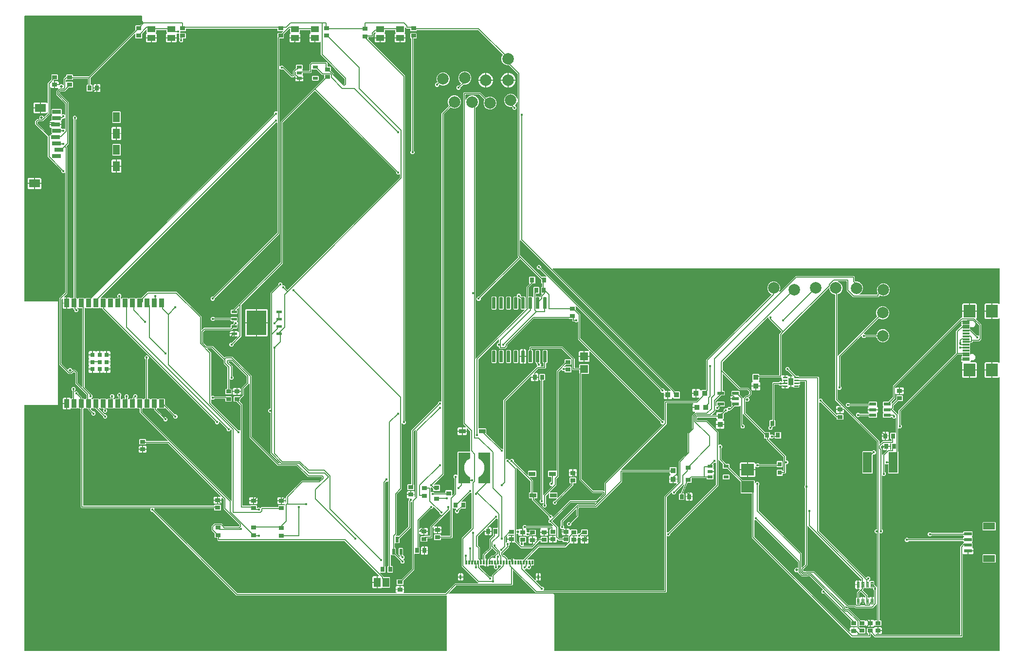
<source format=gbr>
G04 EAGLE Gerber RS-274X export*
G75*
%MOMM*%
%FSLAX34Y34*%
%LPD*%
%INTop Copper*%
%IPPOS*%
%AMOC8*
5,1,8,0,0,1.08239X$1,22.5*%
G01*
G04 Define Apertures*
%ADD10R,1.400000X1.050000*%
%ADD11R,0.900000X0.700000*%
%ADD12R,1.400000X1.400000*%
%ADD13R,0.700000X0.900000*%
%ADD14R,2.200000X2.000000*%
%ADD15R,0.800000X0.800000*%
%ADD16R,1.200000X0.600000*%
%ADD17R,0.940000X0.970000*%
%ADD18R,0.970000X0.940000*%
%ADD19R,0.900000X0.800000*%
%ADD20R,1.150000X0.800000*%
%ADD21R,0.800000X0.900000*%
%ADD22R,0.900000X0.600000*%
%ADD23R,1.150000X0.300000*%
%ADD24R,2.000000X2.180000*%
%ADD25R,0.300000X0.800000*%
%ADD26R,0.400000X0.800000*%
%ADD27R,2.000000X1.200000*%
%ADD28R,1.350000X0.600000*%
%ADD29R,1.200000X1.800000*%
%ADD30R,1.900000X1.400000*%
%ADD31R,1.500000X0.700000*%
%ADD32R,0.127000X0.127000*%
%ADD33R,1.200000X0.550000*%
%ADD34R,1.500000X3.600000*%
%ADD35R,0.500000X1.050000*%
%ADD36C,0.125000*%
%ADD37R,1.168400X1.600200*%
%ADD38C,2.000000*%
%ADD39C,0.110000*%
%ADD40R,3.400000X4.300000*%
%ADD41R,0.900000X1.500000*%
%ADD42C,0.147500*%
%ADD43C,0.067500*%
%ADD44R,0.900000X1.300000*%
%ADD45C,0.127000*%
%ADD46C,0.152400*%
%ADD47C,0.502400*%
%ADD48C,0.452400*%
G36*
X628773Y-41185D02*
X628476Y-41245D01*
X-104476Y-41245D01*
X-104751Y-41194D01*
X-105006Y-41031D01*
X-105178Y-40780D01*
X-105238Y-40483D01*
X-105238Y386638D01*
X-105187Y386913D01*
X-105023Y387168D01*
X-104773Y387340D01*
X-104476Y387400D01*
X-46500Y387400D01*
X-46500Y567400D01*
X-104476Y567400D01*
X-104751Y567451D01*
X-105006Y567615D01*
X-105178Y567865D01*
X-105238Y568162D01*
X-105238Y1064476D01*
X-105187Y1064751D01*
X-105023Y1065006D01*
X-104773Y1065178D01*
X-104476Y1065238D01*
X98476Y1065238D01*
X98751Y1065187D01*
X99006Y1065023D01*
X99178Y1064773D01*
X99238Y1064476D01*
X99238Y1056856D01*
X100889Y1055205D01*
X100968Y1055191D01*
X101226Y1055032D01*
X101401Y1054784D01*
X101466Y1054488D01*
X101411Y1054190D01*
X101243Y1053937D01*
X95799Y1048493D01*
X95558Y1048330D01*
X95260Y1048270D01*
X88374Y1048270D01*
X87630Y1047526D01*
X87630Y1040640D01*
X87574Y1040354D01*
X87407Y1040101D01*
X6934Y959628D01*
X6693Y959465D01*
X6395Y959405D01*
X-20168Y959405D01*
X-20443Y959456D01*
X-20698Y959620D01*
X-20870Y959870D01*
X-20930Y960167D01*
X-20930Y962426D01*
X-21674Y963170D01*
X-31726Y963170D01*
X-32470Y962426D01*
X-32470Y960167D01*
X-32521Y959892D01*
X-32685Y959637D01*
X-32935Y959465D01*
X-33232Y959405D01*
X-33289Y959405D01*
X-36905Y955789D01*
X-36905Y945467D01*
X-36952Y945204D01*
X-37111Y944946D01*
X-37359Y944770D01*
X-37655Y944705D01*
X-37953Y944761D01*
X-38206Y944928D01*
X-39433Y946156D01*
X-42567Y946156D01*
X-44159Y944563D01*
X-44379Y944410D01*
X-44674Y944341D01*
X-44973Y944391D01*
X-45228Y944555D01*
X-45285Y944638D01*
X-51738Y944638D01*
X-51738Y939360D01*
X-47012Y939360D01*
X-46749Y939313D01*
X-46491Y939154D01*
X-46316Y938906D01*
X-46251Y938610D01*
X-46306Y938312D01*
X-46474Y938059D01*
X-49862Y934671D01*
X-49862Y927329D01*
X-34628Y912095D01*
X-34465Y911854D01*
X-34405Y911557D01*
X-34405Y893740D01*
X-34452Y893476D01*
X-34611Y893218D01*
X-34859Y893043D01*
X-35155Y892978D01*
X-35453Y893033D01*
X-35706Y893201D01*
X-36037Y893532D01*
X-38963Y893532D01*
X-39007Y893488D01*
X-39227Y893335D01*
X-39522Y893265D01*
X-39821Y893316D01*
X-40076Y893479D01*
X-40248Y893729D01*
X-40308Y894027D01*
X-40308Y902326D01*
X-41052Y903070D01*
X-57104Y903070D01*
X-57848Y902326D01*
X-57848Y894274D01*
X-56913Y893339D01*
X-56755Y893108D01*
X-56690Y892812D01*
X-56745Y892514D01*
X-56913Y892261D01*
X-57848Y891326D01*
X-57848Y883102D01*
X-57899Y882827D01*
X-58063Y882572D01*
X-58313Y882400D01*
X-58610Y882340D01*
X-59630Y882340D01*
X-61118Y880852D01*
X-61118Y877062D01*
X-41038Y877062D01*
X-41038Y880852D01*
X-41415Y881229D01*
X-41568Y881449D01*
X-41638Y881744D01*
X-41587Y882043D01*
X-41424Y882298D01*
X-41174Y882470D01*
X-41097Y882485D01*
X-40308Y883274D01*
X-40308Y884833D01*
X-40257Y885108D01*
X-40093Y885363D01*
X-39843Y885535D01*
X-39546Y885595D01*
X-39211Y885595D01*
X-38561Y886245D01*
X-38320Y886408D01*
X-38022Y886468D01*
X-36037Y886468D01*
X-35706Y886799D01*
X-35486Y886952D01*
X-35191Y887022D01*
X-34892Y886971D01*
X-34637Y886808D01*
X-34465Y886558D01*
X-34405Y886260D01*
X-34405Y868740D01*
X-34452Y868476D01*
X-34611Y868218D01*
X-34859Y868043D01*
X-35155Y867978D01*
X-35453Y868033D01*
X-35706Y868201D01*
X-36037Y868532D01*
X-38963Y868532D01*
X-39007Y868488D01*
X-39227Y868335D01*
X-39522Y868265D01*
X-39821Y868316D01*
X-40076Y868479D01*
X-40248Y868729D01*
X-40308Y869027D01*
X-40308Y869326D01*
X-41090Y870108D01*
X-41140Y870117D01*
X-41398Y870276D01*
X-41573Y870524D01*
X-41638Y870820D01*
X-41583Y871118D01*
X-41415Y871371D01*
X-41038Y871748D01*
X-41038Y875538D01*
X-61118Y875538D01*
X-61118Y871748D01*
X-59630Y870260D01*
X-58610Y870260D01*
X-58335Y870209D01*
X-58080Y870045D01*
X-57908Y869795D01*
X-57848Y869498D01*
X-57848Y861274D01*
X-56945Y860371D01*
X-56792Y860151D01*
X-56722Y859856D01*
X-56773Y859557D01*
X-56936Y859302D01*
X-57186Y859130D01*
X-57484Y859070D01*
X-59104Y859070D01*
X-59848Y858326D01*
X-59848Y857135D01*
X-59895Y856872D01*
X-60054Y856614D01*
X-60302Y856438D01*
X-60598Y856373D01*
X-60896Y856429D01*
X-61149Y856596D01*
X-82289Y877736D01*
X-82452Y877978D01*
X-82512Y878275D01*
X-82512Y879725D01*
X-82456Y880011D01*
X-82289Y880264D01*
X-81264Y881289D01*
X-81022Y881452D01*
X-80725Y881512D01*
X-72837Y881512D01*
X-60595Y893754D01*
X-60595Y940063D01*
X-60548Y940327D01*
X-60389Y940585D01*
X-60141Y940760D01*
X-59845Y940825D01*
X-59547Y940770D01*
X-59294Y940602D01*
X-58052Y939360D01*
X-53262Y939360D01*
X-53262Y951440D01*
X-54026Y951440D01*
X-54290Y951487D01*
X-54548Y951646D01*
X-54723Y951894D01*
X-54788Y952190D01*
X-54733Y952488D01*
X-54565Y952741D01*
X-53899Y953407D01*
X-53658Y953570D01*
X-53360Y953630D01*
X-47474Y953630D01*
X-46730Y954374D01*
X-46730Y962426D01*
X-47474Y963170D01*
X-57526Y963170D01*
X-58270Y962426D01*
X-58270Y954740D01*
X-58326Y954454D01*
X-58493Y954201D01*
X-64405Y948289D01*
X-64405Y913559D01*
X-64452Y913295D01*
X-64611Y913037D01*
X-64859Y912862D01*
X-65155Y912797D01*
X-65453Y912852D01*
X-65706Y913020D01*
X-67026Y914340D01*
X-76816Y914340D01*
X-76816Y895260D01*
X-67026Y895260D01*
X-65706Y896580D01*
X-65486Y896733D01*
X-65191Y896803D01*
X-64892Y896752D01*
X-64637Y896589D01*
X-64465Y896339D01*
X-64405Y896041D01*
X-64405Y895648D01*
X-64461Y895362D01*
X-64628Y895109D01*
X-70467Y889271D01*
X-70697Y889113D01*
X-70993Y889048D01*
X-71291Y889103D01*
X-71544Y889271D01*
X-73889Y891616D01*
X-77023Y891616D01*
X-79238Y889401D01*
X-79238Y886084D01*
X-79289Y885809D01*
X-79453Y885554D01*
X-79703Y885382D01*
X-80000Y885322D01*
X-82619Y885322D01*
X-86322Y881619D01*
X-86322Y876381D01*
X-64628Y854687D01*
X-64465Y854446D01*
X-64405Y854149D01*
X-64405Y819211D01*
X-41255Y796061D01*
X-41092Y795820D01*
X-41032Y795522D01*
X-41032Y793537D01*
X-38963Y791468D01*
X-36037Y791468D01*
X-35706Y791799D01*
X-35486Y791952D01*
X-35191Y792022D01*
X-34892Y791971D01*
X-34637Y791808D01*
X-34465Y791558D01*
X-34405Y791260D01*
X-34405Y583605D01*
X-34461Y583319D01*
X-34628Y583066D01*
X-44405Y573289D01*
X-44405Y457464D01*
X-28365Y441425D01*
X-23128Y441425D01*
X-20264Y444289D01*
X-20022Y444452D01*
X-19725Y444512D01*
X-18275Y444512D01*
X-17989Y444456D01*
X-17736Y444289D01*
X-16711Y443264D01*
X-16548Y443022D01*
X-16488Y442725D01*
X-16488Y424566D01*
X2872Y405206D01*
X3035Y404964D01*
X3095Y404667D01*
X3095Y399432D01*
X3044Y399157D01*
X2880Y398902D01*
X2630Y398730D01*
X2333Y398670D01*
X1474Y398670D01*
X689Y397885D01*
X458Y397727D01*
X162Y397662D01*
X-136Y397717D01*
X-389Y397885D01*
X-1174Y398670D01*
X-4833Y398670D01*
X-5108Y398721D01*
X-5363Y398885D01*
X-5535Y399135D01*
X-5595Y399432D01*
X-5595Y400789D01*
X-11245Y406439D01*
X-11408Y406681D01*
X-11468Y406978D01*
X-11468Y408963D01*
X-13537Y411032D01*
X-16463Y411032D01*
X-16794Y410701D01*
X-17014Y410548D01*
X-17309Y410478D01*
X-17608Y410529D01*
X-17863Y410692D01*
X-18035Y410942D01*
X-18095Y411240D01*
X-18095Y411594D01*
X-18039Y411880D01*
X-17872Y412133D01*
X-16468Y413537D01*
X-16468Y416463D01*
X-18537Y418532D01*
X-21463Y418532D01*
X-23532Y416463D01*
X-23532Y413537D01*
X-22128Y412133D01*
X-21965Y411892D01*
X-21905Y411594D01*
X-21905Y399432D01*
X-21956Y399157D01*
X-22120Y398902D01*
X-22370Y398730D01*
X-22667Y398670D01*
X-23978Y398670D01*
X-24044Y398625D01*
X-24340Y398560D01*
X-24638Y398615D01*
X-24891Y398783D01*
X-26048Y399940D01*
X-30838Y399940D01*
X-30838Y379860D01*
X-26048Y379860D01*
X-24891Y381017D01*
X-24660Y381175D01*
X-24364Y381240D01*
X-24066Y381185D01*
X-23984Y381130D01*
X-13874Y381130D01*
X-13089Y381915D01*
X-12858Y382073D01*
X-12562Y382138D01*
X-12264Y382083D01*
X-12011Y381915D01*
X-11226Y381130D01*
X-7667Y381130D01*
X-7392Y381079D01*
X-7137Y380915D01*
X-6965Y380665D01*
X-6905Y380368D01*
X-6905Y209211D01*
X-5789Y208095D01*
X113760Y208095D01*
X114024Y208048D01*
X114282Y207889D01*
X114457Y207641D01*
X114522Y207345D01*
X114467Y207047D01*
X114299Y206794D01*
X113968Y206463D01*
X113968Y203537D01*
X116037Y201468D01*
X118022Y201468D01*
X118308Y201412D01*
X118561Y201245D01*
X264211Y55595D01*
X628476Y55595D01*
X628751Y55544D01*
X629006Y55380D01*
X629178Y55130D01*
X629238Y54833D01*
X629238Y-40483D01*
X629187Y-40758D01*
X629023Y-41013D01*
X628773Y-41185D01*
G37*
%LPC*%
G36*
X-51738Y946162D02*
X-45460Y946162D01*
X-45460Y949952D01*
X-46948Y951440D01*
X-51738Y951440D01*
X-51738Y946162D01*
G37*
G36*
X-89618Y905562D02*
X-78340Y905562D01*
X-78340Y914340D01*
X-88130Y914340D01*
X-89618Y912852D01*
X-89618Y905562D01*
G37*
G36*
X-88130Y895260D02*
X-78340Y895260D01*
X-78340Y904038D01*
X-89618Y904038D01*
X-89618Y896748D01*
X-88130Y895260D01*
G37*
G36*
X-99618Y774062D02*
X-88340Y774062D01*
X-88340Y782840D01*
X-98130Y782840D01*
X-99618Y781352D01*
X-99618Y774062D01*
G37*
G36*
X-86816Y774062D02*
X-75538Y774062D01*
X-75538Y781352D01*
X-77026Y782840D01*
X-86816Y782840D01*
X-86816Y774062D01*
G37*
G36*
X-98130Y763760D02*
X-88340Y763760D01*
X-88340Y772538D01*
X-99618Y772538D01*
X-99618Y765248D01*
X-98130Y763760D01*
G37*
G36*
X-86816Y763760D02*
X-77026Y763760D01*
X-75538Y765248D01*
X-75538Y772538D01*
X-86816Y772538D01*
X-86816Y763760D01*
G37*
G36*
X-38640Y390662D02*
X-32362Y390662D01*
X-32362Y399940D01*
X-37152Y399940D01*
X-38640Y398452D01*
X-38640Y390662D01*
G37*
G36*
X-37152Y379860D02*
X-32362Y379860D01*
X-32362Y389138D01*
X-38640Y389138D01*
X-38640Y381348D01*
X-37152Y379860D01*
G37*
%LPD*%
G36*
X546908Y159680D02*
X546610Y159620D01*
X541654Y159620D01*
X541390Y159667D01*
X541132Y159826D01*
X540957Y160074D01*
X540892Y160370D01*
X540947Y160668D01*
X541115Y160921D01*
X542488Y162294D01*
X542488Y231725D01*
X542544Y232011D01*
X542711Y232264D01*
X551072Y240625D01*
X551072Y354593D01*
X551119Y354857D01*
X551278Y355115D01*
X551526Y355290D01*
X551822Y355355D01*
X552120Y355300D01*
X552373Y355132D01*
X553537Y353968D01*
X556463Y353968D01*
X558532Y356037D01*
X558532Y358963D01*
X557128Y360367D01*
X556965Y360608D01*
X556905Y360906D01*
X556905Y960789D01*
X555566Y962128D01*
X493134Y1024560D01*
X492976Y1024791D01*
X492911Y1025087D01*
X492966Y1025385D01*
X492970Y1025390D01*
X492970Y1027333D01*
X493021Y1027608D01*
X493185Y1027863D01*
X493435Y1028035D01*
X493732Y1028095D01*
X500789Y1028095D01*
X501905Y1029211D01*
X501905Y1033895D01*
X501961Y1034181D01*
X502128Y1034434D01*
X503949Y1036255D01*
X504180Y1036413D01*
X504476Y1036478D01*
X504774Y1036423D01*
X505027Y1036255D01*
X505517Y1035765D01*
X505675Y1035534D01*
X505740Y1035238D01*
X505685Y1034940D01*
X505517Y1034687D01*
X503960Y1033130D01*
X503960Y1027590D01*
X523040Y1027590D01*
X523040Y1033130D01*
X521483Y1034687D01*
X521325Y1034918D01*
X521260Y1035214D01*
X521315Y1035512D01*
X521483Y1035765D01*
X521770Y1036052D01*
X521770Y1039833D01*
X521821Y1040108D01*
X521985Y1040363D01*
X522235Y1040535D01*
X522532Y1040595D01*
X539468Y1040595D01*
X539743Y1040544D01*
X539998Y1040380D01*
X540170Y1040130D01*
X540230Y1039833D01*
X540230Y1036052D01*
X540517Y1035765D01*
X540675Y1035534D01*
X540740Y1035238D01*
X540685Y1034940D01*
X540517Y1034687D01*
X538960Y1033130D01*
X538960Y1027590D01*
X558040Y1027590D01*
X558040Y1033130D01*
X556483Y1034687D01*
X556325Y1034918D01*
X556260Y1035214D01*
X556315Y1035512D01*
X556483Y1035765D01*
X556770Y1036052D01*
X556770Y1043696D01*
X556817Y1043960D01*
X556976Y1044218D01*
X557224Y1044393D01*
X557520Y1044458D01*
X557818Y1044403D01*
X558071Y1044235D01*
X559211Y1043095D01*
X565068Y1043095D01*
X565343Y1043044D01*
X565598Y1042880D01*
X565770Y1042630D01*
X565830Y1042333D01*
X565830Y1039552D01*
X566574Y1038808D01*
X576626Y1038808D01*
X577370Y1039552D01*
X577370Y1039833D01*
X577421Y1040108D01*
X577585Y1040363D01*
X577835Y1040535D01*
X578132Y1040595D01*
X683895Y1040595D01*
X684181Y1040539D01*
X684434Y1040372D01*
X726745Y998061D01*
X726903Y997830D01*
X726968Y997534D01*
X726913Y997236D01*
X726745Y996983D01*
X726346Y996584D01*
X724630Y992442D01*
X724630Y987958D01*
X726346Y983816D01*
X729516Y980646D01*
X733658Y978930D01*
X738060Y978930D01*
X738346Y978874D01*
X738599Y978707D01*
X752872Y964434D01*
X753035Y964193D01*
X753095Y963895D01*
X753095Y921357D01*
X753050Y921099D01*
X752893Y920840D01*
X752647Y920662D01*
X752351Y920595D01*
X752053Y920648D01*
X751799Y920814D01*
X751629Y921065D01*
X750254Y924384D01*
X747084Y927554D01*
X742942Y929270D01*
X738458Y929270D01*
X734316Y927554D01*
X731146Y924384D01*
X729430Y920242D01*
X729430Y915758D01*
X731146Y911616D01*
X734316Y908446D01*
X738458Y906730D01*
X742760Y906730D01*
X743046Y906674D01*
X743299Y906507D01*
X743745Y906061D01*
X743908Y905820D01*
X743968Y905522D01*
X743968Y903537D01*
X746037Y901468D01*
X748963Y901468D01*
X751032Y903537D01*
X751032Y906463D01*
X748953Y908542D01*
X748747Y908579D01*
X748488Y908738D01*
X748313Y908986D01*
X748248Y909282D01*
X748304Y909580D01*
X748471Y909833D01*
X750254Y911616D01*
X751629Y914935D01*
X751769Y915156D01*
X752014Y915335D01*
X752309Y915405D01*
X752608Y915354D01*
X752863Y915191D01*
X753035Y914941D01*
X753095Y914643D01*
X753095Y646711D01*
X754267Y645539D01*
X754425Y645308D01*
X754490Y645012D01*
X754435Y644714D01*
X754267Y644461D01*
X686061Y576255D01*
X685820Y576092D01*
X685522Y576032D01*
X683537Y576032D01*
X681468Y573963D01*
X681468Y571037D01*
X683537Y568968D01*
X686463Y568968D01*
X688532Y571037D01*
X688532Y573022D01*
X688588Y573308D01*
X688755Y573561D01*
X756961Y641767D01*
X757192Y641925D01*
X757488Y641990D01*
X757786Y641935D01*
X758039Y641767D01*
X793585Y606221D01*
X793748Y605980D01*
X793808Y605682D01*
X793808Y599874D01*
X794552Y599130D01*
X794833Y599130D01*
X795108Y599079D01*
X795363Y598915D01*
X795535Y598665D01*
X795595Y598368D01*
X795595Y593532D01*
X795544Y593257D01*
X795380Y593002D01*
X795130Y592830D01*
X794833Y592770D01*
X794274Y592770D01*
X793530Y592026D01*
X793530Y581974D01*
X794291Y581213D01*
X794460Y581183D01*
X794718Y581024D01*
X794893Y580776D01*
X794958Y580480D01*
X794903Y580182D01*
X794735Y579929D01*
X793095Y578289D01*
X793095Y576009D01*
X793048Y575745D01*
X792889Y575487D01*
X792641Y575312D01*
X792345Y575247D01*
X792047Y575302D01*
X791794Y575470D01*
X790694Y576570D01*
X785167Y576570D01*
X784892Y576621D01*
X784637Y576785D01*
X784465Y577035D01*
X784405Y577332D01*
X784405Y580468D01*
X784456Y580743D01*
X784620Y580998D01*
X784870Y581170D01*
X785167Y581230D01*
X789326Y581230D01*
X790070Y581974D01*
X790070Y592026D01*
X789326Y592770D01*
X781274Y592770D01*
X780530Y592026D01*
X780530Y581897D01*
X780535Y581891D01*
X780595Y581593D01*
X780595Y575809D01*
X780548Y575545D01*
X780389Y575287D01*
X780141Y575112D01*
X779845Y575047D01*
X779547Y575102D01*
X779294Y575270D01*
X777994Y576570D01*
X772667Y576570D01*
X772392Y576621D01*
X772137Y576785D01*
X771965Y577035D01*
X771905Y577332D01*
X771905Y591395D01*
X771961Y591681D01*
X772128Y591934D01*
X779101Y598907D01*
X779343Y599070D01*
X779640Y599130D01*
X782604Y599130D01*
X783348Y599874D01*
X783348Y609926D01*
X782604Y610670D01*
X773552Y610670D01*
X772808Y609926D01*
X772808Y599874D01*
X773205Y599477D01*
X773363Y599246D01*
X773428Y598950D01*
X773373Y598652D01*
X773205Y598399D01*
X768095Y593289D01*
X768095Y556105D01*
X768039Y555819D01*
X767872Y555566D01*
X767771Y555465D01*
X767551Y555312D01*
X767256Y555242D01*
X766957Y555293D01*
X766702Y555456D01*
X766530Y555707D01*
X766470Y556004D01*
X766470Y575394D01*
X765294Y576570D01*
X759294Y576570D01*
X759019Y576621D01*
X758764Y576785D01*
X758592Y577035D01*
X758532Y577332D01*
X758532Y578963D01*
X756463Y581032D01*
X753537Y581032D01*
X751468Y578963D01*
X751468Y577332D01*
X751417Y577057D01*
X751253Y576802D01*
X751003Y576630D01*
X750706Y576570D01*
X746506Y576570D01*
X745330Y575394D01*
X745330Y554706D01*
X746506Y553530D01*
X752594Y553530D01*
X753770Y554706D01*
X753770Y573206D01*
X753821Y573481D01*
X753985Y573736D01*
X754235Y573908D01*
X754532Y573968D01*
X755522Y573968D01*
X755808Y573912D01*
X756061Y573745D01*
X757807Y571999D01*
X757970Y571758D01*
X758030Y571460D01*
X758030Y554706D01*
X759206Y553530D01*
X763996Y553530D01*
X764260Y553483D01*
X764518Y553324D01*
X764693Y553076D01*
X764758Y552780D01*
X764703Y552482D01*
X764535Y552229D01*
X680706Y468400D01*
X680486Y468247D01*
X680191Y468177D01*
X679892Y468228D01*
X679637Y468391D01*
X679465Y468642D01*
X679405Y468939D01*
X679405Y904773D01*
X679458Y905053D01*
X679624Y905307D01*
X679875Y905477D01*
X680284Y905646D01*
X683454Y908816D01*
X685170Y912958D01*
X685170Y917442D01*
X683454Y921584D01*
X680284Y924754D01*
X676142Y926470D01*
X671658Y926470D01*
X667516Y924754D01*
X664346Y921584D01*
X663371Y919231D01*
X663231Y919010D01*
X662986Y918830D01*
X662691Y918761D01*
X662392Y918812D01*
X662137Y918975D01*
X661965Y919225D01*
X661905Y919522D01*
X661905Y927333D01*
X661956Y927608D01*
X662120Y927863D01*
X662370Y928035D01*
X662667Y928095D01*
X686395Y928095D01*
X686681Y928039D01*
X686934Y927872D01*
X694949Y919856D01*
X695110Y919620D01*
X695173Y919324D01*
X695115Y919026D01*
X693630Y915442D01*
X693630Y910958D01*
X695346Y906816D01*
X698516Y903646D01*
X702658Y901930D01*
X707142Y901930D01*
X711284Y903646D01*
X714454Y906816D01*
X716170Y910958D01*
X716170Y915442D01*
X714454Y919584D01*
X711284Y922754D01*
X707142Y924470D01*
X702658Y924470D01*
X698515Y922754D01*
X698286Y922597D01*
X697990Y922532D01*
X697692Y922587D01*
X697439Y922755D01*
X688289Y931905D01*
X659211Y931905D01*
X658095Y930789D01*
X658095Y354211D01*
X662665Y349641D01*
X662818Y349421D01*
X662888Y349126D01*
X662837Y348827D01*
X662674Y348572D01*
X662424Y348400D01*
X662126Y348340D01*
X657162Y348340D01*
X657162Y342562D01*
X664690Y342562D01*
X664690Y345776D01*
X664737Y346040D01*
X664896Y346298D01*
X665144Y346473D01*
X665440Y346538D01*
X665738Y346483D01*
X665991Y346315D01*
X670372Y341934D01*
X670535Y341693D01*
X670595Y341395D01*
X670595Y306702D01*
X670544Y306427D01*
X670380Y306172D01*
X670130Y306000D01*
X669833Y305940D01*
X649678Y305940D01*
X649390Y305911D01*
X649150Y305838D01*
X648930Y305718D01*
X648737Y305558D01*
X648580Y305362D01*
X648464Y305140D01*
X648394Y304895D01*
X648370Y304635D01*
X648370Y265965D01*
X648323Y265701D01*
X648164Y265443D01*
X647916Y265268D01*
X647620Y265203D01*
X647322Y265258D01*
X647069Y265426D01*
X646463Y266032D01*
X643537Y266032D01*
X641468Y263963D01*
X641468Y261037D01*
X642872Y259633D01*
X643035Y259392D01*
X643095Y259094D01*
X643095Y233605D01*
X643039Y233319D01*
X642872Y233066D01*
X639871Y230065D01*
X639651Y229912D01*
X639356Y229842D01*
X639057Y229893D01*
X638802Y230056D01*
X638630Y230307D01*
X638570Y230604D01*
X638570Y238126D01*
X637826Y238870D01*
X627774Y238870D01*
X627030Y238126D01*
X627030Y235167D01*
X626979Y234892D01*
X626815Y234637D01*
X626565Y234465D01*
X626268Y234405D01*
X608406Y234405D01*
X608120Y234461D01*
X607867Y234628D01*
X606463Y236032D01*
X603537Y236032D01*
X603206Y235701D01*
X602986Y235548D01*
X602691Y235478D01*
X602392Y235529D01*
X602137Y235692D01*
X601965Y235942D01*
X601905Y236240D01*
X601905Y243206D01*
X601956Y243481D01*
X602120Y243736D01*
X602370Y243908D01*
X602667Y243968D01*
X603022Y243968D01*
X603308Y243912D01*
X603561Y243745D01*
X605807Y241499D01*
X605970Y241258D01*
X606030Y240960D01*
X606030Y238574D01*
X606774Y237830D01*
X616826Y237830D01*
X617570Y238574D01*
X617570Y247626D01*
X616826Y248370D01*
X607904Y248370D01*
X607640Y248417D01*
X607382Y248576D01*
X607207Y248824D01*
X607142Y249120D01*
X607197Y249418D01*
X607365Y249671D01*
X624405Y266711D01*
X624405Y893895D01*
X624461Y894181D01*
X624628Y894434D01*
X635685Y905491D01*
X635921Y905651D01*
X636218Y905714D01*
X636515Y905656D01*
X640682Y903930D01*
X645166Y903930D01*
X649308Y905646D01*
X652478Y908816D01*
X654194Y912958D01*
X654194Y917442D01*
X652478Y921584D01*
X649308Y924754D01*
X645166Y926470D01*
X640682Y926470D01*
X636540Y924754D01*
X633370Y921584D01*
X631654Y917442D01*
X631654Y912958D01*
X633249Y909108D01*
X633307Y908829D01*
X633251Y908531D01*
X633084Y908278D01*
X620595Y895789D01*
X620595Y393740D01*
X620548Y393476D01*
X620389Y393218D01*
X620141Y393043D01*
X619845Y392978D01*
X619547Y393033D01*
X619294Y393201D01*
X618963Y393532D01*
X616037Y393532D01*
X613968Y391463D01*
X613968Y389478D01*
X613912Y389192D01*
X613745Y388939D01*
X568095Y343289D01*
X568095Y249832D01*
X568044Y249557D01*
X567880Y249302D01*
X567630Y249130D01*
X567333Y249070D01*
X561974Y249070D01*
X561230Y248326D01*
X561230Y240274D01*
X561974Y239530D01*
X572026Y239530D01*
X572770Y240274D01*
X572770Y248326D01*
X572128Y248968D01*
X571965Y249209D01*
X571905Y249507D01*
X571905Y341395D01*
X571961Y341681D01*
X572128Y341934D01*
X574294Y344100D01*
X574514Y344253D01*
X574809Y344323D01*
X575108Y344272D01*
X575363Y344109D01*
X575535Y343859D01*
X575595Y343561D01*
X575595Y227712D01*
X575539Y227426D01*
X575372Y227173D01*
X575341Y227142D01*
X575121Y226989D01*
X574826Y226919D01*
X574527Y226970D01*
X574272Y227133D01*
X574100Y227383D01*
X574040Y227681D01*
X574040Y230538D01*
X559960Y230538D01*
X559960Y226748D01*
X561448Y225260D01*
X563425Y225260D01*
X563689Y225213D01*
X563947Y225054D01*
X564122Y224806D01*
X564187Y224510D01*
X564132Y224212D01*
X563964Y223959D01*
X563597Y223592D01*
X563597Y221606D01*
X563541Y221320D01*
X563373Y221067D01*
X563095Y220789D01*
X563095Y176105D01*
X563039Y175819D01*
X562872Y175566D01*
X547149Y159843D01*
X546908Y159680D01*
G37*
%LPC*%
G36*
X568537Y823968D02*
X571463Y823968D01*
X573532Y826037D01*
X573532Y828963D01*
X572128Y830367D01*
X571965Y830608D01*
X571905Y830906D01*
X571905Y1025046D01*
X571956Y1025321D01*
X572120Y1025576D01*
X572370Y1025748D01*
X572667Y1025808D01*
X576626Y1025808D01*
X577370Y1026552D01*
X577370Y1034604D01*
X576626Y1035348D01*
X566574Y1035348D01*
X565830Y1034604D01*
X565830Y1026552D01*
X566574Y1025808D01*
X567333Y1025808D01*
X567608Y1025757D01*
X567863Y1025593D01*
X568035Y1025343D01*
X568095Y1025046D01*
X568095Y830906D01*
X568039Y830620D01*
X567872Y830367D01*
X566468Y828963D01*
X566468Y826037D01*
X568537Y823968D01*
G37*
G36*
X549262Y1019038D02*
X556552Y1019038D01*
X558040Y1020526D01*
X558040Y1026066D01*
X549262Y1026066D01*
X549262Y1019038D01*
G37*
G36*
X540448Y1019038D02*
X547738Y1019038D01*
X547738Y1026066D01*
X538960Y1026066D01*
X538960Y1020526D01*
X540448Y1019038D01*
G37*
G36*
X514262Y1019038D02*
X521552Y1019038D01*
X523040Y1020526D01*
X523040Y1026066D01*
X514262Y1026066D01*
X514262Y1019038D01*
G37*
G36*
X505448Y1019038D02*
X512738Y1019038D01*
X512738Y1026066D01*
X503960Y1026066D01*
X503960Y1020526D01*
X505448Y1019038D01*
G37*
G36*
X648537Y936468D02*
X651463Y936468D01*
X653532Y938537D01*
X653532Y940522D01*
X653588Y940808D01*
X653755Y941061D01*
X658201Y945507D01*
X658443Y945670D01*
X658740Y945730D01*
X663142Y945730D01*
X667284Y947446D01*
X670454Y950616D01*
X672170Y954758D01*
X672170Y959242D01*
X670454Y963384D01*
X667284Y966554D01*
X663142Y968270D01*
X658658Y968270D01*
X654516Y966554D01*
X651346Y963384D01*
X649630Y959242D01*
X649630Y954758D01*
X651346Y950616D01*
X654095Y947867D01*
X654253Y947636D01*
X654318Y947340D01*
X654263Y947042D01*
X654095Y946789D01*
X651061Y943755D01*
X650820Y943592D01*
X650522Y943532D01*
X648537Y943532D01*
X646468Y941463D01*
X646468Y938537D01*
X648537Y936468D01*
G37*
G36*
X611037Y941468D02*
X613963Y941468D01*
X616032Y943537D01*
X616032Y944789D01*
X616081Y945058D01*
X616242Y945314D01*
X616491Y945488D01*
X616788Y945551D01*
X617086Y945493D01*
X620858Y943930D01*
X625342Y943930D01*
X629484Y945646D01*
X632654Y948816D01*
X634370Y952958D01*
X634370Y957442D01*
X632654Y961584D01*
X629484Y964754D01*
X625342Y966470D01*
X620858Y966470D01*
X616716Y964754D01*
X613546Y961584D01*
X611830Y957442D01*
X611830Y952958D01*
X613227Y949586D01*
X613285Y949318D01*
X613234Y949019D01*
X613070Y948764D01*
X612820Y948592D01*
X612523Y948532D01*
X611037Y948532D01*
X608968Y946463D01*
X608968Y943537D01*
X611037Y941468D01*
G37*
G36*
X698062Y953762D02*
X709840Y953762D01*
X709840Y955494D01*
X707931Y960103D01*
X704403Y963631D01*
X699794Y965540D01*
X698062Y965540D01*
X698062Y953762D01*
G37*
G36*
X684760Y953762D02*
X696538Y953762D01*
X696538Y965540D01*
X694806Y965540D01*
X690197Y963631D01*
X686669Y960103D01*
X684760Y955494D01*
X684760Y953762D01*
G37*
G36*
X723960Y953762D02*
X735738Y953762D01*
X735738Y965540D01*
X734006Y965540D01*
X729397Y963631D01*
X725869Y960103D01*
X723960Y955494D01*
X723960Y953762D01*
G37*
G36*
X737262Y953762D02*
X749040Y953762D01*
X749040Y955494D01*
X747131Y960103D01*
X743603Y963631D01*
X738994Y965540D01*
X737262Y965540D01*
X737262Y953762D01*
G37*
G36*
X698062Y940460D02*
X699794Y940460D01*
X704403Y942369D01*
X707931Y945897D01*
X709840Y950506D01*
X709840Y952238D01*
X698062Y952238D01*
X698062Y940460D01*
G37*
G36*
X734006Y940460D02*
X735738Y940460D01*
X735738Y952238D01*
X723960Y952238D01*
X723960Y950506D01*
X725869Y945897D01*
X729397Y942369D01*
X734006Y940460D01*
G37*
G36*
X737262Y940460D02*
X738994Y940460D01*
X743603Y942369D01*
X747131Y945897D01*
X749040Y950506D01*
X749040Y952238D01*
X737262Y952238D01*
X737262Y940460D01*
G37*
G36*
X694806Y940460D02*
X696538Y940460D01*
X696538Y952238D01*
X684760Y952238D01*
X684760Y950506D01*
X686669Y945897D01*
X690197Y942369D01*
X694806Y940460D01*
G37*
G36*
X733806Y553530D02*
X739894Y553530D01*
X741070Y554706D01*
X741070Y575394D01*
X739894Y576570D01*
X733806Y576570D01*
X732630Y575394D01*
X732630Y554706D01*
X733806Y553530D01*
G37*
G36*
X721106Y553530D02*
X727194Y553530D01*
X728370Y554706D01*
X728370Y575394D01*
X727194Y576570D01*
X721106Y576570D01*
X719930Y575394D01*
X719930Y554706D01*
X721106Y553530D01*
G37*
G36*
X708406Y553530D02*
X714494Y553530D01*
X715670Y554706D01*
X715670Y575394D01*
X714494Y576570D01*
X708406Y576570D01*
X707230Y575394D01*
X707230Y554706D01*
X708406Y553530D01*
G37*
G36*
X648110Y342562D02*
X655638Y342562D01*
X655638Y348340D01*
X649598Y348340D01*
X648110Y346852D01*
X648110Y342562D01*
G37*
G36*
X649598Y335260D02*
X655638Y335260D01*
X655638Y341038D01*
X648110Y341038D01*
X648110Y336748D01*
X649598Y335260D01*
G37*
G36*
X657162Y335260D02*
X663202Y335260D01*
X664690Y336748D01*
X664690Y341038D01*
X657162Y341038D01*
X657162Y335260D01*
G37*
G36*
X567762Y232062D02*
X574040Y232062D01*
X574040Y235852D01*
X572552Y237340D01*
X567762Y237340D01*
X567762Y232062D01*
G37*
G36*
X559960Y232062D02*
X566238Y232062D01*
X566238Y237340D01*
X561448Y237340D01*
X559960Y235852D01*
X559960Y232062D01*
G37*
%LPD*%
G36*
X451297Y946298D02*
X451000Y946238D01*
X451000Y946238D01*
X450714Y946294D01*
X450461Y946461D01*
X433473Y963449D01*
X433310Y963691D01*
X433250Y963988D01*
X433250Y964830D01*
X429530Y968550D01*
X428932Y968550D01*
X428657Y968601D01*
X428402Y968765D01*
X428230Y969015D01*
X428170Y969312D01*
X428170Y975726D01*
X427426Y976470D01*
X422667Y976470D01*
X422392Y976521D01*
X422137Y976685D01*
X421965Y976935D01*
X421905Y977232D01*
X421905Y983289D01*
X420789Y984405D01*
X394211Y984405D01*
X390595Y980789D01*
X390595Y970167D01*
X390544Y969892D01*
X390380Y969637D01*
X390130Y969465D01*
X389833Y969405D01*
X379207Y969405D01*
X378921Y969461D01*
X378668Y969628D01*
X378085Y970211D01*
X377927Y970442D01*
X377862Y970738D01*
X377917Y971036D01*
X378085Y971289D01*
X378770Y971974D01*
X378770Y979026D01*
X378026Y979770D01*
X367974Y979770D01*
X367230Y979026D01*
X367230Y974543D01*
X367174Y974258D01*
X367007Y974005D01*
X361762Y968760D01*
X361762Y963000D01*
X361711Y962725D01*
X361547Y962470D01*
X361297Y962298D01*
X361000Y962238D01*
X361000Y962238D01*
X360714Y962294D01*
X360461Y962461D01*
X346017Y976905D01*
X345906Y976905D01*
X345620Y976961D01*
X345367Y977128D01*
X343963Y978532D01*
X341037Y978532D01*
X339873Y977368D01*
X339653Y977215D01*
X339358Y977145D01*
X339059Y977196D01*
X338804Y977359D01*
X338632Y977609D01*
X338572Y977907D01*
X338572Y993943D01*
X338548Y993978D01*
X338488Y994275D01*
X338488Y1025046D01*
X338539Y1025321D01*
X338703Y1025576D01*
X338953Y1025748D01*
X339250Y1025808D01*
X345626Y1025808D01*
X346370Y1026552D01*
X346370Y1033360D01*
X346426Y1033646D01*
X346593Y1033899D01*
X355566Y1042872D01*
X355808Y1043035D01*
X356105Y1043095D01*
X356468Y1043095D01*
X356743Y1043044D01*
X356998Y1042880D01*
X357170Y1042630D01*
X357230Y1042333D01*
X357230Y1036052D01*
X357517Y1035765D01*
X357675Y1035534D01*
X357740Y1035238D01*
X357685Y1034940D01*
X357517Y1034687D01*
X355960Y1033130D01*
X355960Y1027590D01*
X375040Y1027590D01*
X375040Y1033130D01*
X373483Y1034687D01*
X373325Y1034918D01*
X373260Y1035214D01*
X373315Y1035512D01*
X373483Y1035765D01*
X373770Y1036052D01*
X373770Y1039833D01*
X373821Y1040108D01*
X373985Y1040363D01*
X374235Y1040535D01*
X374532Y1040595D01*
X391468Y1040595D01*
X391743Y1040544D01*
X391998Y1040380D01*
X392170Y1040130D01*
X392230Y1039833D01*
X392230Y1036052D01*
X392517Y1035765D01*
X392675Y1035534D01*
X392740Y1035238D01*
X392685Y1034940D01*
X392517Y1034687D01*
X390960Y1033130D01*
X390960Y1027590D01*
X401262Y1027590D01*
X401262Y1019038D01*
X408552Y1019038D01*
X409294Y1019780D01*
X409514Y1019933D01*
X409809Y1020003D01*
X410108Y1019952D01*
X410363Y1019789D01*
X410535Y1019539D01*
X410595Y1019241D01*
X410595Y996754D01*
X411934Y995415D01*
X451539Y955811D01*
X451702Y955569D01*
X451762Y955272D01*
X451762Y947000D01*
X451711Y946725D01*
X451547Y946470D01*
X451297Y946298D01*
G37*
%LPC*%
G36*
X392448Y1019038D02*
X399738Y1019038D01*
X399738Y1026066D01*
X390960Y1026066D01*
X390960Y1020526D01*
X392448Y1019038D01*
G37*
G36*
X366262Y1019038D02*
X373552Y1019038D01*
X375040Y1020526D01*
X375040Y1026066D01*
X366262Y1026066D01*
X366262Y1019038D01*
G37*
G36*
X357448Y1019038D02*
X364738Y1019038D01*
X364738Y1026066D01*
X355960Y1026066D01*
X355960Y1020526D01*
X357448Y1019038D01*
G37*
%LPD*%
G36*
X-4859Y419014D02*
X-5155Y418949D01*
X-5453Y419004D01*
X-5706Y419172D01*
X-12455Y425921D01*
X-12618Y426162D01*
X-12678Y426459D01*
X-12678Y444619D01*
X-16381Y448322D01*
X-21203Y448322D01*
X-21477Y448373D01*
X-21733Y448537D01*
X-21904Y448787D01*
X-21965Y449084D01*
X-21965Y449313D01*
X-24180Y451529D01*
X-27313Y451529D01*
X-29658Y449184D01*
X-29889Y449026D01*
X-30185Y448960D01*
X-30483Y449016D01*
X-30736Y449184D01*
X-40372Y458819D01*
X-40535Y459061D01*
X-40595Y459358D01*
X-40595Y571395D01*
X-40539Y571681D01*
X-40372Y571934D01*
X-39941Y572365D01*
X-39721Y572518D01*
X-39426Y572588D01*
X-39127Y572537D01*
X-38872Y572374D01*
X-38700Y572124D01*
X-38640Y571826D01*
X-38640Y565662D01*
X-32362Y565662D01*
X-32362Y574940D01*
X-35526Y574940D01*
X-35790Y574987D01*
X-36048Y575146D01*
X-36223Y575394D01*
X-36288Y575690D01*
X-36233Y575988D01*
X-36065Y576241D01*
X-30595Y581711D01*
X-30595Y835789D01*
X-31767Y836961D01*
X-31925Y837192D01*
X-31990Y837488D01*
X-31935Y837786D01*
X-31767Y838039D01*
X-28055Y841751D01*
X-28055Y914502D01*
X-43289Y929736D01*
X-43452Y929978D01*
X-43512Y930275D01*
X-43512Y931725D01*
X-43456Y932011D01*
X-43289Y932264D01*
X-42264Y933289D01*
X-42022Y933452D01*
X-41725Y933512D01*
X-35202Y933512D01*
X-28307Y940407D01*
X-28065Y940570D01*
X-27768Y940630D01*
X-21674Y940630D01*
X-20930Y941374D01*
X-20930Y949426D01*
X-21674Y950170D01*
X-31726Y950170D01*
X-31794Y950102D01*
X-32014Y949949D01*
X-32309Y949879D01*
X-32608Y949930D01*
X-32863Y950093D01*
X-33035Y950343D01*
X-33095Y950641D01*
X-33095Y953159D01*
X-33048Y953423D01*
X-32889Y953681D01*
X-32641Y953856D01*
X-32345Y953921D01*
X-32047Y953866D01*
X-31794Y953698D01*
X-31726Y953630D01*
X-21674Y953630D01*
X-20930Y954374D01*
X-20930Y954833D01*
X-20879Y955108D01*
X-20715Y955363D01*
X-20465Y955535D01*
X-20168Y955595D01*
X4833Y955595D01*
X5108Y955544D01*
X5363Y955380D01*
X5535Y955130D01*
X5595Y954833D01*
X5595Y945932D01*
X5544Y945657D01*
X5380Y945402D01*
X5130Y945230D01*
X4833Y945170D01*
X4074Y945170D01*
X3330Y944426D01*
X3330Y934374D01*
X4074Y933630D01*
X12126Y933630D01*
X12870Y934374D01*
X12870Y944426D01*
X12126Y945170D01*
X10167Y945170D01*
X9892Y945221D01*
X9637Y945385D01*
X9465Y945635D01*
X9405Y945932D01*
X9405Y956395D01*
X9461Y956681D01*
X9628Y956934D01*
X86329Y1033635D01*
X86549Y1033788D01*
X86844Y1033858D01*
X87143Y1033807D01*
X87398Y1033644D01*
X87570Y1033394D01*
X87630Y1033096D01*
X87630Y1026474D01*
X88374Y1025730D01*
X98426Y1025730D01*
X99170Y1026474D01*
X99170Y1033660D01*
X99226Y1033946D01*
X99393Y1034199D01*
X105929Y1040735D01*
X106149Y1040888D01*
X106444Y1040958D01*
X106743Y1040907D01*
X106998Y1040744D01*
X107170Y1040494D01*
X107230Y1040196D01*
X107230Y1036052D01*
X107517Y1035765D01*
X107675Y1035534D01*
X107740Y1035238D01*
X107685Y1034940D01*
X107517Y1034687D01*
X105960Y1033130D01*
X105960Y1027590D01*
X125040Y1027590D01*
X125040Y1033130D01*
X123483Y1034687D01*
X123325Y1034918D01*
X123260Y1035214D01*
X123315Y1035512D01*
X123483Y1035765D01*
X123770Y1036052D01*
X123770Y1039833D01*
X123821Y1040108D01*
X123985Y1040363D01*
X124235Y1040535D01*
X124532Y1040595D01*
X141468Y1040595D01*
X141743Y1040544D01*
X141998Y1040380D01*
X142170Y1040130D01*
X142230Y1039833D01*
X142230Y1036052D01*
X142517Y1035765D01*
X142675Y1035534D01*
X142740Y1035238D01*
X142685Y1034940D01*
X142517Y1034687D01*
X140960Y1033130D01*
X140960Y1027590D01*
X160040Y1027590D01*
X160040Y1033206D01*
X160091Y1033481D01*
X160255Y1033736D01*
X160505Y1033908D01*
X160802Y1033968D01*
X163468Y1033968D01*
X163743Y1033917D01*
X163998Y1033753D01*
X164170Y1033503D01*
X164230Y1033206D01*
X164230Y1026552D01*
X164855Y1025927D01*
X165013Y1025697D01*
X165078Y1025401D01*
X165022Y1025103D01*
X164855Y1024850D01*
X163968Y1023963D01*
X163968Y1021037D01*
X166037Y1018968D01*
X168963Y1018968D01*
X171032Y1021037D01*
X171032Y1023963D01*
X170488Y1024507D01*
X170335Y1024727D01*
X170265Y1025022D01*
X170316Y1025321D01*
X170479Y1025576D01*
X170729Y1025748D01*
X171027Y1025808D01*
X175026Y1025808D01*
X175770Y1026552D01*
X175770Y1034604D01*
X175026Y1035348D01*
X166794Y1035348D01*
X166519Y1035399D01*
X166264Y1035563D01*
X166092Y1035813D01*
X166032Y1036110D01*
X166032Y1038046D01*
X166083Y1038321D01*
X166247Y1038576D01*
X166497Y1038748D01*
X166794Y1038808D01*
X175026Y1038808D01*
X175770Y1039552D01*
X175770Y1042333D01*
X175821Y1042608D01*
X175985Y1042863D01*
X176235Y1043035D01*
X176532Y1043095D01*
X334068Y1043095D01*
X334343Y1043044D01*
X334598Y1042880D01*
X334770Y1042630D01*
X334830Y1042333D01*
X334830Y1039552D01*
X335574Y1038808D01*
X344274Y1038808D01*
X344538Y1038761D01*
X344796Y1038602D01*
X344971Y1038354D01*
X345036Y1038058D01*
X344981Y1037760D01*
X344813Y1037507D01*
X342877Y1035571D01*
X342636Y1035408D01*
X342338Y1035348D01*
X335574Y1035348D01*
X334830Y1034604D01*
X334830Y1027840D01*
X334774Y1027554D01*
X334678Y1027408D01*
X334678Y992314D01*
X334702Y992279D01*
X334762Y991982D01*
X334762Y899294D01*
X334711Y899019D01*
X334547Y898764D01*
X334297Y898592D01*
X334000Y898532D01*
X331037Y898532D01*
X328968Y896463D01*
X328968Y894478D01*
X328912Y894192D01*
X328745Y893939D01*
X8699Y573893D01*
X8458Y573730D01*
X8160Y573670D01*
X1474Y573670D01*
X689Y572885D01*
X458Y572727D01*
X162Y572662D01*
X-136Y572717D01*
X-389Y572885D01*
X-1174Y573670D01*
X-11226Y573670D01*
X-12011Y572885D01*
X-12242Y572727D01*
X-12538Y572662D01*
X-12836Y572717D01*
X-13089Y572885D01*
X-13874Y573670D01*
X-14833Y573670D01*
X-15108Y573721D01*
X-15363Y573885D01*
X-15535Y574135D01*
X-15595Y574432D01*
X-15595Y884094D01*
X-15539Y884380D01*
X-15372Y884633D01*
X-13968Y886037D01*
X-13968Y888963D01*
X-16037Y891032D01*
X-18963Y891032D01*
X-21032Y888963D01*
X-21032Y886037D01*
X-19628Y884633D01*
X-19465Y884392D01*
X-19405Y884094D01*
X-19405Y574432D01*
X-19456Y574157D01*
X-19620Y573902D01*
X-19870Y573730D01*
X-20167Y573670D01*
X-23978Y573670D01*
X-24044Y573625D01*
X-24340Y573560D01*
X-24638Y573615D01*
X-24891Y573783D01*
X-26048Y574940D01*
X-30838Y574940D01*
X-30838Y554860D01*
X-26048Y554860D01*
X-24891Y556017D01*
X-24660Y556175D01*
X-24364Y556240D01*
X-24066Y556185D01*
X-23984Y556130D01*
X-20167Y556130D01*
X-19892Y556079D01*
X-19637Y555915D01*
X-19465Y555665D01*
X-19405Y555368D01*
X-19405Y554211D01*
X-18755Y553561D01*
X-18592Y553320D01*
X-18532Y553022D01*
X-18532Y551037D01*
X-16463Y548968D01*
X-13537Y548968D01*
X-11468Y551037D01*
X-11468Y553963D01*
X-13216Y555711D01*
X-13374Y555941D01*
X-13439Y556237D01*
X-13383Y556535D01*
X-13216Y556788D01*
X-13089Y556915D01*
X-12858Y557073D01*
X-12562Y557138D01*
X-12264Y557083D01*
X-12011Y556915D01*
X-11226Y556130D01*
X-5167Y556130D01*
X-4892Y556079D01*
X-4637Y555915D01*
X-4465Y555665D01*
X-4405Y555368D01*
X-4405Y419710D01*
X-4452Y419447D01*
X-4611Y419189D01*
X-4859Y419014D01*
G37*
%LPC*%
G36*
X107448Y1019038D02*
X114738Y1019038D01*
X114738Y1026066D01*
X105960Y1026066D01*
X105960Y1020526D01*
X107448Y1019038D01*
G37*
G36*
X151262Y1019038D02*
X158552Y1019038D01*
X160040Y1020526D01*
X160040Y1026066D01*
X151262Y1026066D01*
X151262Y1019038D01*
G37*
G36*
X142448Y1019038D02*
X149738Y1019038D01*
X149738Y1026066D01*
X140960Y1026066D01*
X140960Y1020526D01*
X142448Y1019038D01*
G37*
G36*
X116262Y1019038D02*
X123552Y1019038D01*
X125040Y1020526D01*
X125040Y1026066D01*
X116262Y1026066D01*
X116262Y1019038D01*
G37*
G36*
X15060Y940162D02*
X20338Y940162D01*
X20338Y946440D01*
X16548Y946440D01*
X15060Y944952D01*
X15060Y940162D01*
G37*
G36*
X21862Y940162D02*
X27140Y940162D01*
X27140Y944952D01*
X25652Y946440D01*
X21862Y946440D01*
X21862Y940162D01*
G37*
G36*
X21862Y932360D02*
X25652Y932360D01*
X27140Y933848D01*
X27140Y938638D01*
X21862Y938638D01*
X21862Y932360D01*
G37*
G36*
X16548Y932360D02*
X20338Y932360D01*
X20338Y938638D01*
X15060Y938638D01*
X15060Y933848D01*
X16548Y932360D01*
G37*
G36*
X48396Y878530D02*
X61448Y878530D01*
X62192Y879274D01*
X62192Y898326D01*
X61448Y899070D01*
X48396Y899070D01*
X47652Y898326D01*
X47652Y879274D01*
X48396Y878530D01*
G37*
G36*
X46382Y861062D02*
X54160Y861062D01*
X54160Y871840D01*
X47870Y871840D01*
X46382Y870352D01*
X46382Y861062D01*
G37*
G36*
X55684Y861062D02*
X63462Y861062D01*
X63462Y870352D01*
X61974Y871840D01*
X55684Y871840D01*
X55684Y861062D01*
G37*
G36*
X47870Y848760D02*
X54160Y848760D01*
X54160Y859538D01*
X46382Y859538D01*
X46382Y850248D01*
X47870Y848760D01*
G37*
G36*
X55684Y848760D02*
X61974Y848760D01*
X63462Y850248D01*
X63462Y859538D01*
X55684Y859538D01*
X55684Y848760D01*
G37*
G36*
X48396Y821530D02*
X61448Y821530D01*
X62192Y822274D01*
X62192Y841326D01*
X61448Y842070D01*
X48396Y842070D01*
X47652Y841326D01*
X47652Y822274D01*
X48396Y821530D01*
G37*
G36*
X46382Y804062D02*
X54160Y804062D01*
X54160Y814840D01*
X47870Y814840D01*
X46382Y813352D01*
X46382Y804062D01*
G37*
G36*
X55684Y804062D02*
X63462Y804062D01*
X63462Y813352D01*
X61974Y814840D01*
X55684Y814840D01*
X55684Y804062D01*
G37*
G36*
X55684Y791760D02*
X61974Y791760D01*
X63462Y793248D01*
X63462Y802538D01*
X55684Y802538D01*
X55684Y791760D01*
G37*
G36*
X47870Y791760D02*
X54160Y791760D01*
X54160Y802538D01*
X46382Y802538D01*
X46382Y793248D01*
X47870Y791760D01*
G37*
G36*
X-37152Y554860D02*
X-32362Y554860D01*
X-32362Y564138D01*
X-38640Y564138D01*
X-38640Y556348D01*
X-37152Y554860D01*
G37*
%LPD*%
G36*
X338438Y285632D02*
X338141Y285572D01*
X337438Y285572D01*
X337152Y285628D01*
X336899Y285795D01*
X290335Y332359D01*
X290172Y332601D01*
X290112Y332898D01*
X290112Y437946D01*
X256446Y471612D01*
X244554Y471612D01*
X243332Y470390D01*
X243101Y470232D01*
X242805Y470167D01*
X242507Y470222D01*
X242254Y470390D01*
X222406Y490238D01*
X212000Y490238D01*
X211714Y490294D01*
X211461Y490461D01*
X205461Y496461D01*
X205298Y496703D01*
X205238Y497000D01*
X205238Y514000D01*
X205294Y514286D01*
X205461Y514539D01*
X208711Y517789D01*
X208953Y517952D01*
X209250Y518012D01*
X255706Y518012D01*
X258251Y520557D01*
X258493Y520720D01*
X258790Y520780D01*
X264254Y520780D01*
X265320Y521846D01*
X265320Y526654D01*
X265273Y526701D01*
X265115Y526931D01*
X265050Y527227D01*
X265106Y527525D01*
X265273Y527778D01*
X266032Y528537D01*
X266032Y531463D01*
X264673Y532822D01*
X264515Y533052D01*
X264450Y533348D01*
X264506Y533647D01*
X264673Y533899D01*
X265320Y534546D01*
X265320Y539354D01*
X264254Y540420D01*
X254446Y540420D01*
X253654Y539628D01*
X253413Y539465D01*
X253116Y539405D01*
X225906Y539405D01*
X225620Y539461D01*
X225367Y539628D01*
X223963Y541032D01*
X221037Y541032D01*
X218968Y538963D01*
X218968Y536037D01*
X221037Y533968D01*
X223963Y533968D01*
X225367Y535372D01*
X225608Y535535D01*
X225906Y535595D01*
X252618Y535595D01*
X252893Y535544D01*
X253148Y535380D01*
X253320Y535130D01*
X253380Y534833D01*
X253380Y534546D01*
X254446Y533480D01*
X259145Y533480D01*
X259409Y533433D01*
X259667Y533274D01*
X259842Y533026D01*
X259907Y532730D01*
X259852Y532432D01*
X259684Y532179D01*
X258968Y531463D01*
X258968Y529478D01*
X258912Y529192D01*
X258745Y528939D01*
X258051Y528245D01*
X258044Y528207D01*
X257880Y527952D01*
X257630Y527780D01*
X257333Y527720D01*
X254446Y527720D01*
X253380Y526654D01*
X253380Y522584D01*
X253329Y522309D01*
X253165Y522054D01*
X252915Y521882D01*
X252618Y521822D01*
X207356Y521822D01*
X203999Y518465D01*
X203779Y518312D01*
X203484Y518242D01*
X203185Y518293D01*
X202930Y518456D01*
X202758Y518706D01*
X202698Y519003D01*
X202698Y541146D01*
X159439Y584405D01*
X109211Y584405D01*
X98699Y573893D01*
X98458Y573730D01*
X98160Y573670D01*
X90374Y573670D01*
X89589Y572885D01*
X89358Y572727D01*
X89062Y572662D01*
X88764Y572717D01*
X88511Y572885D01*
X87726Y573670D01*
X77674Y573670D01*
X76889Y572885D01*
X76658Y572727D01*
X76362Y572662D01*
X76064Y572717D01*
X75811Y572885D01*
X75026Y573670D01*
X64974Y573670D01*
X64189Y572885D01*
X63958Y572727D01*
X63662Y572662D01*
X63364Y572717D01*
X63111Y572885D01*
X62284Y573712D01*
X62126Y573942D01*
X62061Y574238D01*
X62117Y574537D01*
X62284Y574789D01*
X63532Y576037D01*
X63532Y578963D01*
X61463Y581032D01*
X58537Y581032D01*
X56468Y578963D01*
X56468Y576037D01*
X57534Y574971D01*
X57687Y574751D01*
X57757Y574456D01*
X57706Y574157D01*
X57543Y573902D01*
X57293Y573730D01*
X56995Y573670D01*
X52274Y573670D01*
X51489Y572885D01*
X51258Y572727D01*
X50962Y572662D01*
X50664Y572717D01*
X50411Y572885D01*
X49626Y573670D01*
X39574Y573670D01*
X38789Y572885D01*
X38558Y572727D01*
X38262Y572662D01*
X37964Y572717D01*
X37711Y572885D01*
X36926Y573670D01*
X28204Y573670D01*
X27940Y573717D01*
X27682Y573876D01*
X27507Y574124D01*
X27442Y574420D01*
X27497Y574718D01*
X27665Y574971D01*
X331439Y878745D01*
X331681Y878908D01*
X331978Y878968D01*
X334000Y878968D01*
X334275Y878917D01*
X334530Y878753D01*
X334702Y878503D01*
X334762Y878206D01*
X334762Y687772D01*
X334706Y687486D01*
X334539Y687233D01*
X223561Y576255D01*
X223320Y576092D01*
X223022Y576032D01*
X221037Y576032D01*
X218968Y573963D01*
X218968Y571037D01*
X221037Y568968D01*
X223963Y568968D01*
X226032Y571037D01*
X226032Y573022D01*
X226088Y573308D01*
X226255Y573561D01*
X338572Y685878D01*
X338572Y972093D01*
X338619Y972357D01*
X338778Y972615D01*
X339026Y972790D01*
X339322Y972855D01*
X339620Y972800D01*
X339873Y972632D01*
X341037Y971468D01*
X343963Y971468D01*
X344476Y971981D01*
X344706Y972139D01*
X345002Y972204D01*
X345301Y972148D01*
X345553Y971981D01*
X359106Y958428D01*
X362894Y958428D01*
X364659Y960193D01*
X364879Y960346D01*
X365174Y960416D01*
X365473Y960365D01*
X365728Y960202D01*
X365900Y959952D01*
X365960Y959655D01*
X365960Y957262D01*
X380040Y957262D01*
X380040Y960552D01*
X378983Y961609D01*
X378825Y961840D01*
X378760Y962136D01*
X378770Y962191D01*
X378770Y964833D01*
X378821Y965108D01*
X378985Y965363D01*
X379235Y965535D01*
X379532Y965595D01*
X393289Y965595D01*
X394405Y966711D01*
X394405Y970959D01*
X394452Y971223D01*
X394611Y971481D01*
X394859Y971656D01*
X395155Y971721D01*
X395453Y971666D01*
X395706Y971498D01*
X395974Y971230D01*
X403260Y971230D01*
X403546Y971174D01*
X403799Y971007D01*
X412606Y962200D01*
X415868Y962200D01*
X416143Y962149D01*
X416398Y961985D01*
X416570Y961735D01*
X416630Y961438D01*
X416630Y957140D01*
X416574Y956854D01*
X416407Y956601D01*
X340595Y880789D01*
X340595Y636105D01*
X340539Y635819D01*
X340372Y635566D01*
X258149Y553343D01*
X257908Y553180D01*
X257610Y553120D01*
X254446Y553120D01*
X253380Y552054D01*
X253380Y547246D01*
X254446Y546180D01*
X264254Y546180D01*
X265320Y547246D01*
X265320Y552054D01*
X264323Y553051D01*
X264165Y553282D01*
X264100Y553578D01*
X264155Y553876D01*
X264323Y554129D01*
X266794Y556600D01*
X267014Y556753D01*
X267309Y556823D01*
X267608Y556772D01*
X267863Y556609D01*
X268035Y556359D01*
X268095Y556061D01*
X268095Y514815D01*
X268048Y514551D01*
X267889Y514293D01*
X267641Y514118D01*
X267345Y514053D01*
X267047Y514108D01*
X266794Y514276D01*
X264780Y516290D01*
X260112Y516290D01*
X260112Y506810D01*
X264776Y506810D01*
X265040Y506763D01*
X265298Y506604D01*
X265473Y506356D01*
X265538Y506060D01*
X265483Y505762D01*
X265315Y505509D01*
X256061Y496255D01*
X255820Y496092D01*
X255522Y496032D01*
X253537Y496032D01*
X251468Y493963D01*
X251468Y491037D01*
X253537Y488968D01*
X256463Y488968D01*
X258532Y491037D01*
X258532Y493022D01*
X258588Y493308D01*
X258755Y493561D01*
X271905Y506711D01*
X271905Y561395D01*
X271961Y561681D01*
X272128Y561934D01*
X344405Y634211D01*
X344405Y878895D01*
X344461Y879181D01*
X344628Y879434D01*
X399461Y934267D01*
X399692Y934425D01*
X399988Y934490D01*
X400286Y934435D01*
X400539Y934267D01*
X541245Y793561D01*
X541408Y793320D01*
X541468Y793022D01*
X541468Y791037D01*
X543537Y788968D01*
X546463Y788968D01*
X546794Y789299D01*
X547014Y789452D01*
X547309Y789522D01*
X547608Y789471D01*
X547863Y789308D01*
X548035Y789058D01*
X548095Y788760D01*
X548095Y783605D01*
X548039Y783319D01*
X547872Y783066D01*
X353039Y588233D01*
X352808Y588075D01*
X352512Y588010D01*
X352214Y588065D01*
X351961Y588233D01*
X348755Y591439D01*
X348592Y591681D01*
X348532Y591978D01*
X348532Y593963D01*
X346463Y596032D01*
X344294Y596032D01*
X344019Y596083D01*
X343764Y596247D01*
X343592Y596497D01*
X343532Y596794D01*
X343532Y598963D01*
X341463Y601032D01*
X338537Y601032D01*
X336468Y598963D01*
X336468Y596978D01*
X336412Y596692D01*
X336245Y596439D01*
X323095Y583289D01*
X323095Y381794D01*
X323044Y381519D01*
X322880Y381264D01*
X322630Y381092D01*
X322333Y381032D01*
X321037Y381032D01*
X318968Y378963D01*
X318968Y376037D01*
X321037Y373968D01*
X322333Y373968D01*
X322608Y373917D01*
X322863Y373753D01*
X323035Y373503D01*
X323095Y373206D01*
X323095Y302458D01*
X338680Y286873D01*
X338833Y286653D01*
X338903Y286358D01*
X338852Y286059D01*
X338688Y285804D01*
X338438Y285632D01*
G37*
%LPC*%
G36*
X395974Y952230D02*
X406026Y952230D01*
X406770Y952974D01*
X406770Y960026D01*
X406026Y960770D01*
X395974Y960770D01*
X395230Y960026D01*
X395230Y952974D01*
X395974Y952230D01*
G37*
G36*
X367448Y950960D02*
X372238Y950960D01*
X372238Y955738D01*
X365960Y955738D01*
X365960Y952448D01*
X367448Y950960D01*
G37*
G36*
X373762Y950960D02*
X378552Y950960D01*
X380040Y952448D01*
X380040Y955738D01*
X373762Y955738D01*
X373762Y950960D01*
G37*
G36*
X278760Y531362D02*
X297538Y531362D01*
X297538Y554640D01*
X280248Y554640D01*
X278760Y553152D01*
X278760Y531362D01*
G37*
G36*
X299062Y531362D02*
X317840Y531362D01*
X317840Y553152D01*
X316352Y554640D01*
X299062Y554640D01*
X299062Y531362D01*
G37*
G36*
X299062Y506560D02*
X316352Y506560D01*
X317840Y508048D01*
X317840Y529838D01*
X299062Y529838D01*
X299062Y506560D01*
G37*
G36*
X280248Y506560D02*
X297538Y506560D01*
X297538Y529838D01*
X278760Y529838D01*
X278760Y508048D01*
X280248Y506560D01*
G37*
G36*
X252110Y512312D02*
X258588Y512312D01*
X258588Y516290D01*
X253920Y516290D01*
X252110Y514480D01*
X252110Y512312D01*
G37*
G36*
X253920Y506810D02*
X258588Y506810D01*
X258588Y510788D01*
X252110Y510788D01*
X252110Y508620D01*
X253920Y506810D01*
G37*
%LPD*%
G36*
X366653Y961312D02*
X366358Y961242D01*
X366059Y961293D01*
X365804Y961456D01*
X365632Y961707D01*
X365572Y962004D01*
X365572Y966866D01*
X365628Y967152D01*
X365795Y967405D01*
X365929Y967539D01*
X366149Y967692D01*
X366444Y967762D01*
X366743Y967711D01*
X366998Y967547D01*
X367170Y967297D01*
X367230Y967000D01*
X367230Y962207D01*
X367240Y962160D01*
X367185Y961862D01*
X367017Y961609D01*
X366873Y961465D01*
X366653Y961312D01*
G37*
G36*
X1590773Y-41185D02*
X1590476Y-41245D01*
X817524Y-41245D01*
X817249Y-41194D01*
X816994Y-41031D01*
X816822Y-40780D01*
X816762Y-40483D01*
X816762Y57137D01*
X815144Y58755D01*
X633289Y58755D01*
X633025Y58802D01*
X632767Y58961D01*
X632592Y59208D01*
X632527Y59505D01*
X632582Y59803D01*
X632750Y60056D01*
X645566Y72872D01*
X645808Y73035D01*
X646105Y73095D01*
X743289Y73095D01*
X744405Y74211D01*
X744405Y98561D01*
X744452Y98825D01*
X744611Y99083D01*
X744859Y99258D01*
X745155Y99323D01*
X745453Y99268D01*
X745706Y99100D01*
X784211Y60595D01*
X1010789Y60595D01*
X1011905Y61711D01*
X1011905Y158760D01*
X1011952Y159024D01*
X1012111Y159282D01*
X1012359Y159457D01*
X1012655Y159522D01*
X1012953Y159467D01*
X1013206Y159299D01*
X1013537Y158968D01*
X1016463Y158968D01*
X1018532Y161037D01*
X1018532Y163022D01*
X1018588Y163308D01*
X1018755Y163561D01*
X1101905Y246711D01*
X1101905Y291061D01*
X1101952Y291325D01*
X1102111Y291583D01*
X1102359Y291758D01*
X1102655Y291823D01*
X1102953Y291768D01*
X1103206Y291600D01*
X1104434Y290372D01*
X1109416Y285390D01*
X1109574Y285159D01*
X1109639Y284863D01*
X1109630Y284814D01*
X1109630Y277474D01*
X1110374Y276730D01*
X1117760Y276730D01*
X1118046Y276674D01*
X1118299Y276507D01*
X1140507Y254299D01*
X1140670Y254058D01*
X1140730Y253760D01*
X1140730Y234374D01*
X1141474Y233630D01*
X1159833Y233630D01*
X1160108Y233579D01*
X1160363Y233415D01*
X1160535Y233165D01*
X1160595Y232868D01*
X1160595Y156711D01*
X1334211Y-16905D01*
X1365789Y-16905D01*
X1366905Y-15789D01*
X1366905Y-11439D01*
X1366952Y-11175D01*
X1367111Y-10917D01*
X1367359Y-10742D01*
X1367655Y-10677D01*
X1367953Y-10732D01*
X1368206Y-10900D01*
X1374211Y-16905D01*
X1525789Y-16905D01*
X1526905Y-15789D01*
X1526905Y127441D01*
X1526952Y127705D01*
X1527111Y127963D01*
X1527359Y128138D01*
X1527655Y128203D01*
X1527953Y128148D01*
X1528206Y127980D01*
X1528526Y127660D01*
X1535566Y127660D01*
X1535566Y133962D01*
X1545618Y133962D01*
X1545618Y137252D01*
X1544311Y138559D01*
X1544153Y138790D01*
X1544088Y139086D01*
X1544143Y139384D01*
X1544311Y139637D01*
X1544348Y139674D01*
X1544348Y146726D01*
X1543413Y147661D01*
X1543255Y147892D01*
X1543190Y148188D01*
X1543245Y148486D01*
X1543413Y148739D01*
X1544348Y149674D01*
X1544348Y156726D01*
X1543413Y157661D01*
X1543255Y157892D01*
X1543190Y158188D01*
X1543245Y158486D01*
X1543413Y158739D01*
X1544348Y159674D01*
X1544348Y166726D01*
X1543604Y167470D01*
X1529052Y167470D01*
X1528308Y166726D01*
X1528308Y165167D01*
X1528257Y164892D01*
X1528093Y164637D01*
X1527843Y164465D01*
X1527546Y164405D01*
X1473406Y164405D01*
X1473120Y164461D01*
X1472867Y164628D01*
X1471463Y166032D01*
X1468537Y166032D01*
X1466468Y163963D01*
X1466468Y161037D01*
X1468537Y158968D01*
X1471463Y158968D01*
X1472867Y160372D01*
X1473108Y160535D01*
X1473406Y160595D01*
X1527546Y160595D01*
X1527821Y160544D01*
X1528076Y160380D01*
X1528248Y160130D01*
X1528308Y159833D01*
X1528308Y159674D01*
X1529243Y158739D01*
X1529401Y158508D01*
X1529466Y158212D01*
X1529411Y157914D01*
X1529243Y157661D01*
X1528308Y156726D01*
X1528308Y155167D01*
X1528257Y154892D01*
X1528093Y154637D01*
X1527843Y154465D01*
X1527546Y154405D01*
X1433406Y154405D01*
X1433120Y154461D01*
X1432867Y154628D01*
X1431463Y156032D01*
X1428537Y156032D01*
X1426468Y153963D01*
X1426468Y151037D01*
X1428537Y148968D01*
X1431463Y148968D01*
X1432867Y150372D01*
X1433108Y150535D01*
X1433406Y150595D01*
X1527546Y150595D01*
X1527821Y150544D01*
X1528076Y150380D01*
X1528248Y150130D01*
X1528308Y149833D01*
X1528308Y149674D01*
X1529243Y148739D01*
X1529401Y148508D01*
X1529466Y148212D01*
X1529411Y147914D01*
X1529243Y147661D01*
X1528308Y146726D01*
X1528308Y146318D01*
X1528252Y146032D01*
X1528085Y145779D01*
X1523095Y140789D01*
X1523095Y-12333D01*
X1523044Y-12608D01*
X1522880Y-12863D01*
X1522630Y-13035D01*
X1522333Y-13095D01*
X1376105Y-13095D01*
X1375819Y-13039D01*
X1375566Y-12872D01*
X1375535Y-12841D01*
X1375382Y-12621D01*
X1375312Y-12326D01*
X1375363Y-12027D01*
X1375526Y-11772D01*
X1375777Y-11600D01*
X1376074Y-11540D01*
X1378738Y-11540D01*
X1378738Y540D01*
X1373948Y540D01*
X1372391Y-1017D01*
X1372160Y-1175D01*
X1371864Y-1240D01*
X1371566Y-1185D01*
X1371313Y-1017D01*
X1371226Y-930D01*
X1361174Y-930D01*
X1360430Y-1674D01*
X1360430Y-9726D01*
X1361174Y-10470D01*
X1362333Y-10470D01*
X1362608Y-10521D01*
X1362863Y-10685D01*
X1363035Y-10935D01*
X1363095Y-11232D01*
X1363095Y-12333D01*
X1363044Y-12608D01*
X1362880Y-12863D01*
X1362630Y-13035D01*
X1362333Y-13095D01*
X1344037Y-13095D01*
X1343773Y-13048D01*
X1343515Y-12889D01*
X1343340Y-12641D01*
X1343275Y-12345D01*
X1343330Y-12047D01*
X1343498Y-11794D01*
X1344840Y-10452D01*
X1344840Y-9876D01*
X1344887Y-9612D01*
X1345046Y-9354D01*
X1345294Y-9179D01*
X1345590Y-9114D01*
X1345888Y-9169D01*
X1346141Y-9337D01*
X1347074Y-10270D01*
X1357126Y-10270D01*
X1357870Y-9526D01*
X1357870Y-1474D01*
X1357126Y-730D01*
X1348740Y-730D01*
X1348454Y-674D01*
X1348201Y-507D01*
X1347128Y566D01*
X1346965Y808D01*
X1346905Y1105D01*
X1346905Y1968D01*
X1346956Y2243D01*
X1347120Y2498D01*
X1347370Y2670D01*
X1347667Y2730D01*
X1357126Y2730D01*
X1357859Y3463D01*
X1358079Y3616D01*
X1358374Y3686D01*
X1358673Y3635D01*
X1358928Y3472D01*
X1359100Y3222D01*
X1359160Y2924D01*
X1359160Y2748D01*
X1360648Y1260D01*
X1365438Y1260D01*
X1365438Y13340D01*
X1360648Y13340D01*
X1359101Y11794D01*
X1358954Y11554D01*
X1358706Y11379D01*
X1358410Y11314D01*
X1358112Y11369D01*
X1357859Y11537D01*
X1357126Y12270D01*
X1349926Y12270D01*
X1349640Y12326D01*
X1349387Y12493D01*
X1328419Y33461D01*
X1328266Y33681D01*
X1328196Y33976D01*
X1328247Y34275D01*
X1328411Y34530D01*
X1328661Y34702D01*
X1328958Y34762D01*
X1338889Y34762D01*
X1339175Y34706D01*
X1339428Y34539D01*
X1340231Y33736D01*
X1370218Y33736D01*
X1376794Y40312D01*
X1377014Y40465D01*
X1377309Y40535D01*
X1377608Y40484D01*
X1377863Y40321D01*
X1378035Y40071D01*
X1378095Y39773D01*
X1378095Y13032D01*
X1378044Y12757D01*
X1377880Y12502D01*
X1377630Y12330D01*
X1377333Y12270D01*
X1374474Y12270D01*
X1374187Y11983D01*
X1373956Y11825D01*
X1373660Y11760D01*
X1373362Y11815D01*
X1373109Y11983D01*
X1371752Y13340D01*
X1366962Y13340D01*
X1366962Y1260D01*
X1371752Y1260D01*
X1373309Y2817D01*
X1373540Y2975D01*
X1373836Y3040D01*
X1374134Y2985D01*
X1374387Y2817D01*
X1374474Y2730D01*
X1384526Y2730D01*
X1385270Y3474D01*
X1385270Y11526D01*
X1384526Y12270D01*
X1382667Y12270D01*
X1382392Y12321D01*
X1382137Y12485D01*
X1381965Y12735D01*
X1381905Y13032D01*
X1381905Y163760D01*
X1381952Y164024D01*
X1382111Y164282D01*
X1382359Y164457D01*
X1382655Y164522D01*
X1382953Y164467D01*
X1383206Y164299D01*
X1383537Y163968D01*
X1386463Y163968D01*
X1388532Y166037D01*
X1388532Y168963D01*
X1387128Y170367D01*
X1386965Y170608D01*
X1386905Y170906D01*
X1386905Y263760D01*
X1386952Y264024D01*
X1387111Y264282D01*
X1387359Y264457D01*
X1387655Y264522D01*
X1387953Y264467D01*
X1388206Y264299D01*
X1388537Y263968D01*
X1391463Y263968D01*
X1393532Y266037D01*
X1393532Y268963D01*
X1392128Y270367D01*
X1391965Y270608D01*
X1391905Y270906D01*
X1391905Y283760D01*
X1391952Y284024D01*
X1392111Y284282D01*
X1392359Y284457D01*
X1392655Y284522D01*
X1392953Y284467D01*
X1393206Y284299D01*
X1393537Y283968D01*
X1396768Y283968D01*
X1397043Y283917D01*
X1397298Y283753D01*
X1397470Y283503D01*
X1397530Y283206D01*
X1397530Y268874D01*
X1398274Y268130D01*
X1414326Y268130D01*
X1415070Y268874D01*
X1415070Y305926D01*
X1415033Y305963D01*
X1414870Y306204D01*
X1414810Y306502D01*
X1414810Y345855D01*
X1414857Y346119D01*
X1415016Y346377D01*
X1415264Y346552D01*
X1415560Y346617D01*
X1415858Y346562D01*
X1415999Y346468D01*
X1418963Y346468D01*
X1421032Y348537D01*
X1421032Y351463D01*
X1419628Y352867D01*
X1419465Y353108D01*
X1419405Y353406D01*
X1419405Y376395D01*
X1419461Y376681D01*
X1419628Y376934D01*
X1518066Y475372D01*
X1518308Y475535D01*
X1518605Y475595D01*
X1525246Y475595D01*
X1525521Y475544D01*
X1525776Y475380D01*
X1525948Y475130D01*
X1526008Y474833D01*
X1526008Y473238D01*
X1525952Y472952D01*
X1525785Y472699D01*
X1524738Y471652D01*
X1524738Y469862D01*
X1533790Y469862D01*
X1533790Y468338D01*
X1524738Y468338D01*
X1524738Y466862D01*
X1533790Y466862D01*
X1533790Y465338D01*
X1524738Y465338D01*
X1524738Y463548D01*
X1526278Y462008D01*
X1526528Y461854D01*
X1526703Y461606D01*
X1526768Y461310D01*
X1526713Y461012D01*
X1526545Y460759D01*
X1526238Y460452D01*
X1526238Y449262D01*
X1551318Y449262D01*
X1551318Y460452D01*
X1549830Y461940D01*
X1541550Y461940D01*
X1541286Y461987D01*
X1541028Y462146D01*
X1540853Y462394D01*
X1540788Y462690D01*
X1540843Y462988D01*
X1541011Y463241D01*
X1541318Y463548D01*
X1541318Y464688D01*
X1541369Y464963D01*
X1541533Y465218D01*
X1541783Y465390D01*
X1542080Y465450D01*
X1545953Y465450D01*
X1549028Y468525D01*
X1549028Y472875D01*
X1545953Y475950D01*
X1541603Y475950D01*
X1541349Y475695D01*
X1541129Y475542D01*
X1540834Y475473D01*
X1540535Y475523D01*
X1540280Y475687D01*
X1540108Y475937D01*
X1540048Y476234D01*
X1540048Y479156D01*
X1539955Y479292D01*
X1539890Y479588D01*
X1539945Y479886D01*
X1540048Y480041D01*
X1540048Y484156D01*
X1539955Y484292D01*
X1539890Y484588D01*
X1539945Y484886D01*
X1540048Y485041D01*
X1540048Y489156D01*
X1539955Y489292D01*
X1539890Y489588D01*
X1539945Y489886D01*
X1540048Y490041D01*
X1540048Y494156D01*
X1539955Y494292D01*
X1539890Y494588D01*
X1539945Y494886D01*
X1540113Y495139D01*
X1540130Y495156D01*
X1540263Y495363D01*
X1540513Y495535D01*
X1540810Y495595D01*
X1543289Y495595D01*
X1544405Y496711D01*
X1544405Y497333D01*
X1544456Y497608D01*
X1544620Y497863D01*
X1544870Y498035D01*
X1545167Y498095D01*
X1555789Y498095D01*
X1559405Y501711D01*
X1559405Y527841D01*
X1550447Y536799D01*
X1550289Y537030D01*
X1550224Y537326D01*
X1550279Y537624D01*
X1550447Y537877D01*
X1551318Y538748D01*
X1551318Y549938D01*
X1526238Y549938D01*
X1526238Y540334D01*
X1526187Y540059D01*
X1526023Y539804D01*
X1525773Y539632D01*
X1525476Y539572D01*
X1524378Y539572D01*
X1405595Y420789D01*
X1405595Y401105D01*
X1405539Y400819D01*
X1405372Y400566D01*
X1398099Y393293D01*
X1397858Y393130D01*
X1397560Y393070D01*
X1389274Y393070D01*
X1388530Y392326D01*
X1388530Y385274D01*
X1389215Y384589D01*
X1389373Y384358D01*
X1389438Y384062D01*
X1389383Y383764D01*
X1389215Y383511D01*
X1388530Y382826D01*
X1388530Y375774D01*
X1389215Y375089D01*
X1389373Y374858D01*
X1389438Y374562D01*
X1389383Y374264D01*
X1389215Y374011D01*
X1388530Y373326D01*
X1388530Y366274D01*
X1389274Y365530D01*
X1402326Y365530D01*
X1402862Y366066D01*
X1403092Y366224D01*
X1403388Y366289D01*
X1403687Y366233D01*
X1403939Y366066D01*
X1406037Y363968D01*
X1408963Y363968D01*
X1409699Y364704D01*
X1409919Y364857D01*
X1410214Y364927D01*
X1410513Y364876D01*
X1410768Y364713D01*
X1410940Y364463D01*
X1411000Y364165D01*
X1411000Y339836D01*
X1410953Y339572D01*
X1410794Y339314D01*
X1410546Y339139D01*
X1410250Y339074D01*
X1409952Y339129D01*
X1409699Y339297D01*
X1409626Y339370D01*
X1401574Y339370D01*
X1400830Y338626D01*
X1400830Y328574D01*
X1401574Y327830D01*
X1402333Y327830D01*
X1402608Y327779D01*
X1402863Y327615D01*
X1403035Y327365D01*
X1403095Y327068D01*
X1403095Y325167D01*
X1403044Y324892D01*
X1402880Y324637D01*
X1402630Y324465D01*
X1402333Y324405D01*
X1387917Y324405D01*
X1383206Y319694D01*
X1382986Y319541D01*
X1382691Y319471D01*
X1382392Y319522D01*
X1382137Y319685D01*
X1381965Y319936D01*
X1381905Y320233D01*
X1381905Y325116D01*
X1309628Y397393D01*
X1309465Y397635D01*
X1309405Y397932D01*
X1309405Y413760D01*
X1309452Y414024D01*
X1309611Y414282D01*
X1309859Y414457D01*
X1310155Y414522D01*
X1310453Y414467D01*
X1310706Y414299D01*
X1311037Y413968D01*
X1313963Y413968D01*
X1316032Y416037D01*
X1316032Y418963D01*
X1314628Y420367D01*
X1314465Y420608D01*
X1314405Y420906D01*
X1314405Y471395D01*
X1314461Y471681D01*
X1314628Y471934D01*
X1350167Y507473D01*
X1350387Y507626D01*
X1350682Y507696D01*
X1350981Y507645D01*
X1351236Y507482D01*
X1351408Y507232D01*
X1351468Y506934D01*
X1351468Y506037D01*
X1353537Y503968D01*
X1356463Y503968D01*
X1357867Y505372D01*
X1358108Y505535D01*
X1358406Y505595D01*
X1376388Y505595D01*
X1376669Y505542D01*
X1376923Y505376D01*
X1377092Y505125D01*
X1378546Y501616D01*
X1381716Y498446D01*
X1385858Y496730D01*
X1390342Y496730D01*
X1394484Y498446D01*
X1397654Y501616D01*
X1399370Y505758D01*
X1399370Y510242D01*
X1397654Y514384D01*
X1394484Y517554D01*
X1390342Y519270D01*
X1385858Y519270D01*
X1381716Y517554D01*
X1378546Y514384D01*
X1376830Y510242D01*
X1376830Y510167D01*
X1376779Y509892D01*
X1376615Y509637D01*
X1376365Y509465D01*
X1376068Y509405D01*
X1358406Y509405D01*
X1358120Y509461D01*
X1357867Y509628D01*
X1356463Y511032D01*
X1355566Y511032D01*
X1355302Y511079D01*
X1355044Y511238D01*
X1354869Y511486D01*
X1354804Y511782D01*
X1354859Y512080D01*
X1355027Y512333D01*
X1380890Y538196D01*
X1381126Y538356D01*
X1381423Y538419D01*
X1381720Y538361D01*
X1385658Y536730D01*
X1390142Y536730D01*
X1394284Y538446D01*
X1397454Y541616D01*
X1399170Y545758D01*
X1399170Y550242D01*
X1397454Y554384D01*
X1394284Y557554D01*
X1390142Y559270D01*
X1385658Y559270D01*
X1381516Y557554D01*
X1378346Y554384D01*
X1376630Y550242D01*
X1376630Y545758D01*
X1378320Y541679D01*
X1378378Y541400D01*
X1378322Y541101D01*
X1378155Y540849D01*
X1310706Y473400D01*
X1310486Y473247D01*
X1310191Y473177D01*
X1309892Y473228D01*
X1309637Y473391D01*
X1309465Y473642D01*
X1309405Y473939D01*
X1309405Y579737D01*
X1309458Y580017D01*
X1309624Y580272D01*
X1309875Y580441D01*
X1312784Y581646D01*
X1315954Y584816D01*
X1317670Y588958D01*
X1317670Y593442D01*
X1315954Y597584D01*
X1312784Y600754D01*
X1310672Y601629D01*
X1310451Y601769D01*
X1310272Y602014D01*
X1310202Y602309D01*
X1310253Y602608D01*
X1310416Y602863D01*
X1310667Y603035D01*
X1310964Y603095D01*
X1324833Y603095D01*
X1325108Y603044D01*
X1325363Y602880D01*
X1325535Y602630D01*
X1325595Y602333D01*
X1325595Y586711D01*
X1336711Y575595D01*
X1380789Y575595D01*
X1381905Y576711D01*
X1381905Y577641D01*
X1381954Y577910D01*
X1382115Y578167D01*
X1382364Y578341D01*
X1382661Y578403D01*
X1382959Y578345D01*
X1386858Y576730D01*
X1391342Y576730D01*
X1395484Y578446D01*
X1398654Y581616D01*
X1400370Y585758D01*
X1400370Y590242D01*
X1398654Y594384D01*
X1395484Y597554D01*
X1391342Y599270D01*
X1386858Y599270D01*
X1382716Y597554D01*
X1379546Y594384D01*
X1377830Y590242D01*
X1377830Y585758D01*
X1379168Y582528D01*
X1379226Y582248D01*
X1379171Y581950D01*
X1379003Y581697D01*
X1378095Y580789D01*
X1378095Y580167D01*
X1378044Y579892D01*
X1377880Y579637D01*
X1377630Y579465D01*
X1377333Y579405D01*
X1347588Y579405D01*
X1347330Y579450D01*
X1347071Y579607D01*
X1346894Y579853D01*
X1346826Y580149D01*
X1346879Y580447D01*
X1347045Y580702D01*
X1347296Y580871D01*
X1348684Y581446D01*
X1351854Y584616D01*
X1353570Y588758D01*
X1353570Y593242D01*
X1351854Y597384D01*
X1348684Y600554D01*
X1344542Y602270D01*
X1340740Y602270D01*
X1340454Y602326D01*
X1340201Y602493D01*
X1339628Y603066D01*
X1339465Y603308D01*
X1339405Y603605D01*
X1339405Y610789D01*
X1338289Y611905D01*
X1236711Y611905D01*
X1209484Y584678D01*
X1209270Y584527D01*
X1208975Y584455D01*
X1208676Y584504D01*
X1208419Y584665D01*
X1208246Y584914D01*
X1208183Y585211D01*
X1208241Y585508D01*
X1209670Y588958D01*
X1209670Y593442D01*
X1207954Y597584D01*
X1204784Y600754D01*
X1200642Y602470D01*
X1196158Y602470D01*
X1192016Y600754D01*
X1188846Y597584D01*
X1187130Y593442D01*
X1187130Y588958D01*
X1188846Y584816D01*
X1192016Y581646D01*
X1194099Y580783D01*
X1194329Y580635D01*
X1194504Y580387D01*
X1194569Y580091D01*
X1194514Y579793D01*
X1194346Y579540D01*
X1080595Y465789D01*
X1080595Y414532D01*
X1080544Y414257D01*
X1080380Y414002D01*
X1080130Y413830D01*
X1079833Y413770D01*
X1072924Y413770D01*
X1071991Y412837D01*
X1071771Y412684D01*
X1071476Y412614D01*
X1071177Y412665D01*
X1070922Y412828D01*
X1070750Y413078D01*
X1070690Y413376D01*
X1070690Y413552D01*
X1069202Y415040D01*
X1064062Y415040D01*
X1064062Y400560D01*
X1068526Y400560D01*
X1068790Y400513D01*
X1069048Y400354D01*
X1069223Y400106D01*
X1069288Y399810D01*
X1069233Y399512D01*
X1069065Y399259D01*
X1064434Y394628D01*
X1064193Y394465D01*
X1063895Y394405D01*
X1009211Y394405D01*
X1008095Y393289D01*
X1008095Y361240D01*
X1008048Y360976D01*
X1007889Y360718D01*
X1007641Y360543D01*
X1007345Y360478D01*
X1007047Y360533D01*
X1006794Y360701D01*
X1006463Y361032D01*
X1004478Y361032D01*
X1004192Y361088D01*
X1003939Y361255D01*
X862128Y503066D01*
X861965Y503308D01*
X861905Y503605D01*
X861905Y545789D01*
X854093Y553601D01*
X853930Y553843D01*
X853870Y554140D01*
X853870Y559096D01*
X853917Y559360D01*
X854076Y559618D01*
X854324Y559793D01*
X854620Y559858D01*
X854918Y559803D01*
X855171Y559635D01*
X1001245Y413561D01*
X1001408Y413320D01*
X1001468Y413022D01*
X1001468Y411037D01*
X1003537Y408968D01*
X1006148Y408968D01*
X1006423Y408917D01*
X1006678Y408753D01*
X1006850Y408503D01*
X1006910Y408206D01*
X1006910Y405562D01*
X1013538Y405562D01*
X1013538Y412040D01*
X1009294Y412040D01*
X1009019Y412091D01*
X1008764Y412255D01*
X1008592Y412505D01*
X1008532Y412802D01*
X1008532Y413963D01*
X1006463Y416032D01*
X1004478Y416032D01*
X1004192Y416088D01*
X1003939Y416255D01*
X793755Y626439D01*
X793592Y626681D01*
X793532Y626978D01*
X793532Y628963D01*
X791463Y631032D01*
X788537Y631032D01*
X786468Y628963D01*
X786468Y626037D01*
X788537Y623968D01*
X790522Y623968D01*
X790808Y623912D01*
X791061Y623745D01*
X802835Y611971D01*
X802988Y611751D01*
X803058Y611456D01*
X803007Y611157D01*
X802844Y610902D01*
X802594Y610730D01*
X802296Y610670D01*
X794840Y610670D01*
X794554Y610726D01*
X794301Y610893D01*
X757128Y648066D01*
X756965Y648308D01*
X756905Y648605D01*
X756905Y673561D01*
X756952Y673825D01*
X757111Y674083D01*
X757359Y674258D01*
X757655Y674323D01*
X757953Y674268D01*
X758206Y674100D01*
X1018965Y413341D01*
X1019118Y413121D01*
X1019188Y412826D01*
X1019137Y412527D01*
X1018974Y412272D01*
X1018724Y412100D01*
X1018426Y412040D01*
X1015062Y412040D01*
X1015062Y397560D01*
X1020202Y397560D01*
X1021690Y399048D01*
X1021690Y399224D01*
X1021737Y399488D01*
X1021896Y399746D01*
X1022144Y399921D01*
X1022440Y399986D01*
X1022738Y399931D01*
X1022991Y399763D01*
X1023924Y398830D01*
X1034676Y398830D01*
X1035420Y399574D01*
X1035420Y410026D01*
X1034676Y410770D01*
X1027240Y410770D01*
X1026954Y410826D01*
X1026701Y410993D01*
X813764Y623930D01*
X813611Y624149D01*
X813541Y624445D01*
X813592Y624743D01*
X813756Y624999D01*
X814006Y625170D01*
X814303Y625231D01*
X1590476Y625231D01*
X1590751Y625180D01*
X1591006Y625016D01*
X1591178Y624766D01*
X1591238Y624469D01*
X1591238Y563872D01*
X1591191Y563608D01*
X1591032Y563350D01*
X1590784Y563175D01*
X1590488Y563110D01*
X1590190Y563165D01*
X1589937Y563333D01*
X1589130Y564140D01*
X1578840Y564140D01*
X1578840Y537260D01*
X1589130Y537260D01*
X1589937Y538067D01*
X1590157Y538220D01*
X1590452Y538290D01*
X1590751Y538239D01*
X1591006Y538076D01*
X1591178Y537826D01*
X1591238Y537528D01*
X1591238Y461672D01*
X1591191Y461408D01*
X1591032Y461150D01*
X1590784Y460975D01*
X1590488Y460910D01*
X1590190Y460965D01*
X1589937Y461133D01*
X1589130Y461940D01*
X1578840Y461940D01*
X1578840Y435060D01*
X1589130Y435060D01*
X1589937Y435867D01*
X1590157Y436020D01*
X1590452Y436090D01*
X1590751Y436039D01*
X1591006Y435876D01*
X1591178Y435626D01*
X1591238Y435328D01*
X1591238Y-40483D01*
X1591187Y-40758D01*
X1591023Y-41013D01*
X1590773Y-41185D01*
G37*
%LPC*%
G36*
X1565538Y551462D02*
X1577316Y551462D01*
X1577316Y564140D01*
X1567026Y564140D01*
X1565538Y562652D01*
X1565538Y551462D01*
G37*
G36*
X1526238Y551462D02*
X1538016Y551462D01*
X1538016Y564140D01*
X1527726Y564140D01*
X1526238Y562652D01*
X1526238Y551462D01*
G37*
G36*
X1539540Y551462D02*
X1551318Y551462D01*
X1551318Y562652D01*
X1549830Y564140D01*
X1539540Y564140D01*
X1539540Y551462D01*
G37*
G36*
X1567026Y537260D02*
X1577316Y537260D01*
X1577316Y549938D01*
X1565538Y549938D01*
X1565538Y538748D01*
X1567026Y537260D01*
G37*
G36*
X1565538Y449262D02*
X1577316Y449262D01*
X1577316Y461940D01*
X1567026Y461940D01*
X1565538Y460452D01*
X1565538Y449262D01*
G37*
G36*
X1539540Y435060D02*
X1549830Y435060D01*
X1551318Y436548D01*
X1551318Y447738D01*
X1539540Y447738D01*
X1539540Y435060D01*
G37*
G36*
X1567026Y435060D02*
X1577316Y435060D01*
X1577316Y447738D01*
X1565538Y447738D01*
X1565538Y436548D01*
X1567026Y435060D01*
G37*
G36*
X1527726Y435060D02*
X1538016Y435060D01*
X1538016Y447738D01*
X1526238Y447738D01*
X1526238Y436548D01*
X1527726Y435060D01*
G37*
G36*
X1055910Y408562D02*
X1062538Y408562D01*
X1062538Y415040D01*
X1057398Y415040D01*
X1055910Y413552D01*
X1055910Y408562D01*
G37*
G36*
X1057398Y400560D02*
X1062538Y400560D01*
X1062538Y407038D01*
X1055910Y407038D01*
X1055910Y402048D01*
X1057398Y400560D01*
G37*
G36*
X1008398Y397560D02*
X1013538Y397560D01*
X1013538Y404038D01*
X1006910Y404038D01*
X1006910Y399048D01*
X1008398Y397560D01*
G37*
G36*
X1362260Y380062D02*
X1379340Y380062D01*
X1379340Y383352D01*
X1378283Y384409D01*
X1378125Y384640D01*
X1378060Y384936D01*
X1378070Y384991D01*
X1378070Y392326D01*
X1377326Y393070D01*
X1364274Y393070D01*
X1363530Y392326D01*
X1363530Y390167D01*
X1363479Y389892D01*
X1363315Y389637D01*
X1363065Y389465D01*
X1362768Y389405D01*
X1330906Y389405D01*
X1330620Y389461D01*
X1330367Y389628D01*
X1328963Y391032D01*
X1326037Y391032D01*
X1323968Y388963D01*
X1323968Y386037D01*
X1326037Y383968D01*
X1328963Y383968D01*
X1330367Y385372D01*
X1330608Y385535D01*
X1330906Y385595D01*
X1362663Y385595D01*
X1362927Y385548D01*
X1363185Y385389D01*
X1363360Y385141D01*
X1363425Y384845D01*
X1363370Y384547D01*
X1363202Y384294D01*
X1362260Y383352D01*
X1362260Y380062D01*
G37*
G36*
X1364274Y365530D02*
X1377326Y365530D01*
X1378070Y366274D01*
X1378070Y373594D01*
X1378060Y373640D01*
X1378115Y373938D01*
X1378283Y374191D01*
X1379340Y375248D01*
X1379340Y378538D01*
X1362260Y378538D01*
X1362260Y375248D01*
X1363317Y374191D01*
X1363475Y373960D01*
X1363540Y373664D01*
X1363530Y373609D01*
X1363530Y372667D01*
X1363479Y372392D01*
X1363315Y372137D01*
X1363065Y371965D01*
X1362768Y371905D01*
X1348406Y371905D01*
X1348120Y371961D01*
X1347867Y372128D01*
X1346463Y373532D01*
X1343537Y373532D01*
X1341468Y371463D01*
X1341468Y368537D01*
X1343537Y366468D01*
X1346463Y366468D01*
X1347867Y367872D01*
X1348108Y368035D01*
X1348406Y368095D01*
X1362768Y368095D01*
X1363043Y368044D01*
X1363298Y367880D01*
X1363470Y367630D01*
X1363530Y367333D01*
X1363530Y366274D01*
X1364274Y365530D01*
G37*
G36*
X1386560Y334362D02*
X1391838Y334362D01*
X1391838Y340640D01*
X1388048Y340640D01*
X1386560Y339152D01*
X1386560Y334362D01*
G37*
G36*
X1393362Y334362D02*
X1398640Y334362D01*
X1398640Y339152D01*
X1397152Y340640D01*
X1393362Y340640D01*
X1393362Y334362D01*
G37*
G36*
X1393362Y326560D02*
X1397152Y326560D01*
X1398640Y328048D01*
X1398640Y332838D01*
X1393362Y332838D01*
X1393362Y326560D01*
G37*
G36*
X1388048Y326560D02*
X1391838Y326560D01*
X1391838Y332838D01*
X1386560Y332838D01*
X1386560Y328048D01*
X1388048Y326560D01*
G37*
G36*
X1110374Y257730D02*
X1120426Y257730D01*
X1121170Y258474D01*
X1121170Y265526D01*
X1120426Y266270D01*
X1110374Y266270D01*
X1109630Y265526D01*
X1109630Y258474D01*
X1110374Y257730D01*
G37*
G36*
X1562552Y168930D02*
X1583604Y168930D01*
X1584348Y169674D01*
X1584348Y182726D01*
X1583604Y183470D01*
X1562552Y183470D01*
X1561808Y182726D01*
X1561808Y169674D01*
X1562552Y168930D01*
G37*
G36*
X1537090Y127660D02*
X1544130Y127660D01*
X1545618Y129148D01*
X1545618Y132438D01*
X1537090Y132438D01*
X1537090Y127660D01*
G37*
G36*
X1562552Y112930D02*
X1583604Y112930D01*
X1584348Y113674D01*
X1584348Y126726D01*
X1583604Y127470D01*
X1562552Y127470D01*
X1561808Y126726D01*
X1561808Y113674D01*
X1562552Y112930D01*
G37*
G36*
X1380262Y-4738D02*
X1386540Y-4738D01*
X1386540Y-948D01*
X1385052Y540D01*
X1380262Y540D01*
X1380262Y-4738D01*
G37*
G36*
X1380262Y-11540D02*
X1385052Y-11540D01*
X1386540Y-10052D01*
X1386540Y-6262D01*
X1380262Y-6262D01*
X1380262Y-11540D01*
G37*
%LPD*%
G36*
X1377641Y70742D02*
X1377345Y70677D01*
X1377047Y70732D01*
X1376794Y70900D01*
X1373093Y74601D01*
X1372930Y74843D01*
X1372870Y75140D01*
X1372870Y79820D01*
X1371760Y80930D01*
X1366440Y80930D01*
X1365639Y80129D01*
X1365408Y79971D01*
X1365112Y79906D01*
X1364814Y79961D01*
X1364561Y80129D01*
X1364131Y80559D01*
X1363973Y80789D01*
X1363908Y81085D01*
X1363964Y81383D01*
X1364131Y81636D01*
X1366032Y83537D01*
X1366032Y86463D01*
X1363963Y88532D01*
X1361037Y88532D01*
X1359388Y86883D01*
X1359158Y86725D01*
X1358862Y86660D01*
X1358564Y86716D01*
X1358311Y86883D01*
X1277128Y168066D01*
X1276965Y168308D01*
X1276905Y168605D01*
X1276905Y391260D01*
X1276952Y391524D01*
X1277111Y391782D01*
X1277359Y391957D01*
X1277655Y392022D01*
X1277953Y391967D01*
X1278206Y391799D01*
X1278537Y391468D01*
X1280522Y391468D01*
X1280808Y391412D01*
X1281061Y391245D01*
X1306711Y365595D01*
X1307168Y365595D01*
X1307443Y365544D01*
X1307698Y365380D01*
X1307870Y365130D01*
X1307930Y364833D01*
X1307930Y362474D01*
X1308674Y361730D01*
X1318726Y361730D01*
X1319470Y362474D01*
X1319470Y370526D01*
X1318726Y371270D01*
X1308674Y371270D01*
X1308088Y370684D01*
X1307857Y370526D01*
X1307561Y370461D01*
X1307263Y370516D01*
X1307010Y370684D01*
X1283755Y393939D01*
X1283592Y394181D01*
X1283532Y394478D01*
X1283532Y396463D01*
X1281463Y398532D01*
X1278537Y398532D01*
X1278206Y398201D01*
X1277986Y398048D01*
X1277691Y397978D01*
X1277392Y398029D01*
X1277137Y398192D01*
X1276965Y398442D01*
X1276905Y398740D01*
X1276905Y435789D01*
X1275789Y436905D01*
X1243409Y436905D01*
X1243123Y436961D01*
X1242870Y437128D01*
X1241878Y438120D01*
X1237390Y438120D01*
X1237104Y438176D01*
X1236851Y438343D01*
X1226255Y448939D01*
X1226092Y449181D01*
X1226032Y449478D01*
X1226032Y451463D01*
X1223963Y453532D01*
X1221037Y453532D01*
X1218968Y451463D01*
X1218968Y448537D01*
X1221037Y446468D01*
X1223022Y446468D01*
X1223308Y446412D01*
X1223561Y446245D01*
X1231465Y438341D01*
X1231618Y438121D01*
X1231688Y437826D01*
X1231637Y437527D01*
X1231474Y437272D01*
X1231224Y437100D01*
X1230926Y437040D01*
X1228662Y437040D01*
X1228662Y418960D01*
X1232226Y418960D01*
X1232512Y418904D01*
X1232765Y418737D01*
X1233622Y417880D01*
X1241878Y417880D01*
X1242820Y418822D01*
X1242820Y421710D01*
X1242876Y421996D01*
X1243043Y422249D01*
X1244090Y423296D01*
X1244090Y424738D01*
X1236988Y424738D01*
X1236988Y426262D01*
X1244090Y426262D01*
X1244090Y427333D01*
X1244141Y427608D01*
X1244305Y427863D01*
X1244555Y428035D01*
X1244852Y428095D01*
X1252333Y428095D01*
X1252608Y428044D01*
X1252863Y427880D01*
X1253035Y427630D01*
X1253095Y427333D01*
X1253095Y248406D01*
X1253039Y248120D01*
X1252872Y247867D01*
X1251468Y246463D01*
X1251468Y243537D01*
X1252872Y242133D01*
X1253035Y241892D01*
X1253095Y241594D01*
X1253095Y110351D01*
X1253039Y110065D01*
X1252872Y109813D01*
X1248249Y105190D01*
X1248029Y105037D01*
X1247734Y104967D01*
X1247435Y105018D01*
X1247180Y105181D01*
X1247008Y105431D01*
X1246948Y105728D01*
X1246948Y128815D01*
X1172128Y203634D01*
X1171965Y203876D01*
X1171905Y204173D01*
X1171905Y246594D01*
X1171961Y246880D01*
X1172128Y247133D01*
X1173532Y248537D01*
X1173532Y251463D01*
X1171463Y253532D01*
X1168537Y253532D01*
X1166571Y251566D01*
X1166351Y251413D01*
X1166056Y251343D01*
X1165757Y251394D01*
X1165502Y251557D01*
X1165330Y251807D01*
X1165270Y252105D01*
X1165270Y255426D01*
X1164526Y256170D01*
X1144340Y256170D01*
X1144054Y256226D01*
X1143801Y256393D01*
X1121393Y278801D01*
X1121230Y279043D01*
X1121170Y279340D01*
X1121170Y284526D01*
X1120426Y285270D01*
X1115240Y285270D01*
X1114954Y285326D01*
X1114701Y285493D01*
X1107128Y293066D01*
X1106965Y293308D01*
X1106905Y293605D01*
X1106905Y311594D01*
X1106961Y311880D01*
X1107128Y312133D01*
X1108532Y313537D01*
X1108532Y316463D01*
X1106463Y318532D01*
X1103537Y318532D01*
X1103206Y318201D01*
X1102986Y318048D01*
X1102691Y317978D01*
X1102392Y318029D01*
X1102137Y318192D01*
X1101965Y318442D01*
X1101905Y318740D01*
X1101905Y340789D01*
X1082456Y360238D01*
X1066000Y360238D01*
X1065725Y360289D01*
X1065470Y360453D01*
X1065298Y360703D01*
X1065238Y361000D01*
X1065238Y365000D01*
X1065289Y365275D01*
X1065453Y365530D01*
X1065703Y365702D01*
X1066000Y365762D01*
X1098268Y365762D01*
X1098543Y365711D01*
X1098798Y365547D01*
X1098970Y365297D01*
X1099030Y365000D01*
X1099030Y362924D01*
X1099963Y361991D01*
X1100116Y361771D01*
X1100186Y361476D01*
X1100135Y361177D01*
X1099972Y360922D01*
X1099722Y360750D01*
X1099424Y360690D01*
X1099248Y360690D01*
X1097760Y359202D01*
X1097760Y354062D01*
X1112240Y354062D01*
X1112240Y359202D01*
X1110752Y360690D01*
X1110576Y360690D01*
X1110312Y360737D01*
X1110054Y360896D01*
X1109879Y361144D01*
X1109814Y361440D01*
X1109869Y361738D01*
X1110037Y361991D01*
X1110970Y362924D01*
X1110970Y371334D01*
X1111026Y371620D01*
X1111193Y371873D01*
X1113939Y374619D01*
X1114181Y374782D01*
X1114478Y374842D01*
X1116463Y374842D01*
X1118703Y377082D01*
X1118747Y377150D01*
X1118997Y377322D01*
X1119294Y377382D01*
X1122117Y377382D01*
X1123521Y378786D01*
X1123762Y378949D01*
X1124060Y379009D01*
X1124203Y379009D01*
X1129951Y384757D01*
X1130193Y384920D01*
X1130490Y384980D01*
X1138527Y384980D01*
X1139461Y385914D01*
X1139681Y386067D01*
X1139976Y386137D01*
X1140275Y386086D01*
X1140530Y385923D01*
X1140702Y385673D01*
X1140762Y385375D01*
X1140762Y348537D01*
X1142831Y346468D01*
X1145757Y346468D01*
X1147826Y348537D01*
X1147826Y351463D01*
X1145757Y353532D01*
X1145334Y353532D01*
X1145059Y353583D01*
X1144804Y353747D01*
X1144632Y353997D01*
X1144572Y354294D01*
X1144572Y370894D01*
X1144619Y371158D01*
X1144778Y371416D01*
X1145026Y371591D01*
X1145322Y371656D01*
X1145620Y371601D01*
X1145873Y371433D01*
X1181107Y336199D01*
X1181270Y335958D01*
X1181330Y335660D01*
X1181330Y329574D01*
X1182074Y328830D01*
X1184833Y328830D01*
X1185108Y328779D01*
X1185363Y328615D01*
X1185535Y328365D01*
X1185595Y328068D01*
X1185595Y326711D01*
X1215372Y296934D01*
X1215535Y296693D01*
X1215595Y296395D01*
X1215595Y272667D01*
X1215544Y272392D01*
X1215380Y272137D01*
X1215130Y271965D01*
X1214833Y271905D01*
X1214832Y271905D01*
X1214557Y271956D01*
X1214302Y272120D01*
X1214130Y272370D01*
X1214070Y272667D01*
X1214070Y274026D01*
X1213326Y274770D01*
X1204274Y274770D01*
X1203530Y274026D01*
X1203530Y264974D01*
X1204274Y264230D01*
X1213326Y264230D01*
X1214070Y264974D01*
X1214070Y267333D01*
X1214121Y267608D01*
X1214285Y267863D01*
X1214535Y268035D01*
X1214832Y268095D01*
X1218289Y268095D01*
X1219405Y269211D01*
X1219405Y283206D01*
X1219456Y283481D01*
X1219620Y283736D01*
X1219870Y283908D01*
X1220167Y283968D01*
X1221463Y283968D01*
X1223532Y286037D01*
X1223532Y288963D01*
X1221463Y291032D01*
X1220167Y291032D01*
X1219892Y291083D01*
X1219637Y291247D01*
X1219465Y291497D01*
X1219405Y291794D01*
X1219405Y298289D01*
X1190165Y327529D01*
X1190012Y327749D01*
X1189942Y328044D01*
X1189993Y328343D01*
X1190156Y328598D01*
X1190407Y328770D01*
X1190704Y328830D01*
X1191126Y328830D01*
X1191862Y329566D01*
X1192092Y329724D01*
X1192388Y329789D01*
X1192687Y329733D01*
X1192939Y329566D01*
X1193537Y328968D01*
X1196463Y328968D01*
X1197867Y330372D01*
X1198108Y330535D01*
X1198406Y330595D01*
X1199568Y330595D01*
X1199843Y330544D01*
X1200098Y330380D01*
X1200270Y330130D01*
X1200330Y329833D01*
X1200330Y329574D01*
X1201074Y328830D01*
X1210126Y328830D01*
X1210870Y329574D01*
X1210870Y339626D01*
X1210126Y340370D01*
X1201074Y340370D01*
X1200330Y339626D01*
X1200330Y335167D01*
X1200279Y334892D01*
X1200115Y334637D01*
X1199865Y334465D01*
X1199568Y334405D01*
X1198406Y334405D01*
X1198120Y334461D01*
X1197867Y334628D01*
X1196463Y336032D01*
X1193537Y336032D01*
X1193171Y335666D01*
X1192951Y335513D01*
X1192656Y335443D01*
X1192357Y335494D01*
X1192102Y335657D01*
X1191930Y335907D01*
X1191870Y336205D01*
X1191870Y339626D01*
X1191126Y340370D01*
X1182640Y340370D01*
X1182354Y340426D01*
X1182101Y340593D01*
X1149628Y373066D01*
X1149465Y373308D01*
X1149405Y373605D01*
X1149405Y392843D01*
X1149452Y393106D01*
X1149611Y393364D01*
X1149859Y393540D01*
X1150155Y393605D01*
X1150453Y393549D01*
X1150702Y393384D01*
X1153837Y393384D01*
X1156052Y395599D01*
X1156052Y398733D01*
X1154901Y399883D01*
X1154743Y400114D01*
X1154678Y400410D01*
X1154734Y400708D01*
X1154901Y400961D01*
X1159572Y405631D01*
X1159572Y411894D01*
X1154112Y417354D01*
X1140656Y417354D01*
X1140370Y417410D01*
X1140117Y417577D01*
X1109628Y448066D01*
X1109465Y448308D01*
X1109405Y448605D01*
X1109405Y461395D01*
X1109461Y461681D01*
X1109628Y461934D01*
X1187667Y539973D01*
X1187887Y540126D01*
X1188182Y540196D01*
X1188481Y540145D01*
X1188736Y539982D01*
X1188908Y539732D01*
X1188968Y539434D01*
X1188968Y538537D01*
X1190372Y537133D01*
X1190535Y536892D01*
X1190565Y536741D01*
X1211767Y515539D01*
X1211925Y515308D01*
X1211990Y515012D01*
X1211935Y514714D01*
X1211767Y514461D01*
X1208095Y510789D01*
X1208095Y440167D01*
X1208044Y439892D01*
X1207880Y439637D01*
X1207630Y439465D01*
X1207333Y439405D01*
X1173932Y439405D01*
X1173657Y439456D01*
X1173402Y439620D01*
X1173230Y439870D01*
X1173170Y440167D01*
X1173170Y440676D01*
X1172426Y441420D01*
X1161974Y441420D01*
X1161230Y440676D01*
X1161230Y429924D01*
X1162163Y428991D01*
X1162316Y428771D01*
X1162386Y428476D01*
X1162335Y428177D01*
X1162172Y427922D01*
X1161922Y427750D01*
X1161624Y427690D01*
X1161448Y427690D01*
X1159960Y426202D01*
X1159960Y421062D01*
X1174440Y421062D01*
X1174440Y426202D01*
X1172952Y427690D01*
X1172776Y427690D01*
X1172512Y427737D01*
X1172254Y427896D01*
X1172079Y428144D01*
X1172014Y428440D01*
X1172069Y428738D01*
X1172237Y428991D01*
X1173170Y429924D01*
X1173170Y434833D01*
X1173221Y435108D01*
X1173385Y435363D01*
X1173635Y435535D01*
X1173932Y435595D01*
X1210948Y435595D01*
X1211223Y435544D01*
X1211478Y435380D01*
X1211650Y435130D01*
X1211710Y434833D01*
X1211710Y433296D01*
X1212757Y432249D01*
X1212920Y432007D01*
X1212980Y431710D01*
X1212980Y428855D01*
X1212933Y428591D01*
X1212774Y428333D01*
X1212526Y428158D01*
X1212230Y428093D01*
X1211932Y428148D01*
X1211679Y428316D01*
X1211463Y428532D01*
X1208537Y428532D01*
X1207133Y427128D01*
X1206892Y426965D01*
X1206594Y426905D01*
X1196711Y426905D01*
X1195595Y425789D01*
X1195595Y362132D01*
X1195544Y361857D01*
X1195380Y361602D01*
X1195130Y361430D01*
X1194833Y361370D01*
X1191574Y361370D01*
X1190830Y360626D01*
X1190830Y351141D01*
X1190774Y350855D01*
X1190607Y350602D01*
X1188968Y348963D01*
X1188968Y346037D01*
X1191037Y343968D01*
X1193963Y343968D01*
X1196032Y346037D01*
X1196032Y348022D01*
X1196088Y348308D01*
X1196255Y348561D01*
X1196938Y349244D01*
X1196956Y349343D01*
X1197120Y349598D01*
X1197370Y349770D01*
X1197667Y349830D01*
X1200626Y349830D01*
X1201370Y350574D01*
X1201370Y360626D01*
X1200626Y361370D01*
X1200167Y361370D01*
X1199892Y361421D01*
X1199637Y361585D01*
X1199465Y361835D01*
X1199405Y362132D01*
X1199405Y422333D01*
X1199456Y422608D01*
X1199620Y422863D01*
X1199870Y423035D01*
X1200167Y423095D01*
X1206594Y423095D01*
X1206880Y423039D01*
X1207133Y422872D01*
X1208537Y421468D01*
X1210948Y421468D01*
X1211223Y421417D01*
X1211465Y421262D01*
X1218812Y421262D01*
X1218812Y416610D01*
X1222704Y416610D01*
X1224412Y418318D01*
X1224441Y418473D01*
X1224605Y418728D01*
X1224855Y418900D01*
X1225152Y418960D01*
X1227138Y418960D01*
X1227138Y437040D01*
X1225152Y437040D01*
X1224877Y437091D01*
X1224622Y437255D01*
X1224450Y437505D01*
X1224415Y437680D01*
X1222704Y439390D01*
X1218812Y439390D01*
X1218812Y434738D01*
X1217288Y434738D01*
X1217288Y439390D01*
X1213396Y439390D01*
X1213206Y439200D01*
X1212986Y439047D01*
X1212691Y438977D01*
X1212392Y439028D01*
X1212137Y439192D01*
X1211965Y439442D01*
X1211905Y439739D01*
X1211905Y508895D01*
X1211961Y509181D01*
X1212128Y509434D01*
X1293829Y591135D01*
X1294049Y591288D01*
X1294344Y591358D01*
X1294643Y591307D01*
X1294898Y591144D01*
X1295070Y590894D01*
X1295130Y590596D01*
X1295130Y588958D01*
X1296846Y584816D01*
X1300016Y581646D01*
X1304158Y579930D01*
X1304833Y579930D01*
X1305108Y579879D01*
X1305363Y579715D01*
X1305535Y579465D01*
X1305595Y579168D01*
X1305595Y396038D01*
X1314792Y386841D01*
X1314945Y386621D01*
X1315015Y386326D01*
X1314964Y386027D01*
X1314801Y385772D01*
X1314551Y385600D01*
X1314462Y385582D01*
X1314462Y380262D01*
X1321121Y380262D01*
X1321121Y379699D01*
X1321194Y379750D01*
X1321490Y379815D01*
X1321788Y379760D01*
X1322041Y379592D01*
X1377872Y323761D01*
X1378035Y323520D01*
X1378095Y323222D01*
X1378095Y171794D01*
X1378044Y171519D01*
X1377880Y171264D01*
X1377630Y171092D01*
X1377333Y171032D01*
X1376037Y171032D01*
X1373968Y168963D01*
X1373968Y166037D01*
X1376037Y163968D01*
X1377333Y163968D01*
X1377608Y163917D01*
X1377863Y163753D01*
X1378035Y163503D01*
X1378095Y163206D01*
X1378095Y71439D01*
X1378048Y71175D01*
X1377889Y70917D01*
X1377641Y70742D01*
G37*
%LPC*%
G36*
X1213396Y416610D02*
X1217288Y416610D01*
X1217288Y419738D01*
X1211710Y419738D01*
X1211710Y418296D01*
X1213396Y416610D01*
G37*
G36*
X1161448Y412910D02*
X1166438Y412910D01*
X1166438Y419538D01*
X1159960Y419538D01*
X1159960Y414398D01*
X1161448Y412910D01*
G37*
G36*
X1167962Y412910D02*
X1172952Y412910D01*
X1174440Y414398D01*
X1174440Y419538D01*
X1167962Y419538D01*
X1167962Y412910D01*
G37*
G36*
X1306660Y380262D02*
X1312938Y380262D01*
X1312938Y385540D01*
X1308148Y385540D01*
X1306660Y384052D01*
X1306660Y380262D01*
G37*
G36*
X1308148Y373460D02*
X1312938Y373460D01*
X1312938Y378738D01*
X1306660Y378738D01*
X1306660Y374948D01*
X1308148Y373460D01*
G37*
G36*
X1314462Y373460D02*
X1319252Y373460D01*
X1320740Y374948D01*
X1320740Y378738D01*
X1314462Y378738D01*
X1314462Y373460D01*
G37*
G36*
X1105762Y345910D02*
X1110752Y345910D01*
X1112240Y347398D01*
X1112240Y352538D01*
X1105762Y352538D01*
X1105762Y345910D01*
G37*
G36*
X1099248Y345910D02*
X1104238Y345910D01*
X1104238Y352538D01*
X1097760Y352538D01*
X1097760Y347398D01*
X1099248Y345910D01*
G37*
G36*
X1353274Y268130D02*
X1369326Y268130D01*
X1370070Y268874D01*
X1370070Y299560D01*
X1370126Y299846D01*
X1370293Y300099D01*
X1371439Y301245D01*
X1371681Y301408D01*
X1371978Y301468D01*
X1373963Y301468D01*
X1376032Y303537D01*
X1376032Y306463D01*
X1373963Y308532D01*
X1371037Y308532D01*
X1369398Y306893D01*
X1369157Y306730D01*
X1368859Y306670D01*
X1353274Y306670D01*
X1352530Y305926D01*
X1352530Y268874D01*
X1353274Y268130D01*
G37*
G36*
X1153762Y275662D02*
X1166540Y275662D01*
X1166540Y279125D01*
X1166587Y279389D01*
X1166746Y279647D01*
X1166994Y279822D01*
X1167290Y279887D01*
X1167588Y279832D01*
X1167841Y279664D01*
X1168537Y278968D01*
X1171463Y278968D01*
X1172867Y280372D01*
X1173108Y280535D01*
X1173406Y280595D01*
X1202768Y280595D01*
X1203043Y280544D01*
X1203298Y280380D01*
X1203470Y280130D01*
X1203494Y280010D01*
X1204274Y279230D01*
X1213326Y279230D01*
X1214070Y279974D01*
X1214070Y289026D01*
X1213326Y289770D01*
X1204274Y289770D01*
X1203530Y289026D01*
X1203530Y285167D01*
X1203479Y284892D01*
X1203315Y284637D01*
X1203065Y284465D01*
X1202768Y284405D01*
X1173406Y284405D01*
X1173120Y284461D01*
X1172867Y284628D01*
X1171463Y286032D01*
X1168537Y286032D01*
X1167841Y285336D01*
X1167621Y285183D01*
X1167326Y285113D01*
X1167027Y285164D01*
X1166772Y285327D01*
X1166600Y285577D01*
X1166540Y285875D01*
X1166540Y285952D01*
X1165052Y287440D01*
X1153762Y287440D01*
X1153762Y275662D01*
G37*
G36*
X1139460Y275662D02*
X1152238Y275662D01*
X1152238Y287440D01*
X1140948Y287440D01*
X1139460Y285952D01*
X1139460Y275662D01*
G37*
G36*
X1140948Y262360D02*
X1152238Y262360D01*
X1152238Y274138D01*
X1139460Y274138D01*
X1139460Y263848D01*
X1140948Y262360D01*
G37*
G36*
X1153762Y262360D02*
X1165052Y262360D01*
X1166540Y263848D01*
X1166540Y274138D01*
X1153762Y274138D01*
X1153762Y262360D01*
G37*
%LPD*%
G36*
X255141Y220742D02*
X254845Y220677D01*
X254547Y220732D01*
X254294Y220900D01*
X99628Y375566D01*
X99465Y375808D01*
X99405Y376105D01*
X99405Y380368D01*
X99456Y380643D01*
X99620Y380898D01*
X99870Y381070D01*
X100167Y381130D01*
X100426Y381130D01*
X101211Y381915D01*
X101442Y382073D01*
X101738Y382138D01*
X102036Y382083D01*
X102289Y381915D01*
X103074Y381130D01*
X113126Y381130D01*
X113911Y381915D01*
X114142Y382073D01*
X114438Y382138D01*
X114736Y382083D01*
X114989Y381915D01*
X115774Y381130D01*
X119833Y381130D01*
X120108Y381079D01*
X120363Y380915D01*
X120535Y380665D01*
X120595Y380368D01*
X120595Y379211D01*
X136245Y363561D01*
X136408Y363320D01*
X136468Y363022D01*
X136468Y361037D01*
X138537Y358968D01*
X141463Y358968D01*
X143532Y361037D01*
X143532Y363963D01*
X141463Y366032D01*
X139478Y366032D01*
X139192Y366088D01*
X138939Y366255D01*
X125365Y379829D01*
X125212Y380049D01*
X125142Y380344D01*
X125193Y380643D01*
X125356Y380898D01*
X125607Y381070D01*
X125806Y381110D01*
X126611Y381915D01*
X126842Y382073D01*
X127138Y382138D01*
X127436Y382083D01*
X127689Y381915D01*
X128474Y381130D01*
X138526Y381130D01*
X139312Y381916D01*
X139543Y382074D01*
X139839Y382139D01*
X140137Y382084D01*
X140390Y381916D01*
X153745Y368561D01*
X153908Y368320D01*
X153968Y368022D01*
X153968Y366037D01*
X156037Y363968D01*
X158963Y363968D01*
X161032Y366037D01*
X161032Y368963D01*
X158963Y371032D01*
X156978Y371032D01*
X156692Y371088D01*
X156439Y371255D01*
X139493Y388201D01*
X139330Y388443D01*
X139270Y388740D01*
X139270Y397926D01*
X138526Y398670D01*
X128474Y398670D01*
X127689Y397885D01*
X127458Y397727D01*
X127162Y397662D01*
X126864Y397717D01*
X126611Y397885D01*
X125826Y398670D01*
X115774Y398670D01*
X114989Y397885D01*
X114758Y397727D01*
X114462Y397662D01*
X114164Y397717D01*
X113911Y397885D01*
X113126Y398670D01*
X110167Y398670D01*
X109892Y398721D01*
X109637Y398885D01*
X109465Y399135D01*
X109405Y399432D01*
X109405Y466594D01*
X109461Y466880D01*
X109628Y467133D01*
X111032Y468537D01*
X111032Y471463D01*
X108963Y473532D01*
X106037Y473532D01*
X103968Y471463D01*
X103968Y468537D01*
X105372Y467133D01*
X105535Y466892D01*
X105595Y466594D01*
X105595Y399432D01*
X105544Y399157D01*
X105380Y398902D01*
X105130Y398730D01*
X104833Y398670D01*
X103074Y398670D01*
X102289Y397885D01*
X102058Y397727D01*
X101762Y397662D01*
X101464Y397717D01*
X101211Y397885D01*
X100426Y398670D01*
X90505Y398670D01*
X90241Y398717D01*
X89983Y398876D01*
X89808Y399124D01*
X89743Y399420D01*
X89798Y399718D01*
X89966Y399971D01*
X91032Y401037D01*
X91032Y403963D01*
X88963Y406032D01*
X86037Y406032D01*
X83968Y403963D01*
X83968Y401978D01*
X83912Y401692D01*
X83745Y401439D01*
X83095Y400789D01*
X83095Y399432D01*
X83044Y399157D01*
X82880Y398902D01*
X82630Y398730D01*
X82333Y398670D01*
X77674Y398670D01*
X76889Y397885D01*
X76658Y397727D01*
X76362Y397662D01*
X76064Y397717D01*
X75811Y397885D01*
X74884Y398812D01*
X74726Y399042D01*
X74661Y399338D01*
X74717Y399637D01*
X74884Y399889D01*
X76032Y401037D01*
X76032Y403963D01*
X73963Y406032D01*
X71037Y406032D01*
X68968Y403963D01*
X68968Y401037D01*
X70034Y399971D01*
X70187Y399751D01*
X70257Y399456D01*
X70206Y399157D01*
X70043Y398902D01*
X69793Y398730D01*
X69495Y398670D01*
X64974Y398670D01*
X64189Y397885D01*
X63958Y397727D01*
X63662Y397662D01*
X63364Y397717D01*
X63111Y397885D01*
X62128Y398868D01*
X61965Y399109D01*
X61905Y399407D01*
X61905Y401594D01*
X61961Y401880D01*
X62128Y402133D01*
X63532Y403537D01*
X63532Y406463D01*
X61463Y408532D01*
X58537Y408532D01*
X56468Y406463D01*
X56468Y403537D01*
X57872Y402133D01*
X58035Y401892D01*
X58095Y401594D01*
X58095Y399432D01*
X58044Y399157D01*
X57880Y398902D01*
X57630Y398730D01*
X57333Y398670D01*
X52274Y398670D01*
X51489Y397885D01*
X51258Y397727D01*
X50962Y397662D01*
X50664Y397717D01*
X50411Y397885D01*
X49684Y398612D01*
X49526Y398842D01*
X49461Y399138D01*
X49517Y399437D01*
X49684Y399689D01*
X51032Y401037D01*
X51032Y403963D01*
X48963Y406032D01*
X46037Y406032D01*
X43968Y403963D01*
X43968Y401037D01*
X45034Y399971D01*
X45187Y399751D01*
X45257Y399456D01*
X45206Y399157D01*
X45043Y398902D01*
X44793Y398730D01*
X44495Y398670D01*
X39574Y398670D01*
X38789Y397885D01*
X38558Y397727D01*
X38262Y397662D01*
X37964Y397717D01*
X37711Y397885D01*
X36926Y398670D01*
X26874Y398670D01*
X26089Y397885D01*
X25858Y397727D01*
X25562Y397662D01*
X25264Y397717D01*
X25011Y397885D01*
X24226Y398670D01*
X14174Y398670D01*
X13389Y397885D01*
X13158Y397727D01*
X12862Y397662D01*
X12564Y397717D01*
X12311Y397885D01*
X11884Y398312D01*
X11726Y398542D01*
X11661Y398838D01*
X11717Y399137D01*
X11884Y399389D01*
X13532Y401037D01*
X13532Y403963D01*
X12128Y405367D01*
X11965Y405608D01*
X11935Y405759D01*
X-372Y418066D01*
X-535Y418308D01*
X-595Y418605D01*
X-595Y556359D01*
X-548Y556623D01*
X-389Y556881D01*
X-141Y557056D01*
X155Y557121D01*
X453Y557066D01*
X706Y556898D01*
X1474Y556130D01*
X11526Y556130D01*
X12311Y556915D01*
X12542Y557073D01*
X12838Y557138D01*
X13136Y557083D01*
X13389Y556915D01*
X14174Y556130D01*
X24226Y556130D01*
X25011Y556915D01*
X25242Y557073D01*
X25538Y557138D01*
X25836Y557083D01*
X26089Y556915D01*
X26874Y556130D01*
X29833Y556130D01*
X30108Y556079D01*
X30363Y555915D01*
X30535Y555665D01*
X30595Y555368D01*
X30595Y554211D01*
X226245Y358561D01*
X226408Y358320D01*
X226468Y358022D01*
X226468Y356037D01*
X228537Y353968D01*
X231463Y353968D01*
X233532Y356037D01*
X233532Y356934D01*
X233579Y357198D01*
X233738Y357456D01*
X233986Y357631D01*
X234282Y357696D01*
X234580Y357641D01*
X234833Y357473D01*
X246245Y346061D01*
X246408Y345820D01*
X246468Y345522D01*
X246468Y343537D01*
X248537Y341468D01*
X251463Y341468D01*
X253532Y343537D01*
X253532Y344434D01*
X253579Y344698D01*
X253738Y344956D01*
X253986Y345131D01*
X254282Y345196D01*
X254580Y345141D01*
X254833Y344973D01*
X255372Y344434D01*
X255535Y344193D01*
X255595Y343895D01*
X255595Y221439D01*
X255548Y221175D01*
X255389Y220917D01*
X255141Y220742D01*
G37*
%LPC*%
G36*
X13862Y443310D02*
X18152Y443310D01*
X18811Y443969D01*
X19042Y444127D01*
X19338Y444192D01*
X19636Y444137D01*
X19889Y443969D01*
X20548Y443310D01*
X24838Y443310D01*
X24838Y450612D01*
X26362Y450612D01*
X26362Y443310D01*
X30652Y443310D01*
X31311Y443969D01*
X31542Y444127D01*
X31838Y444192D01*
X32136Y444137D01*
X32389Y443969D01*
X33048Y443310D01*
X37338Y443310D01*
X37338Y450612D01*
X44640Y450612D01*
X44640Y454902D01*
X43981Y455561D01*
X43823Y455792D01*
X43758Y456088D01*
X43813Y456386D01*
X43981Y456639D01*
X44640Y457298D01*
X44640Y461588D01*
X37338Y461588D01*
X37338Y463112D01*
X44640Y463112D01*
X44640Y467402D01*
X43981Y468061D01*
X43823Y468292D01*
X43758Y468588D01*
X43813Y468886D01*
X43981Y469139D01*
X44640Y469798D01*
X44640Y474088D01*
X37338Y474088D01*
X37338Y481390D01*
X33048Y481390D01*
X32389Y480731D01*
X32158Y480573D01*
X31862Y480508D01*
X31564Y480563D01*
X31311Y480731D01*
X30652Y481390D01*
X26362Y481390D01*
X26362Y474088D01*
X24838Y474088D01*
X24838Y481390D01*
X20548Y481390D01*
X19889Y480731D01*
X19658Y480573D01*
X19362Y480508D01*
X19064Y480563D01*
X18811Y480731D01*
X18152Y481390D01*
X13862Y481390D01*
X13862Y474088D01*
X6560Y474088D01*
X6560Y469798D01*
X7219Y469139D01*
X7377Y468908D01*
X7442Y468612D01*
X7387Y468314D01*
X7219Y468061D01*
X6560Y467402D01*
X6560Y463112D01*
X13862Y463112D01*
X13862Y461588D01*
X6560Y461588D01*
X6560Y457298D01*
X7219Y456639D01*
X7377Y456408D01*
X7442Y456112D01*
X7387Y455814D01*
X7219Y455561D01*
X6560Y454902D01*
X6560Y450612D01*
X13862Y450612D01*
X13862Y443310D01*
G37*
G36*
X6560Y475612D02*
X12338Y475612D01*
X12338Y481390D01*
X8048Y481390D01*
X6560Y479902D01*
X6560Y475612D01*
G37*
G36*
X38862Y475612D02*
X44640Y475612D01*
X44640Y479902D01*
X43152Y481390D01*
X38862Y481390D01*
X38862Y475612D01*
G37*
G36*
X8048Y443310D02*
X12338Y443310D01*
X12338Y449088D01*
X6560Y449088D01*
X6560Y444798D01*
X8048Y443310D01*
G37*
G36*
X38862Y443310D02*
X43152Y443310D01*
X44640Y444798D01*
X44640Y449088D01*
X38862Y449088D01*
X38862Y443310D01*
G37*
%LPD*%
G36*
X814613Y192374D02*
X814318Y192304D01*
X814019Y192355D01*
X813764Y192518D01*
X813592Y192769D01*
X813532Y193066D01*
X813532Y193963D01*
X811463Y196032D01*
X809478Y196032D01*
X809192Y196088D01*
X808939Y196255D01*
X782128Y223066D01*
X781965Y223308D01*
X781905Y223605D01*
X781905Y224068D01*
X781956Y224343D01*
X782120Y224598D01*
X782370Y224770D01*
X782667Y224830D01*
X785976Y224830D01*
X786720Y225574D01*
X786720Y234626D01*
X785976Y235370D01*
X780167Y235370D01*
X779892Y235421D01*
X779637Y235585D01*
X779465Y235835D01*
X779405Y236132D01*
X779405Y255789D01*
X774165Y261029D01*
X774012Y261249D01*
X773942Y261544D01*
X773993Y261843D01*
X774156Y262098D01*
X774407Y262270D01*
X774704Y262330D01*
X784376Y262330D01*
X785120Y263074D01*
X785120Y272126D01*
X784376Y272870D01*
X771824Y272870D01*
X771080Y272126D01*
X771080Y265954D01*
X771033Y265690D01*
X770874Y265432D01*
X770626Y265257D01*
X770330Y265192D01*
X770032Y265247D01*
X769779Y265415D01*
X746255Y288939D01*
X746092Y289181D01*
X746032Y289478D01*
X746032Y291463D01*
X743963Y293532D01*
X741037Y293532D01*
X739289Y291784D01*
X739058Y291626D01*
X738762Y291561D01*
X738464Y291616D01*
X738211Y291784D01*
X736463Y293532D01*
X733537Y293532D01*
X733206Y293201D01*
X732986Y293048D01*
X732691Y292978D01*
X732392Y293029D01*
X732137Y293192D01*
X731965Y293442D01*
X731905Y293740D01*
X731905Y393895D01*
X731961Y394181D01*
X732128Y394434D01*
X775159Y437465D01*
X775379Y437618D01*
X775674Y437688D01*
X775973Y437637D01*
X776228Y437474D01*
X776400Y437224D01*
X776460Y436926D01*
X776460Y436762D01*
X781738Y436762D01*
X781738Y443421D01*
X781928Y443421D01*
X781877Y443494D01*
X781812Y443790D01*
X781867Y444088D01*
X782035Y444341D01*
X788066Y450372D01*
X788308Y450535D01*
X788605Y450595D01*
X800789Y450595D01*
X801905Y451711D01*
X801905Y459668D01*
X801956Y459943D01*
X802120Y460198D01*
X802370Y460370D01*
X802667Y460430D01*
X803394Y460430D01*
X804570Y461606D01*
X804570Y482294D01*
X803394Y483470D01*
X797306Y483470D01*
X796130Y482294D01*
X796130Y461606D01*
X797306Y460430D01*
X797333Y460430D01*
X797608Y460379D01*
X797863Y460215D01*
X798035Y459965D01*
X798095Y459668D01*
X798095Y455167D01*
X798044Y454892D01*
X797880Y454637D01*
X797630Y454465D01*
X797333Y454405D01*
X793740Y454405D01*
X793476Y454452D01*
X793218Y454611D01*
X793043Y454859D01*
X792978Y455155D01*
X793033Y455453D01*
X793201Y455706D01*
X793532Y456037D01*
X793532Y458963D01*
X791918Y460577D01*
X791760Y460807D01*
X791695Y461103D01*
X791751Y461401D01*
X791870Y461581D01*
X791870Y482294D01*
X790694Y483470D01*
X784606Y483470D01*
X783430Y482294D01*
X783430Y461606D01*
X784606Y460430D01*
X784833Y460430D01*
X785108Y460379D01*
X785363Y460215D01*
X785535Y459965D01*
X785595Y459668D01*
X785595Y459211D01*
X786245Y458561D01*
X786408Y458320D01*
X786468Y458022D01*
X786468Y456037D01*
X786867Y455638D01*
X787025Y455408D01*
X787090Y455112D01*
X787034Y454814D01*
X786867Y454561D01*
X728095Y395789D01*
X728095Y311240D01*
X728048Y310976D01*
X727889Y310718D01*
X727641Y310543D01*
X727345Y310478D01*
X727047Y310533D01*
X726794Y310701D01*
X726463Y311032D01*
X724478Y311032D01*
X724192Y311088D01*
X723939Y311255D01*
X698643Y336551D01*
X698480Y336793D01*
X698420Y337090D01*
X698420Y346326D01*
X697676Y347070D01*
X685167Y347070D01*
X684892Y347121D01*
X684637Y347285D01*
X684465Y347535D01*
X684405Y347832D01*
X684405Y466395D01*
X684461Y466681D01*
X684628Y466934D01*
X719294Y501600D01*
X719514Y501753D01*
X719809Y501823D01*
X720108Y501772D01*
X720363Y501609D01*
X720535Y501359D01*
X720595Y501061D01*
X720595Y496794D01*
X720544Y496519D01*
X720380Y496264D01*
X720130Y496092D01*
X719833Y496032D01*
X718537Y496032D01*
X716468Y493963D01*
X716468Y491037D01*
X718537Y488968D01*
X719833Y488968D01*
X720108Y488917D01*
X720363Y488753D01*
X720535Y488503D01*
X720595Y488206D01*
X720595Y486711D01*
X721711Y485595D01*
X730789Y485595D01*
X734405Y489211D01*
X734405Y491395D01*
X734461Y491681D01*
X734628Y491934D01*
X780566Y537872D01*
X780808Y538035D01*
X781105Y538095D01*
X841893Y538095D01*
X842179Y538039D01*
X842432Y537872D01*
X843074Y537230D01*
X847333Y537230D01*
X847608Y537179D01*
X847863Y537015D01*
X848035Y536765D01*
X848095Y536468D01*
X848095Y534211D01*
X849211Y533095D01*
X851594Y533095D01*
X851880Y533039D01*
X852133Y532872D01*
X853537Y531468D01*
X856463Y531468D01*
X856794Y531799D01*
X857014Y531952D01*
X857309Y532022D01*
X857608Y531971D01*
X857863Y531808D01*
X858035Y531558D01*
X858095Y531260D01*
X858095Y501711D01*
X876965Y482841D01*
X877118Y482621D01*
X877188Y482326D01*
X877137Y482027D01*
X876974Y481772D01*
X876724Y481600D01*
X876426Y481540D01*
X869162Y481540D01*
X869162Y472762D01*
X877940Y472762D01*
X877940Y480026D01*
X877987Y480290D01*
X878146Y480548D01*
X878394Y480723D01*
X878690Y480788D01*
X878988Y480733D01*
X879241Y480565D01*
X1001245Y358561D01*
X1001408Y358320D01*
X1001468Y358022D01*
X1001468Y356037D01*
X1003537Y353968D01*
X1004434Y353968D01*
X1004698Y353921D01*
X1004956Y353762D01*
X1005131Y353514D01*
X1005196Y353218D01*
X1005141Y352920D01*
X1004973Y352667D01*
X903802Y251496D01*
X903802Y238503D01*
X903755Y238240D01*
X903596Y237982D01*
X903348Y237807D01*
X903052Y237742D01*
X902754Y237797D01*
X902501Y237965D01*
X902394Y238072D01*
X884783Y238072D01*
X884497Y238128D01*
X884244Y238295D01*
X864628Y257911D01*
X864465Y258153D01*
X864405Y258450D01*
X864405Y440968D01*
X864456Y441243D01*
X864620Y441498D01*
X864870Y441670D01*
X865167Y441730D01*
X875926Y441730D01*
X876670Y442474D01*
X876670Y457526D01*
X875926Y458270D01*
X860874Y458270D01*
X860130Y457526D01*
X860130Y452667D01*
X860079Y452392D01*
X859915Y452137D01*
X859665Y451965D01*
X859368Y451905D01*
X852667Y451905D01*
X852392Y451956D01*
X852137Y452120D01*
X851965Y452370D01*
X851905Y452667D01*
X851905Y468289D01*
X830789Y489405D01*
X774211Y489405D01*
X773095Y488289D01*
X773095Y484232D01*
X773044Y483957D01*
X772880Y483702D01*
X772630Y483530D01*
X772333Y483470D01*
X771906Y483470D01*
X770730Y482294D01*
X770730Y461606D01*
X771906Y460430D01*
X777994Y460430D01*
X779170Y461606D01*
X779170Y482294D01*
X777994Y483470D01*
X777667Y483470D01*
X777392Y483521D01*
X777137Y483685D01*
X776965Y483935D01*
X776905Y484232D01*
X776905Y484833D01*
X776956Y485108D01*
X777120Y485363D01*
X777370Y485535D01*
X777667Y485595D01*
X828895Y485595D01*
X829181Y485539D01*
X829434Y485372D01*
X846435Y468371D01*
X846588Y468151D01*
X846658Y467856D01*
X846607Y467557D01*
X846444Y467302D01*
X846194Y467130D01*
X845896Y467070D01*
X835574Y467070D01*
X834830Y466326D01*
X834830Y461233D01*
X834774Y460947D01*
X834607Y460694D01*
X820595Y446682D01*
X820595Y273491D01*
X820548Y273227D01*
X820389Y272969D01*
X820141Y272794D01*
X819845Y272729D01*
X819547Y272784D01*
X819418Y272870D01*
X806824Y272870D01*
X806080Y272126D01*
X806080Y263074D01*
X806824Y262330D01*
X810433Y262330D01*
X810708Y262279D01*
X810963Y262115D01*
X811135Y261865D01*
X811195Y261568D01*
X811195Y254208D01*
X811144Y253933D01*
X810980Y253678D01*
X810730Y253506D01*
X810433Y253446D01*
X810299Y253446D01*
X808230Y251377D01*
X808230Y248451D01*
X810299Y246382D01*
X811848Y246382D01*
X812112Y246335D01*
X812370Y246176D01*
X812545Y245928D01*
X812610Y245632D01*
X812555Y245334D01*
X812387Y245081D01*
X798206Y230900D01*
X797986Y230747D01*
X797691Y230677D01*
X797392Y230728D01*
X797137Y230891D01*
X796965Y231142D01*
X796905Y231439D01*
X796905Y429468D01*
X796956Y429743D01*
X797120Y429998D01*
X797370Y430170D01*
X797667Y430230D01*
X799526Y430230D01*
X800270Y430974D01*
X800270Y441026D01*
X799526Y441770D01*
X791474Y441770D01*
X790730Y441026D01*
X790730Y430974D01*
X791474Y430230D01*
X792333Y430230D01*
X792608Y430179D01*
X792863Y430015D01*
X793035Y429765D01*
X793095Y429468D01*
X793095Y223406D01*
X793039Y223120D01*
X792872Y222867D01*
X791468Y221463D01*
X791468Y218537D01*
X793537Y216468D01*
X796463Y216468D01*
X796794Y216799D01*
X797014Y216952D01*
X797309Y217022D01*
X797608Y216971D01*
X797863Y216808D01*
X798035Y216558D01*
X798095Y216260D01*
X798095Y215906D01*
X798039Y215620D01*
X797872Y215367D01*
X796468Y213963D01*
X796468Y211037D01*
X798537Y208968D01*
X801463Y208968D01*
X803532Y211037D01*
X803532Y213963D01*
X802128Y215367D01*
X801965Y215608D01*
X801905Y215906D01*
X801905Y228895D01*
X801961Y229181D01*
X802128Y229434D01*
X806379Y233685D01*
X806599Y233838D01*
X806894Y233908D01*
X807193Y233857D01*
X807448Y233694D01*
X807620Y233444D01*
X807680Y233146D01*
X807680Y225574D01*
X808424Y224830D01*
X820296Y224830D01*
X820560Y224783D01*
X820818Y224624D01*
X820993Y224376D01*
X821058Y224080D01*
X821003Y223782D01*
X820835Y223529D01*
X818561Y221255D01*
X818320Y221092D01*
X818022Y221032D01*
X816037Y221032D01*
X813968Y218963D01*
X813968Y216037D01*
X816037Y213968D01*
X818963Y213968D01*
X821032Y216037D01*
X821032Y218022D01*
X821088Y218308D01*
X821255Y218561D01*
X849405Y246711D01*
X849405Y250768D01*
X849456Y251043D01*
X849620Y251298D01*
X849870Y251470D01*
X850167Y251530D01*
X853926Y251530D01*
X854670Y252274D01*
X854670Y260326D01*
X853926Y261070D01*
X843874Y261070D01*
X843130Y260326D01*
X843130Y252274D01*
X843874Y251530D01*
X844833Y251530D01*
X845108Y251479D01*
X845363Y251315D01*
X845535Y251065D01*
X845595Y250768D01*
X845595Y248605D01*
X845539Y248319D01*
X845372Y248066D01*
X823021Y225715D01*
X822801Y225562D01*
X822506Y225492D01*
X822207Y225543D01*
X821952Y225706D01*
X821780Y225957D01*
X821720Y226254D01*
X821720Y234626D01*
X820976Y235370D01*
X809904Y235370D01*
X809640Y235417D01*
X809382Y235576D01*
X809207Y235824D01*
X809142Y236120D01*
X809197Y236418D01*
X809365Y236671D01*
X820488Y247794D01*
X820488Y258725D01*
X820544Y259011D01*
X820711Y259264D01*
X824405Y262958D01*
X824405Y444788D01*
X824461Y445074D01*
X824628Y445327D01*
X827864Y448563D01*
X828095Y448721D01*
X828391Y448786D01*
X828689Y448731D01*
X828942Y448563D01*
X831037Y446468D01*
X834068Y446468D01*
X834343Y446417D01*
X834598Y446253D01*
X834770Y446003D01*
X834830Y445706D01*
X834830Y445274D01*
X835574Y444530D01*
X845626Y444530D01*
X846370Y445274D01*
X846370Y453326D01*
X845626Y454070D01*
X835574Y454070D01*
X835038Y453534D01*
X834807Y453376D01*
X834511Y453311D01*
X834213Y453367D01*
X833960Y453535D01*
X833937Y453559D01*
X833779Y453789D01*
X833714Y454085D01*
X833769Y454383D01*
X833937Y454636D01*
X836608Y457307D01*
X836849Y457470D01*
X837147Y457530D01*
X845626Y457530D01*
X846370Y458274D01*
X846370Y466596D01*
X846417Y466860D01*
X846576Y467118D01*
X846824Y467293D01*
X847120Y467358D01*
X847418Y467303D01*
X847671Y467135D01*
X847872Y466934D01*
X848035Y466693D01*
X848095Y466395D01*
X848095Y449211D01*
X849211Y448095D01*
X859368Y448095D01*
X859643Y448044D01*
X859898Y447880D01*
X860070Y447630D01*
X860130Y447333D01*
X860130Y442474D01*
X860372Y442232D01*
X860535Y441991D01*
X860595Y441693D01*
X860595Y256556D01*
X882889Y234262D01*
X900500Y234262D01*
X900775Y234211D01*
X901030Y234047D01*
X901202Y233797D01*
X901262Y233500D01*
X901262Y233500D01*
X901206Y233214D01*
X901039Y232961D01*
X889539Y221461D01*
X889297Y221298D01*
X889000Y221238D01*
X843544Y221238D01*
X814833Y192527D01*
X814613Y192374D01*
G37*
%LPC*%
G36*
X756760Y472712D02*
X761488Y472712D01*
X761488Y484740D01*
X758680Y484740D01*
X756760Y482820D01*
X756760Y472712D01*
G37*
G36*
X763012Y472712D02*
X767740Y472712D01*
X767740Y482820D01*
X765820Y484740D01*
X763012Y484740D01*
X763012Y472712D01*
G37*
G36*
X746506Y460430D02*
X752594Y460430D01*
X753770Y461606D01*
X753770Y482294D01*
X752594Y483470D01*
X746506Y483470D01*
X745330Y482294D01*
X745330Y461606D01*
X746506Y460430D01*
G37*
G36*
X721106Y460430D02*
X727194Y460430D01*
X728370Y461606D01*
X728370Y482294D01*
X727194Y483470D01*
X721106Y483470D01*
X719930Y482294D01*
X719930Y461606D01*
X721106Y460430D01*
G37*
G36*
X733806Y460430D02*
X739894Y460430D01*
X741070Y461606D01*
X741070Y482294D01*
X739894Y483470D01*
X733806Y483470D01*
X732630Y482294D01*
X732630Y461606D01*
X733806Y460430D01*
G37*
G36*
X708406Y460430D02*
X714494Y460430D01*
X715670Y461606D01*
X715670Y482294D01*
X714494Y483470D01*
X708406Y483470D01*
X707230Y482294D01*
X707230Y461606D01*
X708406Y460430D01*
G37*
G36*
X858860Y472762D02*
X867638Y472762D01*
X867638Y481540D01*
X860348Y481540D01*
X858860Y480052D01*
X858860Y472762D01*
G37*
G36*
X860348Y462460D02*
X867638Y462460D01*
X867638Y471238D01*
X858860Y471238D01*
X858860Y463948D01*
X860348Y462460D01*
G37*
G36*
X869162Y462460D02*
X876452Y462460D01*
X877940Y463948D01*
X877940Y471238D01*
X869162Y471238D01*
X869162Y462460D01*
G37*
G36*
X763012Y459160D02*
X765820Y459160D01*
X767740Y461080D01*
X767740Y471188D01*
X763012Y471188D01*
X763012Y459160D01*
G37*
G36*
X758680Y459160D02*
X761488Y459160D01*
X761488Y471188D01*
X756760Y471188D01*
X756760Y461080D01*
X758680Y459160D01*
G37*
G36*
X783262Y436762D02*
X788540Y436762D01*
X788540Y441552D01*
X787052Y443040D01*
X783262Y443040D01*
X783262Y436762D01*
G37*
G36*
X777948Y428960D02*
X781738Y428960D01*
X781738Y435238D01*
X776460Y435238D01*
X776460Y430448D01*
X777948Y428960D01*
G37*
G36*
X783262Y428960D02*
X787052Y428960D01*
X788540Y430448D01*
X788540Y435238D01*
X783262Y435238D01*
X783262Y428960D01*
G37*
G36*
X841860Y270062D02*
X848138Y270062D01*
X848138Y275340D01*
X843348Y275340D01*
X841860Y273852D01*
X841860Y270062D01*
G37*
G36*
X849662Y270062D02*
X855940Y270062D01*
X855940Y273852D01*
X854452Y275340D01*
X849662Y275340D01*
X849662Y270062D01*
G37*
G36*
X849662Y263260D02*
X854452Y263260D01*
X855940Y264748D01*
X855940Y268538D01*
X849662Y268538D01*
X849662Y263260D01*
G37*
G36*
X843348Y263260D02*
X848138Y263260D01*
X848138Y268538D01*
X841860Y268538D01*
X841860Y264748D01*
X843348Y263260D01*
G37*
%LPD*%
G36*
X1555141Y508043D02*
X1554845Y507978D01*
X1554547Y508033D01*
X1554294Y508201D01*
X1553963Y508532D01*
X1551978Y508532D01*
X1551692Y508588D01*
X1551439Y508755D01*
X1540784Y519410D01*
X1540535Y519456D01*
X1540280Y519620D01*
X1540108Y519870D01*
X1540048Y520167D01*
X1540048Y522966D01*
X1540095Y523229D01*
X1540254Y523487D01*
X1540502Y523663D01*
X1540798Y523728D01*
X1541096Y523672D01*
X1541349Y523505D01*
X1541603Y523250D01*
X1545953Y523250D01*
X1549028Y526325D01*
X1549028Y530675D01*
X1545953Y533750D01*
X1542080Y533750D01*
X1541805Y533801D01*
X1541550Y533965D01*
X1541378Y534215D01*
X1541318Y534512D01*
X1541318Y535000D01*
X1541369Y535275D01*
X1541533Y535530D01*
X1541783Y535702D01*
X1542080Y535762D01*
X1545780Y535762D01*
X1546066Y535706D01*
X1546319Y535539D01*
X1555372Y526486D01*
X1555535Y526245D01*
X1555595Y525947D01*
X1555595Y508740D01*
X1555548Y508476D01*
X1555389Y508218D01*
X1555141Y508043D01*
G37*
G36*
X1415141Y370742D02*
X1414845Y370677D01*
X1414547Y370732D01*
X1414294Y370900D01*
X1405733Y379461D01*
X1405575Y379692D01*
X1405510Y379988D01*
X1405565Y380286D01*
X1405733Y380539D01*
X1406905Y381711D01*
X1406905Y386395D01*
X1406961Y386681D01*
X1407128Y386934D01*
X1414501Y394307D01*
X1414743Y394470D01*
X1415040Y394530D01*
X1422326Y394530D01*
X1423070Y395274D01*
X1423070Y403326D01*
X1422326Y404070D01*
X1412274Y404070D01*
X1411530Y403326D01*
X1411530Y397040D01*
X1411474Y396754D01*
X1411307Y396501D01*
X1404371Y389565D01*
X1404151Y389412D01*
X1403856Y389342D01*
X1403557Y389393D01*
X1403302Y389556D01*
X1403130Y389807D01*
X1403070Y390104D01*
X1403070Y392560D01*
X1403126Y392846D01*
X1403293Y393099D01*
X1409405Y399211D01*
X1409405Y406763D01*
X1409452Y407027D01*
X1409611Y407285D01*
X1409859Y407460D01*
X1410155Y407525D01*
X1410453Y407470D01*
X1410706Y407302D01*
X1411748Y406260D01*
X1416538Y406260D01*
X1416538Y418340D01*
X1411748Y418340D01*
X1410706Y417298D01*
X1410486Y417145D01*
X1410191Y417075D01*
X1409892Y417126D01*
X1409637Y417289D01*
X1409465Y417540D01*
X1409405Y417837D01*
X1409405Y418895D01*
X1409461Y419181D01*
X1409628Y419434D01*
X1523437Y533243D01*
X1523657Y533396D01*
X1523952Y533466D01*
X1524251Y533415D01*
X1524357Y533347D01*
X1524357Y533862D01*
X1533790Y533862D01*
X1533790Y532338D01*
X1524738Y532338D01*
X1524738Y530862D01*
X1533790Y530862D01*
X1533790Y529338D01*
X1524738Y529338D01*
X1524738Y527548D01*
X1525507Y526779D01*
X1525665Y526548D01*
X1525730Y526252D01*
X1525675Y525954D01*
X1525507Y525701D01*
X1515595Y515789D01*
X1515595Y478605D01*
X1515539Y478319D01*
X1515372Y478066D01*
X1415595Y378289D01*
X1415595Y371439D01*
X1415548Y371175D01*
X1415389Y370917D01*
X1415141Y370742D01*
G37*
%LPC*%
G36*
X1418062Y413062D02*
X1424340Y413062D01*
X1424340Y416852D01*
X1422852Y418340D01*
X1418062Y418340D01*
X1418062Y413062D01*
G37*
G36*
X1418062Y406260D02*
X1422852Y406260D01*
X1424340Y407748D01*
X1424340Y411538D01*
X1418062Y411538D01*
X1418062Y406260D01*
G37*
%LPD*%
G36*
X270141Y343043D02*
X269845Y342978D01*
X269547Y343033D01*
X269294Y343201D01*
X268963Y343532D01*
X266978Y343532D01*
X266692Y343588D01*
X266439Y343755D01*
X219628Y390566D01*
X219465Y390808D01*
X219405Y391105D01*
X219405Y396260D01*
X219452Y396524D01*
X219611Y396782D01*
X219859Y396957D01*
X220155Y397022D01*
X220453Y396967D01*
X220706Y396799D01*
X221037Y396468D01*
X223963Y396468D01*
X225367Y397872D01*
X225608Y398035D01*
X225906Y398095D01*
X243368Y398095D01*
X243643Y398044D01*
X243898Y397880D01*
X244070Y397630D01*
X244130Y397333D01*
X244130Y393774D01*
X244874Y393030D01*
X254926Y393030D01*
X255670Y393774D01*
X255670Y401826D01*
X254926Y402570D01*
X244874Y402570D01*
X244432Y402128D01*
X244191Y401965D01*
X243893Y401905D01*
X225906Y401905D01*
X225620Y401961D01*
X225367Y402128D01*
X223963Y403532D01*
X221037Y403532D01*
X220706Y403201D01*
X220486Y403048D01*
X220191Y402978D01*
X219892Y403029D01*
X219637Y403192D01*
X219465Y403442D01*
X219405Y403740D01*
X219405Y478925D01*
X213203Y485127D01*
X213050Y485347D01*
X212980Y485642D01*
X213031Y485941D01*
X213195Y486196D01*
X213445Y486368D01*
X213742Y486428D01*
X220512Y486428D01*
X220798Y486372D01*
X221051Y486205D01*
X241165Y466091D01*
X241328Y465849D01*
X241388Y465552D01*
X241388Y459554D01*
X247872Y453070D01*
X248035Y452829D01*
X248095Y452531D01*
X248095Y416332D01*
X248044Y416057D01*
X247880Y415802D01*
X247630Y415630D01*
X247333Y415570D01*
X244874Y415570D01*
X244130Y414826D01*
X244130Y406774D01*
X244874Y406030D01*
X254926Y406030D01*
X255670Y406774D01*
X255670Y414826D01*
X254926Y415570D01*
X252667Y415570D01*
X252392Y415621D01*
X252137Y415785D01*
X251965Y416035D01*
X251905Y416332D01*
X251905Y431260D01*
X251952Y431524D01*
X252111Y431782D01*
X252359Y431957D01*
X252655Y432022D01*
X252953Y431967D01*
X253206Y431799D01*
X253537Y431468D01*
X256463Y431468D01*
X258532Y433537D01*
X258532Y436463D01*
X257128Y437867D01*
X256965Y438108D01*
X256905Y438406D01*
X256905Y455017D01*
X249961Y461961D01*
X249798Y462203D01*
X249738Y462500D01*
X249738Y462500D01*
X249789Y462775D01*
X249953Y463030D01*
X250203Y463202D01*
X250500Y463262D01*
X255500Y463262D01*
X255786Y463206D01*
X256039Y463039D01*
X281539Y437539D01*
X281702Y437297D01*
X281762Y437000D01*
X281762Y427000D01*
X281706Y426714D01*
X281539Y426461D01*
X273095Y418017D01*
X273095Y406105D01*
X273039Y405819D01*
X272872Y405566D01*
X270199Y402893D01*
X269958Y402730D01*
X269660Y402670D01*
X259374Y402670D01*
X258630Y401926D01*
X258630Y393874D01*
X259374Y393130D01*
X263860Y393130D01*
X264146Y393074D01*
X264399Y392907D01*
X270372Y386934D01*
X270535Y386693D01*
X270595Y386395D01*
X270595Y343740D01*
X270548Y343476D01*
X270389Y343218D01*
X270141Y343043D01*
G37*
%LPC*%
G36*
X257360Y411662D02*
X263638Y411662D01*
X263638Y416940D01*
X258848Y416940D01*
X257360Y415452D01*
X257360Y411662D01*
G37*
G36*
X265162Y411662D02*
X271440Y411662D01*
X271440Y415452D01*
X269952Y416940D01*
X265162Y416940D01*
X265162Y411662D01*
G37*
G36*
X258848Y404860D02*
X263638Y404860D01*
X263638Y410138D01*
X257360Y410138D01*
X257360Y406348D01*
X258848Y404860D01*
G37*
G36*
X265162Y404860D02*
X269952Y404860D01*
X271440Y406348D01*
X271440Y410138D01*
X265162Y410138D01*
X265162Y404860D01*
G37*
%LPD*%
G36*
X1098565Y369632D02*
X1098268Y369572D01*
X1091606Y369572D01*
X1091342Y369619D01*
X1091084Y369778D01*
X1090909Y370026D01*
X1090844Y370322D01*
X1090899Y370620D01*
X1091067Y370873D01*
X1096905Y376711D01*
X1096905Y378760D01*
X1096952Y379024D01*
X1097111Y379282D01*
X1097359Y379457D01*
X1097655Y379522D01*
X1097953Y379467D01*
X1098206Y379299D01*
X1098537Y378968D01*
X1101463Y378968D01*
X1103532Y381037D01*
X1103532Y383022D01*
X1103588Y383308D01*
X1103755Y383561D01*
X1104951Y384757D01*
X1105193Y384920D01*
X1105490Y384980D01*
X1112525Y384980D01*
X1113269Y385724D01*
X1113269Y392276D01*
X1112525Y393020D01*
X1099473Y393020D01*
X1098729Y392276D01*
X1098729Y386540D01*
X1098673Y386254D01*
X1098506Y386001D01*
X1098206Y385701D01*
X1097986Y385548D01*
X1097691Y385478D01*
X1097392Y385529D01*
X1097137Y385692D01*
X1096965Y385942D01*
X1096905Y386240D01*
X1096905Y393895D01*
X1096961Y394181D01*
X1097128Y394434D01*
X1106451Y403757D01*
X1106693Y403920D01*
X1106990Y403980D01*
X1112525Y403980D01*
X1113269Y404724D01*
X1113269Y411276D01*
X1112525Y412020D01*
X1110167Y412020D01*
X1109892Y412071D01*
X1109637Y412235D01*
X1109465Y412485D01*
X1109405Y412782D01*
X1109405Y441061D01*
X1109452Y441325D01*
X1109611Y441583D01*
X1109859Y441758D01*
X1110155Y441823D01*
X1110453Y441768D01*
X1110706Y441600D01*
X1138776Y413530D01*
X1138843Y413544D01*
X1152218Y413544D01*
X1152504Y413488D01*
X1152757Y413321D01*
X1155539Y410539D01*
X1155702Y410297D01*
X1155762Y410000D01*
X1155762Y407525D01*
X1155706Y407239D01*
X1155539Y406986D01*
X1152264Y403711D01*
X1152022Y403548D01*
X1151725Y403488D01*
X1149651Y403488D01*
X1145873Y399710D01*
X1145653Y399557D01*
X1145358Y399487D01*
X1145059Y399538D01*
X1144804Y399701D01*
X1144632Y399951D01*
X1144618Y400021D01*
X1139494Y405145D01*
X1139331Y405387D01*
X1139271Y405684D01*
X1139271Y411276D01*
X1138513Y412034D01*
X1138446Y412020D01*
X1125475Y412020D01*
X1124731Y411276D01*
X1124731Y404724D01*
X1124768Y404687D01*
X1124926Y404456D01*
X1124991Y404160D01*
X1124936Y403862D01*
X1124768Y403609D01*
X1123461Y402302D01*
X1123461Y399262D01*
X1132763Y399262D01*
X1132763Y397738D01*
X1123461Y397738D01*
X1123461Y394698D01*
X1124768Y393391D01*
X1124926Y393160D01*
X1124991Y392864D01*
X1124936Y392566D01*
X1124768Y392313D01*
X1124731Y392276D01*
X1124731Y385660D01*
X1124750Y385633D01*
X1124815Y385337D01*
X1124759Y385039D01*
X1124592Y384786D01*
X1123723Y383917D01*
X1123493Y383759D01*
X1123197Y383694D01*
X1122899Y383750D01*
X1122646Y383917D01*
X1122117Y384446D01*
X1119191Y384446D01*
X1116951Y382206D01*
X1116907Y382138D01*
X1116657Y381966D01*
X1116360Y381906D01*
X1113537Y381906D01*
X1111468Y379837D01*
X1111468Y377852D01*
X1111412Y377566D01*
X1111245Y377313D01*
X1108575Y374643D01*
X1108334Y374480D01*
X1108036Y374420D01*
X1099774Y374420D01*
X1099030Y373676D01*
X1099030Y370334D01*
X1098979Y370059D01*
X1098815Y369804D01*
X1098565Y369632D01*
G37*
G36*
X300051Y207613D02*
X299756Y207543D01*
X299457Y207594D01*
X299202Y207757D01*
X299030Y208007D01*
X298970Y208305D01*
X298970Y211926D01*
X298226Y212670D01*
X288174Y212670D01*
X287632Y212128D01*
X287391Y211965D01*
X287093Y211905D01*
X275167Y211905D01*
X274892Y211956D01*
X274637Y212120D01*
X274465Y212370D01*
X274405Y212667D01*
X274405Y388289D01*
X273066Y389628D01*
X270034Y392660D01*
X269876Y392891D01*
X269811Y393187D01*
X269866Y393485D01*
X270034Y393738D01*
X270170Y393874D01*
X270170Y397160D01*
X270226Y397446D01*
X270393Y397699D01*
X276905Y404211D01*
X276905Y416124D01*
X276961Y416410D01*
X277128Y416662D01*
X285001Y424535D01*
X285221Y424688D01*
X285516Y424758D01*
X285815Y424707D01*
X286070Y424544D01*
X286242Y424294D01*
X286302Y423997D01*
X286302Y331004D01*
X335544Y281762D01*
X368000Y281762D01*
X368286Y281706D01*
X368539Y281539D01*
X388316Y261762D01*
X412000Y261762D01*
X412275Y261711D01*
X412530Y261547D01*
X412702Y261297D01*
X412762Y261000D01*
X412762Y261000D01*
X412706Y260714D01*
X412539Y260461D01*
X407539Y255461D01*
X407297Y255298D01*
X407000Y255238D01*
X377416Y255238D01*
X350595Y228417D01*
X350595Y217667D01*
X350544Y217392D01*
X350380Y217137D01*
X350130Y216965D01*
X349833Y216905D01*
X349802Y216905D01*
X349527Y216956D01*
X349272Y217120D01*
X349100Y217370D01*
X349040Y217667D01*
X349040Y220138D01*
X342762Y220138D01*
X342762Y214860D01*
X347333Y214860D01*
X347608Y214809D01*
X347863Y214645D01*
X348035Y214395D01*
X348095Y214098D01*
X348095Y213432D01*
X348044Y213157D01*
X347880Y212902D01*
X347630Y212730D01*
X347333Y212670D01*
X336974Y212670D01*
X336230Y211926D01*
X336230Y210167D01*
X336179Y209892D01*
X336015Y209637D01*
X335765Y209465D01*
X335468Y209405D01*
X306711Y209405D01*
X305439Y208133D01*
X305209Y207975D01*
X304913Y207910D01*
X304615Y207966D01*
X304362Y208133D01*
X303963Y208532D01*
X301037Y208532D01*
X300271Y207766D01*
X300051Y207613D01*
G37*
%LPC*%
G36*
X334960Y221662D02*
X341238Y221662D01*
X341238Y226940D01*
X336448Y226940D01*
X334960Y225452D01*
X334960Y221662D01*
G37*
G36*
X286160Y221662D02*
X292438Y221662D01*
X292438Y226940D01*
X287648Y226940D01*
X286160Y225452D01*
X286160Y221662D01*
G37*
G36*
X293962Y221662D02*
X300240Y221662D01*
X300240Y225452D01*
X298752Y226940D01*
X293962Y226940D01*
X293962Y221662D01*
G37*
G36*
X342762Y221662D02*
X349040Y221662D01*
X349040Y225452D01*
X347552Y226940D01*
X342762Y226940D01*
X342762Y221662D01*
G37*
G36*
X287648Y214860D02*
X292438Y214860D01*
X292438Y220138D01*
X286160Y220138D01*
X286160Y216348D01*
X287648Y214860D01*
G37*
G36*
X293962Y214860D02*
X298752Y214860D01*
X300240Y216348D01*
X300240Y220138D01*
X293962Y220138D01*
X293962Y214860D01*
G37*
G36*
X336448Y214860D02*
X341238Y214860D01*
X341238Y220138D01*
X334960Y220138D01*
X334960Y216348D01*
X336448Y214860D01*
G37*
%LPD*%
G36*
X1007630Y64465D02*
X1007333Y64405D01*
X798740Y64405D01*
X798476Y64452D01*
X798218Y64611D01*
X798043Y64859D01*
X797978Y65155D01*
X798033Y65453D01*
X798201Y65706D01*
X798532Y66037D01*
X798532Y68963D01*
X796463Y71032D01*
X794478Y71032D01*
X794192Y71088D01*
X793939Y71255D01*
X785035Y80159D01*
X784882Y80379D01*
X784812Y80674D01*
X784863Y80973D01*
X785026Y81228D01*
X785277Y81400D01*
X785574Y81460D01*
X787938Y81460D01*
X787938Y87238D01*
X784160Y87238D01*
X784160Y82874D01*
X784113Y82610D01*
X783954Y82352D01*
X783706Y82177D01*
X783410Y82112D01*
X783112Y82167D01*
X782859Y82335D01*
X765027Y100167D01*
X764874Y100387D01*
X764804Y100682D01*
X764855Y100981D01*
X765018Y101236D01*
X765269Y101408D01*
X765566Y101468D01*
X766463Y101468D01*
X768211Y103216D01*
X768442Y103374D01*
X768738Y103439D01*
X769036Y103384D01*
X769289Y103216D01*
X771037Y101468D01*
X773963Y101468D01*
X776032Y103537D01*
X776032Y105522D01*
X776088Y105808D01*
X776255Y106061D01*
X776905Y106711D01*
X776905Y106968D01*
X776956Y107243D01*
X777120Y107498D01*
X777370Y107670D01*
X777667Y107730D01*
X780726Y107730D01*
X781470Y108474D01*
X781470Y117526D01*
X780726Y118270D01*
X776644Y118270D01*
X776508Y118177D01*
X776212Y118112D01*
X775914Y118167D01*
X775759Y118270D01*
X771644Y118270D01*
X771508Y118177D01*
X771212Y118112D01*
X770914Y118167D01*
X770759Y118270D01*
X770304Y118270D01*
X770040Y118317D01*
X769782Y118476D01*
X769607Y118724D01*
X769542Y119020D01*
X769597Y119318D01*
X769765Y119571D01*
X789649Y139455D01*
X789891Y139618D01*
X790188Y139678D01*
X836466Y139678D01*
X843595Y146806D01*
X843825Y146964D01*
X844121Y147030D01*
X844419Y146974D01*
X844672Y146806D01*
X844948Y146531D01*
X849738Y146531D01*
X849738Y158611D01*
X848145Y158611D01*
X847881Y158658D01*
X847623Y158817D01*
X847448Y159064D01*
X847383Y159361D01*
X847438Y159659D01*
X847606Y159912D01*
X848272Y160578D01*
X848513Y160740D01*
X848811Y160801D01*
X855706Y160801D01*
X855981Y160750D01*
X856236Y160586D01*
X856408Y160336D01*
X856468Y160039D01*
X856468Y159373D01*
X856417Y159098D01*
X856253Y158843D01*
X856003Y158671D01*
X855706Y158611D01*
X851262Y158611D01*
X851262Y153333D01*
X857540Y153333D01*
X857540Y155706D01*
X857591Y155981D01*
X857755Y156236D01*
X858005Y156408D01*
X858302Y156468D01*
X861398Y156468D01*
X861673Y156417D01*
X861928Y156253D01*
X862100Y156003D01*
X862160Y155706D01*
X862160Y153362D01*
X868438Y153362D01*
X868438Y158640D01*
X864294Y158640D01*
X864019Y158691D01*
X863764Y158855D01*
X863592Y159105D01*
X863532Y159402D01*
X863532Y160068D01*
X863583Y160343D01*
X863747Y160598D01*
X863997Y160770D01*
X864294Y160830D01*
X874226Y160830D01*
X874970Y161574D01*
X874970Y169626D01*
X874226Y170370D01*
X864174Y170370D01*
X863430Y169626D01*
X863430Y166440D01*
X863374Y166154D01*
X863207Y165901D01*
X861061Y163755D01*
X860820Y163592D01*
X860522Y163532D01*
X858537Y163532D01*
X857571Y162566D01*
X857351Y162413D01*
X857056Y162343D01*
X856757Y162394D01*
X856502Y162557D01*
X856330Y162807D01*
X856270Y163105D01*
X856270Y169597D01*
X855526Y170341D01*
X845474Y170341D01*
X845141Y170008D01*
X844921Y169855D01*
X844626Y169785D01*
X844327Y169836D01*
X844072Y169999D01*
X843900Y170249D01*
X843840Y170547D01*
X843840Y170952D01*
X842352Y172440D01*
X837562Y172440D01*
X837562Y160360D01*
X840826Y160360D01*
X841090Y160313D01*
X841348Y160154D01*
X841523Y159906D01*
X841588Y159610D01*
X841533Y159312D01*
X841365Y159059D01*
X841300Y158994D01*
X841300Y158932D01*
X841249Y158657D01*
X841085Y158402D01*
X840835Y158230D01*
X840538Y158170D01*
X831774Y158170D01*
X831030Y157426D01*
X831030Y156067D01*
X830979Y155792D01*
X830815Y155537D01*
X830565Y155365D01*
X830268Y155305D01*
X825933Y155305D01*
X825647Y155361D01*
X825394Y155528D01*
X823461Y157461D01*
X823298Y157703D01*
X823238Y158000D01*
X823238Y174456D01*
X813755Y183939D01*
X813592Y184181D01*
X813532Y184478D01*
X813532Y185522D01*
X813588Y185808D01*
X813755Y186061D01*
X844899Y217205D01*
X845141Y217368D01*
X845438Y217428D01*
X887258Y217428D01*
X887521Y217381D01*
X887780Y217222D01*
X887955Y216974D01*
X888020Y216678D01*
X887964Y216380D01*
X887797Y216127D01*
X886755Y215085D01*
X886513Y214922D01*
X886216Y214862D01*
X857329Y214862D01*
X828095Y185628D01*
X828095Y178406D01*
X828039Y178120D01*
X827872Y177867D01*
X826468Y176463D01*
X826468Y173537D01*
X828537Y171468D01*
X828998Y171468D01*
X829273Y171417D01*
X829528Y171253D01*
X829700Y171003D01*
X829760Y170706D01*
X829760Y167162D01*
X836038Y167162D01*
X836038Y172440D01*
X834275Y172440D01*
X834011Y172487D01*
X833753Y172646D01*
X833578Y172894D01*
X833513Y173190D01*
X833532Y173293D01*
X833532Y176463D01*
X832128Y177867D01*
X831965Y178108D01*
X831905Y178406D01*
X831905Y183734D01*
X831961Y184020D01*
X832128Y184273D01*
X853377Y205522D01*
X853597Y205675D01*
X853892Y205745D01*
X854191Y205694D01*
X854446Y205530D01*
X854618Y205280D01*
X854678Y204983D01*
X854678Y195188D01*
X854622Y194902D01*
X854455Y194649D01*
X843561Y183755D01*
X843320Y183592D01*
X843022Y183532D01*
X841037Y183532D01*
X838968Y181463D01*
X838968Y178537D01*
X841037Y176468D01*
X843963Y176468D01*
X846032Y178537D01*
X846032Y180522D01*
X846088Y180808D01*
X846255Y181061D01*
X858488Y193294D01*
X858488Y206725D01*
X858544Y207011D01*
X858711Y207264D01*
X859736Y208289D01*
X859978Y208452D01*
X860275Y208512D01*
X889162Y208512D01*
X934405Y253755D01*
X934405Y269833D01*
X934456Y270108D01*
X934620Y270363D01*
X934870Y270535D01*
X935167Y270595D01*
X1016868Y270595D01*
X1017143Y270544D01*
X1017398Y270380D01*
X1017570Y270130D01*
X1017630Y269833D01*
X1017630Y267924D01*
X1018563Y266991D01*
X1018716Y266771D01*
X1018786Y266476D01*
X1018735Y266177D01*
X1018572Y265922D01*
X1018322Y265750D01*
X1018024Y265690D01*
X1017848Y265690D01*
X1016360Y264202D01*
X1016360Y259062D01*
X1030840Y259062D01*
X1030840Y264202D01*
X1029352Y265690D01*
X1029176Y265690D01*
X1028912Y265737D01*
X1028654Y265896D01*
X1028479Y266144D01*
X1028414Y266440D01*
X1028469Y266738D01*
X1028637Y266991D01*
X1029570Y267924D01*
X1029570Y278676D01*
X1028826Y279420D01*
X1018374Y279420D01*
X1017630Y278676D01*
X1017630Y275167D01*
X1017579Y274892D01*
X1017415Y274637D01*
X1017165Y274465D01*
X1016868Y274405D01*
X933939Y274405D01*
X933675Y274452D01*
X933417Y274611D01*
X933242Y274859D01*
X933177Y275155D01*
X933232Y275453D01*
X933400Y275706D01*
X1011905Y354211D01*
X1011905Y389833D01*
X1011956Y390108D01*
X1012120Y390363D01*
X1012370Y390535D01*
X1012667Y390595D01*
X1057713Y390595D01*
X1057977Y390548D01*
X1058235Y390389D01*
X1058410Y390141D01*
X1058475Y389845D01*
X1058420Y389547D01*
X1058252Y389294D01*
X1057510Y388552D01*
X1057510Y383562D01*
X1065662Y383562D01*
X1065662Y382038D01*
X1057510Y382038D01*
X1057510Y377048D01*
X1058998Y375560D01*
X1061070Y375560D01*
X1061334Y375513D01*
X1061592Y375354D01*
X1061767Y375106D01*
X1061832Y374810D01*
X1061777Y374512D01*
X1061609Y374259D01*
X1056348Y368998D01*
X1056348Y346858D01*
X1056292Y346572D01*
X1056125Y346319D01*
X1048512Y338706D01*
X1048512Y305275D01*
X1048456Y304989D01*
X1048289Y304736D01*
X1033095Y289542D01*
X1033095Y253605D01*
X1033039Y253319D01*
X1032872Y253066D01*
X1032141Y252335D01*
X1031921Y252182D01*
X1031626Y252112D01*
X1031327Y252163D01*
X1031072Y252326D01*
X1030900Y252577D01*
X1030840Y252874D01*
X1030840Y257538D01*
X1024362Y257538D01*
X1024362Y250910D01*
X1028876Y250910D01*
X1029140Y250863D01*
X1029398Y250704D01*
X1029573Y250456D01*
X1029638Y250160D01*
X1029583Y249862D01*
X1029415Y249609D01*
X1008095Y228289D01*
X1008095Y65167D01*
X1008044Y64892D01*
X1007880Y64637D01*
X1007630Y64465D01*
G37*
%LPC*%
G36*
X1017848Y250910D02*
X1022838Y250910D01*
X1022838Y257538D01*
X1016360Y257538D01*
X1016360Y252398D01*
X1017848Y250910D01*
G37*
G36*
X831248Y160360D02*
X836038Y160360D01*
X836038Y165638D01*
X829760Y165638D01*
X829760Y161848D01*
X831248Y160360D01*
G37*
G36*
X869962Y153362D02*
X876240Y153362D01*
X876240Y157152D01*
X874752Y158640D01*
X869962Y158640D01*
X869962Y153362D01*
G37*
G36*
X869962Y146560D02*
X874752Y146560D01*
X876240Y148048D01*
X876240Y151838D01*
X869962Y151838D01*
X869962Y146560D01*
G37*
G36*
X863648Y146560D02*
X868438Y146560D01*
X868438Y151838D01*
X862160Y151838D01*
X862160Y148048D01*
X863648Y146560D01*
G37*
G36*
X851262Y146531D02*
X856052Y146531D01*
X857540Y148019D01*
X857540Y151809D01*
X851262Y151809D01*
X851262Y146531D01*
G37*
G36*
X789462Y88762D02*
X793240Y88762D01*
X793240Y93052D01*
X791752Y94540D01*
X789462Y94540D01*
X789462Y88762D01*
G37*
G36*
X784160Y88762D02*
X787938Y88762D01*
X787938Y94540D01*
X785648Y94540D01*
X784160Y93052D01*
X784160Y88762D01*
G37*
G36*
X789462Y81460D02*
X791752Y81460D01*
X793240Y82948D01*
X793240Y87238D01*
X789462Y87238D01*
X789462Y81460D01*
G37*
%LPD*%
G36*
X541631Y59465D02*
X541334Y59405D01*
X266105Y59405D01*
X265819Y59461D01*
X265566Y59628D01*
X121255Y203939D01*
X121092Y204181D01*
X121032Y204478D01*
X121032Y206463D01*
X120701Y206794D01*
X120548Y207014D01*
X120478Y207309D01*
X120529Y207608D01*
X120692Y207863D01*
X120942Y208035D01*
X121240Y208095D01*
X224368Y208095D01*
X224643Y208044D01*
X224898Y207880D01*
X225070Y207630D01*
X225130Y207333D01*
X225130Y204674D01*
X225874Y203930D01*
X235926Y203930D01*
X236670Y204674D01*
X236670Y212726D01*
X235926Y213470D01*
X225874Y213470D01*
X225130Y212726D01*
X225130Y212667D01*
X225079Y212392D01*
X224915Y212137D01*
X224665Y211965D01*
X224368Y211905D01*
X-2333Y211905D01*
X-2608Y211956D01*
X-2863Y212120D01*
X-3035Y212370D01*
X-3095Y212667D01*
X-3095Y380368D01*
X-3044Y380643D01*
X-2880Y380898D01*
X-2630Y381070D01*
X-2333Y381130D01*
X-1174Y381130D01*
X-389Y381915D01*
X-158Y382073D01*
X138Y382138D01*
X436Y382083D01*
X689Y381915D01*
X1474Y381130D01*
X4833Y381130D01*
X5108Y381079D01*
X5363Y380915D01*
X5535Y380665D01*
X5595Y380368D01*
X5595Y379211D01*
X11245Y373561D01*
X11408Y373320D01*
X11468Y373022D01*
X11468Y371037D01*
X13537Y368968D01*
X16463Y368968D01*
X18532Y371037D01*
X18532Y373963D01*
X16463Y376032D01*
X14478Y376032D01*
X14192Y376088D01*
X13939Y376255D01*
X10365Y379829D01*
X10212Y380049D01*
X10142Y380344D01*
X10193Y380643D01*
X10356Y380898D01*
X10607Y381070D01*
X10904Y381130D01*
X11526Y381130D01*
X12311Y381915D01*
X12542Y382073D01*
X12838Y382138D01*
X13136Y382083D01*
X13389Y381915D01*
X14174Y381130D01*
X18360Y381130D01*
X18646Y381074D01*
X18899Y380907D01*
X31245Y368561D01*
X31408Y368320D01*
X31468Y368022D01*
X31468Y366037D01*
X33537Y363968D01*
X36463Y363968D01*
X38532Y366037D01*
X38532Y368963D01*
X36463Y371032D01*
X34478Y371032D01*
X34192Y371088D01*
X33939Y371255D01*
X24684Y380510D01*
X24526Y380741D01*
X24461Y381037D01*
X24516Y381335D01*
X24684Y381588D01*
X25011Y381915D01*
X25242Y382073D01*
X25538Y382138D01*
X25836Y382083D01*
X26089Y381915D01*
X26874Y381130D01*
X31795Y381130D01*
X32059Y381083D01*
X32317Y380924D01*
X32492Y380676D01*
X32557Y380380D01*
X32502Y380082D01*
X32334Y379829D01*
X31468Y378963D01*
X31468Y376037D01*
X33537Y373968D01*
X36463Y373968D01*
X38532Y376037D01*
X38532Y378963D01*
X37184Y380311D01*
X37026Y380541D01*
X36961Y380837D01*
X37017Y381135D01*
X37184Y381388D01*
X37711Y381915D01*
X37942Y382073D01*
X38238Y382138D01*
X38536Y382083D01*
X38789Y381915D01*
X39574Y381130D01*
X49626Y381130D01*
X50411Y381915D01*
X50642Y382073D01*
X50938Y382138D01*
X51236Y382083D01*
X51489Y381915D01*
X52274Y381130D01*
X62326Y381130D01*
X63111Y381915D01*
X63342Y382073D01*
X63638Y382138D01*
X63936Y382083D01*
X64189Y381915D01*
X64974Y381130D01*
X75026Y381130D01*
X75811Y381915D01*
X76042Y382073D01*
X76338Y382138D01*
X76636Y382083D01*
X76889Y381915D01*
X77674Y381130D01*
X87726Y381130D01*
X88511Y381915D01*
X88742Y382073D01*
X89038Y382138D01*
X89336Y382083D01*
X89589Y381915D01*
X90374Y381130D01*
X94833Y381130D01*
X95108Y381079D01*
X95363Y380915D01*
X95535Y380665D01*
X95595Y380368D01*
X95595Y374211D01*
X144100Y325706D01*
X144253Y325486D01*
X144323Y325191D01*
X144272Y324892D01*
X144109Y324637D01*
X143859Y324465D01*
X143561Y324405D01*
X107032Y324405D01*
X106757Y324456D01*
X106502Y324620D01*
X106330Y324870D01*
X106270Y325167D01*
X106270Y327326D01*
X105526Y328070D01*
X95474Y328070D01*
X94730Y327326D01*
X94730Y319274D01*
X95474Y318530D01*
X105526Y318530D01*
X106270Y319274D01*
X106270Y319833D01*
X106321Y320108D01*
X106485Y320363D01*
X106735Y320535D01*
X107032Y320595D01*
X143895Y320595D01*
X144181Y320539D01*
X144434Y320372D01*
X235765Y229041D01*
X235918Y228821D01*
X235988Y228526D01*
X235937Y228227D01*
X235774Y227972D01*
X235524Y227800D01*
X235226Y227740D01*
X231662Y227740D01*
X231662Y222462D01*
X237940Y222462D01*
X237940Y225026D01*
X237987Y225290D01*
X238146Y225548D01*
X238394Y225723D01*
X238690Y225788D01*
X238988Y225733D01*
X239241Y225565D01*
X241211Y223595D01*
X241374Y223354D01*
X241434Y223056D01*
X241434Y206119D01*
X268289Y179264D01*
X268452Y179022D01*
X268512Y178725D01*
X268512Y177275D01*
X268456Y176989D01*
X268289Y176736D01*
X267264Y175711D01*
X267022Y175548D01*
X266725Y175488D01*
X243422Y175488D01*
X243136Y175544D01*
X242883Y175711D01*
X240133Y178461D01*
X239970Y178703D01*
X239916Y178973D01*
X237678Y181210D01*
X225522Y181210D01*
X220595Y176283D01*
X220595Y169211D01*
X225607Y164199D01*
X225770Y163958D01*
X225830Y163660D01*
X225830Y156874D01*
X226574Y156130D01*
X229833Y156130D01*
X230108Y156079D01*
X230363Y155915D01*
X230535Y155665D01*
X230595Y155368D01*
X230595Y151711D01*
X231711Y150595D01*
X451395Y150595D01*
X451681Y150539D01*
X451934Y150372D01*
X511964Y90342D01*
X512117Y90122D01*
X512187Y89827D01*
X512136Y89528D01*
X511973Y89273D01*
X511723Y89101D01*
X511425Y89041D01*
X509342Y89041D01*
X509342Y67959D01*
X515474Y67959D01*
X516559Y69044D01*
X516790Y69202D01*
X517086Y69267D01*
X517291Y69229D01*
X530188Y69229D01*
X530932Y69973D01*
X530932Y87027D01*
X530188Y87771D01*
X520167Y87771D01*
X519892Y87822D01*
X519637Y87986D01*
X519481Y88213D01*
X513665Y94029D01*
X513512Y94249D01*
X513442Y94544D01*
X513493Y94843D01*
X513656Y95098D01*
X513907Y95270D01*
X514204Y95330D01*
X522026Y95330D01*
X522770Y96074D01*
X522770Y106126D01*
X522128Y106768D01*
X521965Y107009D01*
X521905Y107307D01*
X521905Y251395D01*
X521961Y251681D01*
X522128Y251934D01*
X523939Y253745D01*
X524181Y253908D01*
X524478Y253968D01*
X526463Y253968D01*
X526794Y254299D01*
X527014Y254452D01*
X527309Y254522D01*
X527608Y254471D01*
X527863Y254308D01*
X528035Y254058D01*
X528095Y253760D01*
X528095Y107632D01*
X528044Y107357D01*
X527880Y107102D01*
X527630Y106930D01*
X527333Y106870D01*
X526974Y106870D01*
X526230Y106126D01*
X526230Y96074D01*
X526974Y95330D01*
X535026Y95330D01*
X535770Y96074D01*
X535770Y106126D01*
X535026Y106870D01*
X532667Y106870D01*
X532392Y106921D01*
X532137Y107085D01*
X531965Y107335D01*
X531905Y107632D01*
X531905Y125709D01*
X531952Y125973D01*
X532111Y126231D01*
X532359Y126406D01*
X532655Y126471D01*
X532953Y126416D01*
X533206Y126248D01*
X533874Y125580D01*
X538910Y125580D01*
X539196Y125524D01*
X539449Y125357D01*
X548745Y116061D01*
X548908Y115820D01*
X548968Y115522D01*
X548968Y113537D01*
X551037Y111468D01*
X553963Y111468D01*
X556032Y113537D01*
X556032Y116463D01*
X554284Y118211D01*
X554126Y118442D01*
X554061Y118738D01*
X554116Y119036D01*
X554284Y119289D01*
X556032Y121037D01*
X556032Y123963D01*
X553893Y126102D01*
X553730Y126343D01*
X553670Y126641D01*
X553670Y137876D01*
X552926Y138620D01*
X546874Y138620D01*
X546130Y137876D01*
X546130Y126324D01*
X546874Y125580D01*
X547333Y125580D01*
X547608Y125529D01*
X547863Y125365D01*
X548035Y125115D01*
X548095Y124818D01*
X548095Y123939D01*
X548048Y123675D01*
X547889Y123417D01*
X547641Y123242D01*
X547345Y123177D01*
X547047Y123232D01*
X546794Y123400D01*
X540893Y129301D01*
X540730Y129543D01*
X540670Y129840D01*
X540670Y137876D01*
X539844Y138702D01*
X539637Y138835D01*
X539465Y139085D01*
X539405Y139382D01*
X539405Y145818D01*
X539456Y146093D01*
X539620Y146348D01*
X539870Y146520D01*
X540167Y146580D01*
X546426Y146580D01*
X547170Y147324D01*
X547170Y154160D01*
X547226Y154446D01*
X547393Y154699D01*
X566905Y174211D01*
X566905Y217835D01*
X566956Y218109D01*
X567120Y218365D01*
X567370Y218536D01*
X567667Y218597D01*
X568629Y218597D01*
X568903Y218545D01*
X569159Y218382D01*
X569330Y218132D01*
X569391Y217835D01*
X569391Y102400D01*
X569335Y102114D01*
X569167Y101861D01*
X551370Y84064D01*
X551128Y83901D01*
X550831Y83841D01*
X543074Y83841D01*
X542330Y83097D01*
X542330Y75045D01*
X543074Y74301D01*
X553126Y74301D01*
X553870Y75045D01*
X553870Y80860D01*
X553926Y81146D01*
X554093Y81399D01*
X573201Y100506D01*
X573201Y127383D01*
X573252Y127658D01*
X573415Y127913D01*
X573665Y128084D01*
X573963Y128145D01*
X581826Y128145D01*
X582570Y128889D01*
X582570Y138941D01*
X581685Y139826D01*
X581570Y139899D01*
X581398Y140150D01*
X581338Y140447D01*
X581338Y162130D01*
X581385Y162394D01*
X581544Y162652D01*
X581792Y162827D01*
X582088Y162892D01*
X582386Y162837D01*
X582639Y162669D01*
X584248Y161060D01*
X589038Y161060D01*
X589038Y173140D01*
X584248Y173140D01*
X582639Y171531D01*
X582419Y171378D01*
X582124Y171308D01*
X581825Y171359D01*
X581570Y171522D01*
X581398Y171773D01*
X581338Y172070D01*
X581338Y185828D01*
X581394Y186114D01*
X581561Y186367D01*
X601439Y206245D01*
X601681Y206408D01*
X601978Y206468D01*
X603963Y206468D01*
X606032Y208537D01*
X606032Y209434D01*
X606079Y209698D01*
X606238Y209956D01*
X606486Y210131D01*
X606782Y210196D01*
X607080Y210141D01*
X607333Y209973D01*
X616245Y201061D01*
X616408Y200820D01*
X616468Y200522D01*
X616468Y198537D01*
X618537Y196468D01*
X619434Y196468D01*
X619698Y196421D01*
X619956Y196262D01*
X620131Y196014D01*
X620196Y195718D01*
X620141Y195420D01*
X619973Y195167D01*
X600595Y175789D01*
X600595Y160167D01*
X600544Y159892D01*
X600380Y159637D01*
X600130Y159465D01*
X599833Y159405D01*
X592130Y159405D01*
X591789Y159485D01*
X591646Y159557D01*
X591308Y159444D01*
X591067Y159405D01*
X590711Y159405D01*
X590598Y159292D01*
X590300Y159108D01*
X589990Y159005D01*
X589881Y158930D01*
X589584Y158870D01*
X584774Y158870D01*
X584030Y158126D01*
X584030Y150074D01*
X584774Y149330D01*
X594826Y149330D01*
X595570Y150074D01*
X595570Y154833D01*
X595621Y155108D01*
X595785Y155363D01*
X596035Y155535D01*
X596332Y155595D01*
X603289Y155595D01*
X604405Y156711D01*
X604405Y173895D01*
X604461Y174181D01*
X604628Y174434D01*
X605059Y174865D01*
X605279Y175018D01*
X605574Y175088D01*
X605873Y175037D01*
X606128Y174874D01*
X606300Y174624D01*
X606360Y174326D01*
X606360Y170862D01*
X612638Y170862D01*
X612638Y176140D01*
X608174Y176140D01*
X607910Y176187D01*
X607652Y176346D01*
X607477Y176594D01*
X607412Y176890D01*
X607467Y177188D01*
X607635Y177441D01*
X634294Y204100D01*
X634514Y204253D01*
X634809Y204323D01*
X635108Y204272D01*
X635363Y204109D01*
X635535Y203859D01*
X635595Y203561D01*
X635595Y160167D01*
X635544Y159892D01*
X635380Y159637D01*
X635130Y159465D01*
X634833Y159405D01*
X619932Y159405D01*
X619657Y159456D01*
X619402Y159620D01*
X619230Y159870D01*
X619170Y160167D01*
X619170Y161126D01*
X618426Y161870D01*
X608374Y161870D01*
X607630Y161126D01*
X607630Y153074D01*
X608374Y152330D01*
X618426Y152330D01*
X619170Y153074D01*
X619170Y154833D01*
X619221Y155108D01*
X619385Y155363D01*
X619635Y155535D01*
X619932Y155595D01*
X638289Y155595D01*
X639405Y156711D01*
X639405Y206959D01*
X639452Y207223D01*
X639611Y207481D01*
X639859Y207656D01*
X640155Y207721D01*
X640453Y207666D01*
X640706Y207498D01*
X641174Y207030D01*
X645195Y207030D01*
X645459Y206983D01*
X645717Y206824D01*
X645892Y206576D01*
X645957Y206280D01*
X645902Y205982D01*
X645734Y205729D01*
X643968Y203963D01*
X643968Y201037D01*
X646037Y198968D01*
X648963Y198968D01*
X651032Y201037D01*
X651032Y203022D01*
X651088Y203308D01*
X651255Y203561D01*
X654501Y206807D01*
X654743Y206970D01*
X655040Y207030D01*
X662226Y207030D01*
X662970Y207774D01*
X662970Y217826D01*
X662226Y218570D01*
X655604Y218570D01*
X655340Y218617D01*
X655082Y218776D01*
X654907Y219024D01*
X654842Y219320D01*
X654897Y219618D01*
X655065Y219871D01*
X668939Y233745D01*
X669181Y233908D01*
X669478Y233968D01*
X671463Y233968D01*
X671794Y234299D01*
X672014Y234452D01*
X672309Y234522D01*
X672608Y234471D01*
X672863Y234308D01*
X673035Y234058D01*
X673095Y233760D01*
X673095Y173605D01*
X673039Y173319D01*
X672872Y173066D01*
X655595Y155789D01*
X655595Y106711D01*
X684100Y78206D01*
X684253Y77986D01*
X684323Y77691D01*
X684272Y77392D01*
X684109Y77137D01*
X683859Y76965D01*
X683561Y76905D01*
X644211Y76905D01*
X626934Y59628D01*
X626693Y59465D01*
X626395Y59405D01*
X554866Y59405D01*
X554603Y59452D01*
X554345Y59611D01*
X554169Y59859D01*
X554104Y60155D01*
X554160Y60453D01*
X554327Y60706D01*
X555140Y61519D01*
X555140Y65309D01*
X541060Y65309D01*
X541060Y61519D01*
X541873Y60706D01*
X542026Y60486D01*
X542096Y60191D01*
X542045Y59892D01*
X541881Y59637D01*
X541631Y59465D01*
G37*
%LPC*%
G36*
X93460Y311062D02*
X99738Y311062D01*
X99738Y316340D01*
X94948Y316340D01*
X93460Y314852D01*
X93460Y311062D01*
G37*
G36*
X101262Y311062D02*
X107540Y311062D01*
X107540Y314852D01*
X106052Y316340D01*
X101262Y316340D01*
X101262Y311062D01*
G37*
G36*
X94948Y304260D02*
X99738Y304260D01*
X99738Y309538D01*
X93460Y309538D01*
X93460Y305748D01*
X94948Y304260D01*
G37*
G36*
X101262Y304260D02*
X106052Y304260D01*
X107540Y305748D01*
X107540Y309538D01*
X101262Y309538D01*
X101262Y304260D01*
G37*
G36*
X223860Y222462D02*
X230138Y222462D01*
X230138Y227740D01*
X225348Y227740D01*
X223860Y226252D01*
X223860Y222462D01*
G37*
G36*
X225348Y215660D02*
X230138Y215660D01*
X230138Y220938D01*
X223860Y220938D01*
X223860Y217148D01*
X225348Y215660D01*
G37*
G36*
X231662Y215660D02*
X236452Y215660D01*
X237940Y217148D01*
X237940Y220938D01*
X231662Y220938D01*
X231662Y215660D01*
G37*
G36*
X614162Y170862D02*
X620440Y170862D01*
X620440Y174652D01*
X618952Y176140D01*
X614162Y176140D01*
X614162Y170862D01*
G37*
G36*
X590562Y167862D02*
X596840Y167862D01*
X596840Y171652D01*
X595352Y173140D01*
X590562Y173140D01*
X590562Y167862D01*
G37*
G36*
X607848Y164060D02*
X612638Y164060D01*
X612638Y169338D01*
X606360Y169338D01*
X606360Y165548D01*
X607848Y164060D01*
G37*
G36*
X614162Y164060D02*
X618952Y164060D01*
X620440Y165548D01*
X620440Y169338D01*
X614162Y169338D01*
X614162Y164060D01*
G37*
G36*
X591460Y161060D02*
X591660Y161018D01*
X591868Y161060D01*
X595352Y161060D01*
X596840Y162548D01*
X596840Y166338D01*
X590562Y166338D01*
X590562Y161060D01*
X591460Y161060D01*
G37*
G36*
X584760Y134677D02*
X590038Y134677D01*
X590038Y140955D01*
X586248Y140955D01*
X584760Y139467D01*
X584760Y134677D01*
G37*
G36*
X591562Y134677D02*
X596840Y134677D01*
X596840Y139467D01*
X595352Y140955D01*
X591562Y140955D01*
X591562Y134677D01*
G37*
G36*
X591562Y126875D02*
X595352Y126875D01*
X596840Y128363D01*
X596840Y133153D01*
X591562Y133153D01*
X591562Y126875D01*
G37*
G36*
X586248Y126875D02*
X590038Y126875D01*
X590038Y133153D01*
X584760Y133153D01*
X584760Y128363D01*
X586248Y126875D01*
G37*
G36*
X654462Y88762D02*
X658240Y88762D01*
X658240Y93052D01*
X656752Y94540D01*
X654462Y94540D01*
X654462Y88762D01*
G37*
G36*
X649160Y88762D02*
X652938Y88762D01*
X652938Y94540D01*
X650648Y94540D01*
X649160Y93052D01*
X649160Y88762D01*
G37*
G36*
X500198Y79262D02*
X507818Y79262D01*
X507818Y89041D01*
X501686Y89041D01*
X500198Y87553D01*
X500198Y79262D01*
G37*
G36*
X654462Y81460D02*
X656752Y81460D01*
X658240Y82948D01*
X658240Y87238D01*
X654462Y87238D01*
X654462Y81460D01*
G37*
G36*
X650648Y81460D02*
X652938Y81460D01*
X652938Y87238D01*
X649160Y87238D01*
X649160Y82948D01*
X650648Y81460D01*
G37*
G36*
X501686Y67959D02*
X507818Y67959D01*
X507818Y77738D01*
X500198Y77738D01*
X500198Y69447D01*
X501686Y67959D01*
G37*
G36*
X541060Y66833D02*
X547338Y66833D01*
X547338Y72111D01*
X542548Y72111D01*
X541060Y70623D01*
X541060Y66833D01*
G37*
G36*
X548862Y66833D02*
X555140Y66833D01*
X555140Y70623D01*
X553652Y72111D01*
X548862Y72111D01*
X548862Y66833D01*
G37*
%LPD*%
G36*
X1387986Y300747D02*
X1387691Y300677D01*
X1387392Y300728D01*
X1387137Y300891D01*
X1386965Y301142D01*
X1386905Y301439D01*
X1386905Y310542D01*
X1384711Y312736D01*
X1384548Y312978D01*
X1384488Y313275D01*
X1384488Y315272D01*
X1384544Y315558D01*
X1384711Y315811D01*
X1387159Y318259D01*
X1387379Y318412D01*
X1387674Y318482D01*
X1387973Y318431D01*
X1388228Y318268D01*
X1388400Y318018D01*
X1388460Y317720D01*
X1388460Y316362D01*
X1400540Y316362D01*
X1400540Y319833D01*
X1400591Y320108D01*
X1400755Y320363D01*
X1401005Y320535D01*
X1401302Y320595D01*
X1401968Y320595D01*
X1402243Y320544D01*
X1402498Y320380D01*
X1402670Y320130D01*
X1402730Y319833D01*
X1402730Y310517D01*
X1402751Y310486D01*
X1402821Y310191D01*
X1402770Y309892D01*
X1402607Y309637D01*
X1402357Y309465D01*
X1402059Y309405D01*
X1401302Y309405D01*
X1401027Y309456D01*
X1400772Y309620D01*
X1400600Y309870D01*
X1400540Y310167D01*
X1400540Y314838D01*
X1395262Y314838D01*
X1395262Y308179D01*
X1394672Y308179D01*
X1394723Y308106D01*
X1394788Y307810D01*
X1394733Y307512D01*
X1394565Y307259D01*
X1388206Y300900D01*
X1387986Y300747D01*
G37*
%LPC*%
G36*
X1389948Y308560D02*
X1393738Y308560D01*
X1393738Y314838D01*
X1388460Y314838D01*
X1388460Y310048D01*
X1389948Y308560D01*
G37*
%LPD*%
G36*
X1012986Y165548D02*
X1012691Y165478D01*
X1012392Y165529D01*
X1012137Y165692D01*
X1011965Y165942D01*
X1011905Y166240D01*
X1011905Y226395D01*
X1011961Y226681D01*
X1012128Y226934D01*
X1019947Y234752D01*
X1020166Y234905D01*
X1020461Y234975D01*
X1020760Y234924D01*
X1021016Y234761D01*
X1021187Y234511D01*
X1021247Y234214D01*
X1021247Y233316D01*
X1023316Y231247D01*
X1026242Y231247D01*
X1028311Y233316D01*
X1028311Y235302D01*
X1028367Y235588D01*
X1028535Y235840D01*
X1041131Y248437D01*
X1041345Y248588D01*
X1041640Y248660D01*
X1041939Y248611D01*
X1042196Y248450D01*
X1042369Y248201D01*
X1042432Y247904D01*
X1042374Y247607D01*
X1036752Y234040D01*
X1036595Y233802D01*
X1036345Y233630D01*
X1036048Y233570D01*
X1034274Y233570D01*
X1033530Y232826D01*
X1033530Y222774D01*
X1034274Y222030D01*
X1042326Y222030D01*
X1043070Y222774D01*
X1043070Y232826D01*
X1042326Y233570D01*
X1041822Y233570D01*
X1041553Y233619D01*
X1041296Y233781D01*
X1041123Y234029D01*
X1041060Y234326D01*
X1041118Y234624D01*
X1047977Y251175D01*
X1048133Y251413D01*
X1048384Y251584D01*
X1048681Y251645D01*
X1054926Y251645D01*
X1055670Y252389D01*
X1055670Y259833D01*
X1055721Y260108D01*
X1055885Y260363D01*
X1056135Y260535D01*
X1056432Y260595D01*
X1080868Y260595D01*
X1081143Y260544D01*
X1081398Y260380D01*
X1081570Y260130D01*
X1081630Y259833D01*
X1081630Y258474D01*
X1082374Y257730D01*
X1092426Y257730D01*
X1093170Y258474D01*
X1093170Y265794D01*
X1093160Y265840D01*
X1093215Y266138D01*
X1093383Y266391D01*
X1094440Y267448D01*
X1094440Y270738D01*
X1086638Y270738D01*
X1086638Y272262D01*
X1094440Y272262D01*
X1094440Y275552D01*
X1093383Y276609D01*
X1093225Y276840D01*
X1093160Y277136D01*
X1093170Y277191D01*
X1093170Y284555D01*
X1093076Y284693D01*
X1093011Y284989D01*
X1093066Y285287D01*
X1093234Y285540D01*
X1093939Y286245D01*
X1094181Y286408D01*
X1094478Y286468D01*
X1096463Y286468D01*
X1096794Y286799D01*
X1097014Y286952D01*
X1097309Y287022D01*
X1097608Y286971D01*
X1097863Y286808D01*
X1098035Y286558D01*
X1098095Y286260D01*
X1098095Y248605D01*
X1098039Y248319D01*
X1097872Y248066D01*
X1016061Y166255D01*
X1015820Y166092D01*
X1015522Y166032D01*
X1013537Y166032D01*
X1013206Y165701D01*
X1012986Y165548D01*
G37*
%LPC*%
G36*
X1045260Y228562D02*
X1050538Y228562D01*
X1050538Y234840D01*
X1046748Y234840D01*
X1045260Y233352D01*
X1045260Y228562D01*
G37*
G36*
X1052062Y228562D02*
X1057340Y228562D01*
X1057340Y233352D01*
X1055852Y234840D01*
X1052062Y234840D01*
X1052062Y228562D01*
G37*
G36*
X1046748Y220760D02*
X1050538Y220760D01*
X1050538Y227038D01*
X1045260Y227038D01*
X1045260Y222248D01*
X1046748Y220760D01*
G37*
G36*
X1052062Y220760D02*
X1055852Y220760D01*
X1057340Y222248D01*
X1057340Y227038D01*
X1052062Y227038D01*
X1052062Y220760D01*
G37*
%LPD*%
G36*
X744462Y119540D02*
X744462Y112238D01*
X742938Y112238D01*
X742938Y119540D01*
X741148Y119540D01*
X740101Y118493D01*
X739860Y118330D01*
X739562Y118270D01*
X736367Y118270D01*
X736092Y118321D01*
X735837Y118485D01*
X735665Y118735D01*
X735605Y119032D01*
X735605Y120017D01*
X730134Y125488D01*
X728941Y125488D01*
X728656Y125544D01*
X728403Y125711D01*
X727044Y127069D01*
X726882Y127311D01*
X726821Y127608D01*
X726821Y129058D01*
X726877Y129344D01*
X727044Y129597D01*
X736905Y139458D01*
X736905Y141594D01*
X736961Y141880D01*
X737128Y142133D01*
X738532Y143537D01*
X738532Y146769D01*
X738583Y147044D01*
X738747Y147299D01*
X738997Y147470D01*
X739294Y147531D01*
X741238Y147531D01*
X741238Y152809D01*
X734960Y152809D01*
X734960Y149294D01*
X734909Y149019D01*
X734745Y148764D01*
X734495Y148592D01*
X734198Y148532D01*
X733537Y148532D01*
X733206Y148201D01*
X732986Y148048D01*
X732691Y147978D01*
X732392Y148029D01*
X732137Y148192D01*
X731965Y148442D01*
X731905Y148740D01*
X731905Y156395D01*
X731961Y156681D01*
X732128Y156934D01*
X733659Y158465D01*
X733879Y158618D01*
X734174Y158688D01*
X734473Y158637D01*
X734728Y158474D01*
X734900Y158224D01*
X734960Y157926D01*
X734960Y154333D01*
X741238Y154333D01*
X741238Y159611D01*
X736645Y159611D01*
X736381Y159658D01*
X736123Y159817D01*
X735948Y160064D01*
X735883Y160361D01*
X735938Y160659D01*
X736106Y160912D01*
X736772Y161578D01*
X737013Y161740D01*
X737311Y161801D01*
X746034Y161801D01*
X746309Y161750D01*
X746564Y161586D01*
X746736Y161336D01*
X746796Y161039D01*
X746796Y160373D01*
X746745Y160098D01*
X746581Y159843D01*
X746331Y159671D01*
X746034Y159611D01*
X742762Y159611D01*
X742762Y147531D01*
X747552Y147531D01*
X747678Y147657D01*
X747909Y147815D01*
X748205Y147880D01*
X748503Y147824D01*
X748756Y147657D01*
X758318Y138095D01*
X778289Y138095D01*
X790566Y150372D01*
X790808Y150535D01*
X791105Y150595D01*
X792368Y150595D01*
X792643Y150544D01*
X792898Y150380D01*
X793070Y150130D01*
X793130Y149833D01*
X793130Y148874D01*
X793874Y148130D01*
X803926Y148130D01*
X804670Y148874D01*
X804670Y156926D01*
X803926Y157670D01*
X793874Y157670D01*
X793130Y156926D01*
X793130Y155167D01*
X793079Y154892D01*
X792915Y154637D01*
X792665Y154465D01*
X792368Y154405D01*
X789211Y154405D01*
X787241Y152435D01*
X787021Y152282D01*
X786726Y152212D01*
X786427Y152263D01*
X786321Y152331D01*
X786321Y151653D01*
X779662Y151653D01*
X779662Y146292D01*
X779862Y146169D01*
X780038Y145921D01*
X780103Y145625D01*
X780047Y145327D01*
X779880Y145074D01*
X776934Y142128D01*
X776693Y141965D01*
X776395Y141905D01*
X763740Y141905D01*
X763476Y141952D01*
X763218Y142111D01*
X763043Y142359D01*
X762978Y142655D01*
X763033Y142953D01*
X763201Y143206D01*
X763532Y143537D01*
X763532Y146463D01*
X763166Y146829D01*
X763013Y147049D01*
X762943Y147344D01*
X762994Y147643D01*
X763157Y147898D01*
X763407Y148070D01*
X763705Y148130D01*
X766426Y148130D01*
X767170Y148874D01*
X767170Y156926D01*
X766426Y157670D01*
X756374Y157670D01*
X755630Y156926D01*
X755630Y148874D01*
X756391Y148113D01*
X756559Y148083D01*
X756817Y147924D01*
X756992Y147676D01*
X757057Y147380D01*
X757002Y147082D01*
X756834Y146829D01*
X756442Y146437D01*
X756211Y146279D01*
X755915Y146214D01*
X755617Y146269D01*
X755364Y146437D01*
X750829Y150972D01*
X750666Y151213D01*
X750606Y151511D01*
X750606Y162000D01*
X750657Y162275D01*
X750821Y162530D01*
X751071Y162702D01*
X751368Y162762D01*
X753598Y162762D01*
X753873Y162711D01*
X754128Y162547D01*
X754300Y162297D01*
X754360Y162000D01*
X754360Y161348D01*
X755848Y159860D01*
X760638Y159860D01*
X760638Y171940D01*
X755848Y171940D01*
X754457Y170549D01*
X754216Y170386D01*
X753918Y170326D01*
X751368Y170326D01*
X751093Y170377D01*
X750838Y170541D01*
X750666Y170791D01*
X750606Y171088D01*
X750606Y277360D01*
X750653Y277624D01*
X750812Y277882D01*
X751060Y278057D01*
X751356Y278122D01*
X751654Y278067D01*
X751907Y277899D01*
X775372Y254434D01*
X775535Y254193D01*
X775595Y253895D01*
X775595Y236132D01*
X775544Y235857D01*
X775380Y235602D01*
X775130Y235430D01*
X774833Y235370D01*
X773424Y235370D01*
X772680Y234626D01*
X772680Y225574D01*
X773424Y224830D01*
X777333Y224830D01*
X777608Y224779D01*
X777863Y224615D01*
X778035Y224365D01*
X778095Y224068D01*
X778095Y221711D01*
X806245Y193561D01*
X806408Y193320D01*
X806468Y193022D01*
X806468Y191037D01*
X808216Y189289D01*
X808374Y189058D01*
X808439Y188762D01*
X808384Y188464D01*
X808216Y188211D01*
X806468Y186463D01*
X806468Y183537D01*
X808537Y181468D01*
X810522Y181468D01*
X810808Y181412D01*
X811061Y181245D01*
X814100Y178206D01*
X814253Y177986D01*
X814323Y177691D01*
X814272Y177392D01*
X814109Y177137D01*
X813859Y176965D01*
X813561Y176905D01*
X768406Y176905D01*
X768120Y176961D01*
X767867Y177128D01*
X766463Y178532D01*
X763537Y178532D01*
X761468Y176463D01*
X761468Y173537D01*
X761764Y173241D01*
X761917Y173021D01*
X761987Y172726D01*
X761936Y172427D01*
X761868Y172321D01*
X762162Y172321D01*
X762162Y159860D01*
X767147Y159860D01*
X767286Y159891D01*
X767585Y159835D01*
X767837Y159668D01*
X768537Y158968D01*
X771463Y158968D01*
X772867Y160372D01*
X773108Y160535D01*
X773406Y160595D01*
X778409Y160595D01*
X778655Y160645D01*
X783926Y160645D01*
X784670Y161389D01*
X784670Y169441D01*
X783926Y170185D01*
X773874Y170185D01*
X773130Y169441D01*
X773130Y166205D01*
X773083Y165941D01*
X772924Y165683D01*
X772676Y165508D01*
X772380Y165443D01*
X772082Y165498D01*
X771829Y165666D01*
X771463Y166032D01*
X769202Y166032D01*
X768927Y166083D01*
X768672Y166247D01*
X768500Y166497D01*
X768440Y166794D01*
X768440Y170452D01*
X767482Y171410D01*
X767324Y171640D01*
X767259Y171936D01*
X767315Y172235D01*
X767482Y172487D01*
X767867Y172872D01*
X768108Y173035D01*
X768406Y173095D01*
X792663Y173095D01*
X792927Y173048D01*
X793185Y172889D01*
X793360Y172641D01*
X793425Y172345D01*
X793370Y172047D01*
X793202Y171794D01*
X791860Y170452D01*
X791860Y166662D01*
X805940Y166662D01*
X805940Y170452D01*
X804598Y171794D01*
X804445Y172014D01*
X804375Y172309D01*
X804426Y172608D01*
X804589Y172863D01*
X804840Y173035D01*
X805137Y173095D01*
X809833Y173095D01*
X810108Y173044D01*
X810363Y172880D01*
X810535Y172630D01*
X810595Y172333D01*
X810595Y172032D01*
X810544Y171757D01*
X810380Y171502D01*
X810130Y171330D01*
X809833Y171270D01*
X809074Y171270D01*
X808330Y170526D01*
X808330Y162474D01*
X809074Y161730D01*
X818666Y161730D01*
X818941Y161679D01*
X819196Y161515D01*
X819368Y161265D01*
X819428Y160968D01*
X819428Y160302D01*
X819377Y160027D01*
X819213Y159772D01*
X818963Y159600D01*
X818666Y159540D01*
X814862Y159540D01*
X814862Y147460D01*
X819652Y147460D01*
X821140Y148948D01*
X821140Y152555D01*
X821187Y152818D01*
X821346Y153076D01*
X821594Y153251D01*
X821890Y153316D01*
X822188Y153261D01*
X822441Y153093D01*
X824039Y151495D01*
X830268Y151495D01*
X830543Y151444D01*
X830798Y151280D01*
X830970Y151030D01*
X831030Y150733D01*
X831030Y149374D01*
X831774Y148630D01*
X838190Y148630D01*
X838454Y148583D01*
X838712Y148424D01*
X838887Y148176D01*
X838952Y147880D01*
X838897Y147582D01*
X838729Y147329D01*
X835111Y143711D01*
X834870Y143548D01*
X834572Y143488D01*
X788294Y143488D01*
X763299Y118493D01*
X763058Y118330D01*
X762760Y118270D01*
X761644Y118270D01*
X761508Y118177D01*
X761212Y118112D01*
X760914Y118167D01*
X760759Y118270D01*
X756644Y118270D01*
X756508Y118177D01*
X756212Y118112D01*
X755914Y118167D01*
X755759Y118270D01*
X751644Y118270D01*
X751508Y118177D01*
X751212Y118112D01*
X750914Y118167D01*
X750759Y118270D01*
X747838Y118270D01*
X747552Y118326D01*
X747299Y118493D01*
X746252Y119540D01*
X744462Y119540D01*
G37*
%LPC*%
G36*
X793348Y159860D02*
X798138Y159860D01*
X798138Y165138D01*
X791860Y165138D01*
X791860Y161348D01*
X793348Y159860D01*
G37*
G36*
X799662Y159860D02*
X804452Y159860D01*
X805940Y161348D01*
X805940Y165138D01*
X799662Y165138D01*
X799662Y159860D01*
G37*
G36*
X807060Y154262D02*
X813338Y154262D01*
X813338Y159540D01*
X808548Y159540D01*
X807060Y158052D01*
X807060Y154262D01*
G37*
G36*
X771860Y153177D02*
X778138Y153177D01*
X778138Y158455D01*
X773348Y158455D01*
X771860Y156967D01*
X771860Y153177D01*
G37*
G36*
X779662Y153177D02*
X785940Y153177D01*
X785940Y156967D01*
X784452Y158455D01*
X779662Y158455D01*
X779662Y153177D01*
G37*
G36*
X808548Y147460D02*
X813338Y147460D01*
X813338Y152738D01*
X807060Y152738D01*
X807060Y148948D01*
X808548Y147460D01*
G37*
G36*
X773348Y146375D02*
X778138Y146375D01*
X778138Y151653D01*
X771860Y151653D01*
X771860Y147863D01*
X773348Y146375D01*
G37*
%LPD*%
G36*
X691508Y118177D02*
X691212Y118112D01*
X690914Y118167D01*
X690759Y118270D01*
X689634Y118270D01*
X689348Y118326D01*
X689095Y118493D01*
X687461Y120127D01*
X687298Y120369D01*
X687238Y120666D01*
X687238Y139209D01*
X683711Y142736D01*
X683548Y142978D01*
X683488Y143275D01*
X683488Y157978D01*
X683544Y158264D01*
X683711Y158517D01*
X694059Y168865D01*
X694279Y169018D01*
X694574Y169088D01*
X694873Y169037D01*
X695128Y168874D01*
X695300Y168624D01*
X695353Y168362D01*
X700638Y168362D01*
X700638Y175021D01*
X701028Y175021D01*
X700977Y175094D01*
X700912Y175390D01*
X700967Y175688D01*
X701135Y175941D01*
X713939Y188745D01*
X714181Y188908D01*
X714478Y188968D01*
X716463Y188968D01*
X716794Y189299D01*
X717014Y189452D01*
X717309Y189522D01*
X717608Y189471D01*
X717863Y189308D01*
X718035Y189058D01*
X718095Y188760D01*
X718095Y174132D01*
X718044Y173857D01*
X717880Y173602D01*
X717630Y173430D01*
X717333Y173370D01*
X710374Y173370D01*
X709630Y172626D01*
X709630Y162574D01*
X710372Y161832D01*
X710535Y161591D01*
X710595Y161293D01*
X710595Y161105D01*
X710539Y160819D01*
X710372Y160566D01*
X703762Y153956D01*
X703762Y138848D01*
X703706Y138562D01*
X703539Y138309D01*
X692428Y127198D01*
X692428Y119032D01*
X692377Y118757D01*
X692213Y118502D01*
X691963Y118330D01*
X691666Y118270D01*
X691644Y118270D01*
X691508Y118177D01*
G37*
%LPC*%
G36*
X702162Y168362D02*
X707440Y168362D01*
X707440Y173152D01*
X705952Y174640D01*
X702162Y174640D01*
X702162Y168362D01*
G37*
G36*
X702162Y160560D02*
X705952Y160560D01*
X707440Y162048D01*
X707440Y166838D01*
X702162Y166838D01*
X702162Y160560D01*
G37*
G36*
X696848Y160560D02*
X700638Y160560D01*
X700638Y166838D01*
X695360Y166838D01*
X695360Y162048D01*
X696848Y160560D01*
G37*
%LPD*%
G36*
X1330306Y-6923D02*
X1330010Y-6988D01*
X1329712Y-6933D01*
X1329459Y-6765D01*
X1164628Y158066D01*
X1164465Y158308D01*
X1164405Y158605D01*
X1164405Y186260D01*
X1164452Y186524D01*
X1164611Y186782D01*
X1164859Y186957D01*
X1165155Y187022D01*
X1165453Y186967D01*
X1165706Y186799D01*
X1166037Y186468D01*
X1168022Y186468D01*
X1168308Y186412D01*
X1168561Y186245D01*
X1240375Y114431D01*
X1240538Y114190D01*
X1240598Y113892D01*
X1240598Y104544D01*
X1240547Y104269D01*
X1240383Y104014D01*
X1240133Y103842D01*
X1239836Y103782D01*
X1236519Y103782D01*
X1234304Y101567D01*
X1234304Y98433D01*
X1236519Y96218D01*
X1239836Y96218D01*
X1240111Y96167D01*
X1240366Y96003D01*
X1240538Y95753D01*
X1240598Y95456D01*
X1240598Y95277D01*
X1247277Y88598D01*
X1256723Y88598D01*
X1257250Y89125D01*
X1257491Y89288D01*
X1257789Y89348D01*
X1261035Y89348D01*
X1261321Y89292D01*
X1261574Y89125D01*
X1283563Y67136D01*
X1283721Y66905D01*
X1283786Y66609D01*
X1283731Y66311D01*
X1283563Y66058D01*
X1281468Y63963D01*
X1281468Y61037D01*
X1283537Y58968D01*
X1285522Y58968D01*
X1285808Y58912D01*
X1286061Y58745D01*
X1314125Y30681D01*
X1314288Y30440D01*
X1314348Y30142D01*
X1314348Y30002D01*
X1315687Y28663D01*
X1332088Y12262D01*
X1332246Y12031D01*
X1332311Y11735D01*
X1332256Y11437D01*
X1332088Y11184D01*
X1332030Y11126D01*
X1332030Y3074D01*
X1332774Y2330D01*
X1342333Y2330D01*
X1342608Y2279D01*
X1342863Y2115D01*
X1343035Y1865D01*
X1343095Y1568D01*
X1343095Y902D01*
X1343044Y627D01*
X1342880Y372D01*
X1342630Y200D01*
X1342333Y140D01*
X1338562Y140D01*
X1338562Y-6662D01*
X1330607Y-6662D01*
X1330554Y-6748D01*
X1330306Y-6923D01*
G37*
%LPC*%
G36*
X1330760Y-5138D02*
X1337038Y-5138D01*
X1337038Y140D01*
X1332248Y140D01*
X1330760Y-1348D01*
X1330760Y-5138D01*
G37*
%LPD*%
G36*
X1348626Y37606D02*
X1348328Y37546D01*
X1342124Y37546D01*
X1341838Y37602D01*
X1341586Y37769D01*
X1340783Y38572D01*
X1328666Y38572D01*
X1328380Y38628D01*
X1328127Y38795D01*
X1268684Y98238D01*
X1253791Y98238D01*
X1253264Y97711D01*
X1253022Y97548D01*
X1252725Y97488D01*
X1251275Y97488D01*
X1250989Y97544D01*
X1250736Y97711D01*
X1249711Y98736D01*
X1249548Y98978D01*
X1249488Y99275D01*
X1249488Y100725D01*
X1249544Y101011D01*
X1249711Y101264D01*
X1256905Y108458D01*
X1256905Y176061D01*
X1256952Y176325D01*
X1257111Y176583D01*
X1257359Y176758D01*
X1257655Y176823D01*
X1257953Y176768D01*
X1258206Y176600D01*
X1350372Y84434D01*
X1350535Y84193D01*
X1350595Y83895D01*
X1350595Y81731D01*
X1350548Y81467D01*
X1350389Y81209D01*
X1350141Y81034D01*
X1349845Y80969D01*
X1349547Y81024D01*
X1349294Y81192D01*
X1348286Y82200D01*
X1345862Y82200D01*
X1345862Y66960D01*
X1347426Y66960D01*
X1347690Y66913D01*
X1347948Y66754D01*
X1348123Y66506D01*
X1348188Y66210D01*
X1348133Y65912D01*
X1347965Y65659D01*
X1343095Y60789D01*
X1343095Y52532D01*
X1343044Y52257D01*
X1342880Y52002D01*
X1342630Y51830D01*
X1342467Y51797D01*
X1341330Y50660D01*
X1341330Y40180D01*
X1342440Y39070D01*
X1347804Y39070D01*
X1347894Y39131D01*
X1348190Y39196D01*
X1348488Y39141D01*
X1348741Y38973D01*
X1348867Y38847D01*
X1349020Y38627D01*
X1349090Y38332D01*
X1349039Y38033D01*
X1348876Y37778D01*
X1348626Y37606D01*
G37*
%LPC*%
G36*
X1340060Y75342D02*
X1344338Y75342D01*
X1344338Y82200D01*
X1341914Y82200D01*
X1340060Y80346D01*
X1340060Y75342D01*
G37*
G36*
X1341914Y66960D02*
X1344338Y66960D01*
X1344338Y73818D01*
X1340060Y73818D01*
X1340060Y68814D01*
X1341914Y66960D01*
G37*
%LPD*%
G36*
X707641Y88043D02*
X707345Y87978D01*
X707047Y88033D01*
X706794Y88201D01*
X706463Y88532D01*
X704478Y88532D01*
X704192Y88588D01*
X703939Y88755D01*
X687128Y105566D01*
X686965Y105808D01*
X686905Y106105D01*
X686905Y106968D01*
X686956Y107243D01*
X687120Y107498D01*
X687370Y107670D01*
X687667Y107730D01*
X690756Y107730D01*
X690892Y107823D01*
X691188Y107888D01*
X691486Y107833D01*
X691641Y107730D01*
X694562Y107730D01*
X694848Y107674D01*
X695101Y107507D01*
X696148Y106460D01*
X697938Y106460D01*
X697938Y119540D01*
X697000Y119540D01*
X696725Y119591D01*
X696470Y119755D01*
X696298Y120005D01*
X696238Y120302D01*
X696238Y125304D01*
X696294Y125590D01*
X696461Y125843D01*
X707572Y136954D01*
X707572Y137001D01*
X707619Y137265D01*
X707778Y137523D01*
X708026Y137698D01*
X708322Y137763D01*
X708620Y137708D01*
X708873Y137540D01*
X715874Y130539D01*
X716027Y130319D01*
X716097Y130024D01*
X716046Y129725D01*
X715883Y129470D01*
X715632Y129298D01*
X715335Y129238D01*
X715316Y129238D01*
X712162Y126085D01*
X711921Y125922D01*
X711624Y125862D01*
X711512Y125862D01*
X710736Y125086D01*
X710495Y124923D01*
X710197Y124863D01*
X707169Y124863D01*
X702069Y119763D01*
X701828Y119600D01*
X701530Y119540D01*
X699462Y119540D01*
X699462Y106460D01*
X701252Y106460D01*
X702299Y107507D01*
X702541Y107670D01*
X702838Y107730D01*
X705756Y107730D01*
X705892Y107823D01*
X706188Y107888D01*
X706486Y107833D01*
X706641Y107730D01*
X710895Y107730D01*
X711159Y107683D01*
X711417Y107524D01*
X711592Y107276D01*
X711657Y106980D01*
X711602Y106682D01*
X711468Y106480D01*
X711468Y103537D01*
X713537Y101468D01*
X716463Y101468D01*
X718532Y103537D01*
X718532Y106478D01*
X718413Y106649D01*
X718343Y106944D01*
X718394Y107243D01*
X718557Y107498D01*
X718807Y107670D01*
X719105Y107730D01*
X720756Y107730D01*
X720892Y107823D01*
X721188Y107888D01*
X721486Y107833D01*
X721641Y107730D01*
X723196Y107730D01*
X723460Y107683D01*
X723718Y107524D01*
X723893Y107276D01*
X723958Y106980D01*
X723903Y106682D01*
X723735Y106429D01*
X708095Y90789D01*
X708095Y88740D01*
X708048Y88476D01*
X707889Y88218D01*
X707641Y88043D01*
G37*
G36*
X1370062Y53040D02*
X1370062Y44658D01*
X1368538Y44658D01*
X1368538Y53040D01*
X1366114Y53040D01*
X1364841Y51767D01*
X1364610Y51609D01*
X1364314Y51544D01*
X1364016Y51599D01*
X1363763Y51767D01*
X1363760Y51770D01*
X1362667Y51770D01*
X1362392Y51821D01*
X1362137Y51985D01*
X1361965Y52235D01*
X1361905Y52532D01*
X1361905Y55789D01*
X1353233Y64461D01*
X1353075Y64692D01*
X1353010Y64988D01*
X1353065Y65286D01*
X1353233Y65539D01*
X1354405Y66711D01*
X1354405Y67468D01*
X1354456Y67743D01*
X1354620Y67998D01*
X1354870Y68170D01*
X1355167Y68230D01*
X1355760Y68230D01*
X1356561Y69031D01*
X1356792Y69189D01*
X1357088Y69254D01*
X1357386Y69199D01*
X1357639Y69031D01*
X1358440Y68230D01*
X1363760Y68230D01*
X1364561Y69031D01*
X1364792Y69189D01*
X1365088Y69254D01*
X1365386Y69199D01*
X1365639Y69031D01*
X1366440Y68230D01*
X1370706Y68230D01*
X1370981Y68179D01*
X1371236Y68015D01*
X1371408Y67765D01*
X1371468Y67468D01*
X1371468Y66037D01*
X1372872Y64633D01*
X1373035Y64392D01*
X1373095Y64094D01*
X1373095Y53802D01*
X1373044Y53527D01*
X1372880Y53272D01*
X1372630Y53100D01*
X1372333Y53040D01*
X1370062Y53040D01*
G37*
G36*
X1353862Y53040D02*
X1353862Y44658D01*
X1352338Y44658D01*
X1352338Y53040D01*
X1349914Y53040D01*
X1348741Y51867D01*
X1348510Y51709D01*
X1348214Y51644D01*
X1347916Y51699D01*
X1347809Y51770D01*
X1347667Y51770D01*
X1347392Y51821D01*
X1347137Y51985D01*
X1346965Y52235D01*
X1346905Y52532D01*
X1346905Y58895D01*
X1346961Y59181D01*
X1347128Y59434D01*
X1349461Y61767D01*
X1349692Y61925D01*
X1349988Y61990D01*
X1350286Y61935D01*
X1350539Y61767D01*
X1357872Y54434D01*
X1358035Y54193D01*
X1358095Y53895D01*
X1358095Y53071D01*
X1358048Y52807D01*
X1357889Y52549D01*
X1357641Y52374D01*
X1357345Y52309D01*
X1357047Y52364D01*
X1356794Y52532D01*
X1356286Y53040D01*
X1353862Y53040D01*
G37*
G36*
X1364826Y37606D02*
X1364528Y37546D01*
X1357872Y37546D01*
X1357608Y37593D01*
X1357350Y37752D01*
X1357175Y38000D01*
X1357110Y38296D01*
X1357165Y38594D01*
X1357333Y38847D01*
X1357459Y38973D01*
X1357690Y39131D01*
X1357986Y39196D01*
X1358284Y39141D01*
X1358391Y39070D01*
X1363760Y39070D01*
X1363763Y39073D01*
X1363994Y39231D01*
X1364290Y39296D01*
X1364588Y39241D01*
X1364841Y39073D01*
X1365067Y38847D01*
X1365220Y38627D01*
X1365290Y38332D01*
X1365239Y38033D01*
X1365076Y37778D01*
X1364826Y37606D01*
G37*
G36*
X1326754Y33298D02*
X1326457Y33238D01*
X1324000Y33238D01*
X1323725Y33289D01*
X1323470Y33453D01*
X1323298Y33703D01*
X1323238Y34000D01*
X1323238Y36457D01*
X1323285Y36720D01*
X1323444Y36978D01*
X1323692Y37153D01*
X1323988Y37218D01*
X1324286Y37163D01*
X1324539Y36995D01*
X1326995Y34539D01*
X1327148Y34319D01*
X1327218Y34024D01*
X1327167Y33725D01*
X1327004Y33470D01*
X1326754Y33298D01*
G37*
G36*
X669960Y261408D02*
X669960Y251330D01*
X649640Y251330D01*
X649640Y304670D01*
X669960Y304670D01*
X669960Y294592D01*
X667356Y292892D01*
X664638Y290662D01*
X662411Y287948D01*
X660757Y284852D01*
X659741Y281502D01*
X659927Y278000D01*
X659741Y274498D01*
X660757Y271148D01*
X662411Y268052D01*
X664638Y265338D01*
X667356Y263108D01*
X669960Y261408D01*
G37*
G36*
X669960Y261408D02*
X669960Y251330D01*
X649640Y251330D01*
X649640Y304670D01*
X669960Y304670D01*
X669960Y294592D01*
X667356Y292892D01*
X664638Y290662D01*
X662411Y287948D01*
X660757Y284852D01*
X659741Y281502D01*
X659927Y278000D01*
X659741Y274498D01*
X660757Y271148D01*
X662411Y268052D01*
X664638Y265338D01*
X667356Y263108D01*
X669960Y261408D01*
G37*
G36*
X704960Y304670D02*
X704960Y251330D01*
X684640Y251330D01*
X684640Y261408D01*
X687244Y263108D01*
X689962Y265338D01*
X692189Y268052D01*
X693843Y271148D01*
X694859Y274498D01*
X694673Y278000D01*
X694859Y281502D01*
X693843Y284852D01*
X692189Y287948D01*
X689962Y290662D01*
X687244Y292892D01*
X684640Y294592D01*
X684640Y304670D01*
X704960Y304670D01*
G37*
G36*
X704960Y304670D02*
X704960Y251330D01*
X684640Y251330D01*
X684640Y261408D01*
X687244Y263108D01*
X689962Y265338D01*
X692189Y268052D01*
X693843Y271148D01*
X694859Y274498D01*
X694673Y278000D01*
X694859Y281502D01*
X693843Y284852D01*
X692189Y287948D01*
X689962Y290662D01*
X687244Y292892D01*
X684640Y294592D01*
X684640Y304670D01*
X704960Y304670D01*
G37*
D10*
X400500Y1041828D03*
X365500Y1041828D03*
X365500Y1026828D03*
X400500Y1026828D03*
D11*
X264400Y397900D03*
X264400Y410900D03*
X798900Y152900D03*
X798900Y165900D03*
D12*
X868400Y450000D03*
X868400Y472000D03*
D11*
X589800Y154100D03*
X589800Y167100D03*
D13*
X1038300Y227800D03*
X1051300Y227800D03*
D11*
X1366200Y-5700D03*
X1366200Y7300D03*
X293200Y207900D03*
X293200Y220900D03*
X613400Y157100D03*
X613400Y170100D03*
D14*
X1153000Y244900D03*
X1153000Y274900D03*
D11*
X1352100Y-5500D03*
X1352100Y7500D03*
X1417300Y399300D03*
X1417300Y412300D03*
X230900Y208700D03*
X230900Y221700D03*
X848900Y256300D03*
X848900Y269300D03*
X342000Y207900D03*
X342000Y220900D03*
X761400Y152900D03*
X761400Y165900D03*
X836800Y153400D03*
X836800Y166400D03*
D13*
X8100Y939400D03*
X21100Y939400D03*
D10*
X548500Y1041828D03*
X513500Y1041828D03*
X513500Y1026828D03*
X548500Y1026828D03*
D15*
X1208800Y269500D03*
X1208800Y284500D03*
D11*
X1313700Y366500D03*
X1313700Y379500D03*
D16*
X1370800Y388800D03*
X1370800Y379300D03*
X1370800Y369800D03*
X1395800Y369800D03*
X1395800Y379300D03*
X1395800Y388800D03*
D17*
X1167200Y420300D03*
X1167200Y435300D03*
X1105000Y353300D03*
X1105000Y368300D03*
D18*
X1014300Y404800D03*
X1029300Y404800D03*
D19*
X1049900Y256915D03*
X1049900Y277915D03*
D20*
X656400Y341800D03*
X691400Y341800D03*
X779700Y230100D03*
X814700Y230100D03*
X778100Y267600D03*
X813100Y267600D03*
D18*
X1063300Y407800D03*
X1078300Y407800D03*
D21*
X778078Y604900D03*
X799078Y604900D03*
D17*
X1023600Y258300D03*
X1023600Y273300D03*
D18*
X1064900Y382800D03*
X1079900Y382800D03*
D11*
X850500Y152571D03*
X850500Y165571D03*
X814100Y153500D03*
X814100Y166500D03*
X778900Y152415D03*
X778900Y165415D03*
X742000Y153571D03*
X742000Y166571D03*
X1337800Y-5900D03*
X1337800Y7100D03*
X1379500Y-5500D03*
X1379500Y7500D03*
D13*
X701400Y167600D03*
X714400Y167600D03*
X1394500Y315600D03*
X1407500Y315600D03*
X1392600Y333600D03*
X1405600Y333600D03*
D11*
X869200Y152600D03*
X869200Y165600D03*
D22*
X373000Y975500D03*
X373000Y966000D03*
X373000Y956500D03*
X401000Y956500D03*
X401000Y975500D03*
X1087400Y281000D03*
X1087400Y271500D03*
X1087400Y262000D03*
X1115400Y262000D03*
X1115400Y281000D03*
D23*
X1533028Y466100D03*
X1533028Y474100D03*
X1533028Y487100D03*
X1533028Y497100D03*
X1533028Y502100D03*
X1533028Y512100D03*
X1533028Y525100D03*
X1533028Y533100D03*
X1533028Y530100D03*
X1533028Y522100D03*
X1533028Y517100D03*
X1533028Y507100D03*
X1533028Y492100D03*
X1533028Y482100D03*
X1533028Y477100D03*
X1533028Y469100D03*
D24*
X1578078Y448500D03*
X1578078Y550700D03*
X1538778Y448500D03*
X1538778Y550700D03*
D25*
X778700Y113000D03*
X773700Y113000D03*
X768700Y113000D03*
X763700Y113000D03*
X758700Y113000D03*
X753700Y113000D03*
X748700Y113000D03*
X743700Y113000D03*
X738700Y113000D03*
X733700Y113000D03*
X728700Y113000D03*
X723700Y113000D03*
X718700Y113000D03*
X713700Y113000D03*
X708700Y113000D03*
X703700Y113000D03*
X698700Y113000D03*
X693700Y113000D03*
X688700Y113000D03*
X683700Y113000D03*
X678700Y113000D03*
X673700Y113000D03*
X668700Y113000D03*
X663700Y113000D03*
D26*
X788700Y88000D03*
X653700Y88000D03*
D27*
X1573078Y120200D03*
X1573078Y176200D03*
D28*
X1536328Y133200D03*
X1536328Y143200D03*
X1536328Y153200D03*
X1536328Y163200D03*
D29*
X54922Y803300D03*
X54922Y860300D03*
D30*
X-87578Y773300D03*
X-77578Y904800D03*
D31*
X-49078Y821300D03*
X-45078Y832300D03*
X-49078Y843300D03*
X-51078Y854300D03*
X-49078Y865300D03*
X-51078Y876300D03*
X-49078Y887300D03*
X-49078Y898300D03*
D29*
X54922Y831800D03*
X54922Y888800D03*
D32*
X654440Y278000D03*
X700160Y278000D03*
D33*
X1132001Y389000D03*
X1132001Y398500D03*
X1132001Y408000D03*
X1105999Y408000D03*
X1105999Y389000D03*
D34*
X1361300Y287400D03*
X1406300Y287400D03*
D21*
X1186600Y334600D03*
X1205600Y334600D03*
X1196100Y355600D03*
D19*
X611800Y243100D03*
X611800Y224100D03*
X632800Y233600D03*
D35*
X536900Y132100D03*
X549900Y132100D03*
X543400Y153100D03*
D11*
X100500Y310300D03*
X100500Y323300D03*
X-26700Y945400D03*
X-26700Y958400D03*
D13*
X518000Y101100D03*
X531000Y101100D03*
D11*
X840600Y449300D03*
X840600Y462300D03*
X848100Y542000D03*
X848100Y555000D03*
D13*
X782500Y436000D03*
X795500Y436000D03*
D11*
X249900Y397800D03*
X249900Y410800D03*
D13*
X645200Y212800D03*
X658200Y212800D03*
X785300Y587000D03*
X798300Y587000D03*
X577800Y133915D03*
X590800Y133915D03*
D11*
X567000Y231300D03*
X567000Y244300D03*
X548100Y66071D03*
X548100Y79071D03*
X231600Y160900D03*
X231600Y173900D03*
X-52500Y945400D03*
X-52500Y958400D03*
X422400Y958700D03*
X422400Y971700D03*
X571600Y1030578D03*
X571600Y1043578D03*
X420800Y1030578D03*
X420800Y1043578D03*
X170000Y1030578D03*
X170000Y1043578D03*
X293200Y160700D03*
X293200Y173700D03*
D10*
X150500Y1041828D03*
X115500Y1041828D03*
X115500Y1026828D03*
X150500Y1026828D03*
D11*
X340600Y1030578D03*
X340600Y1043578D03*
X591000Y229500D03*
X591000Y242500D03*
X487200Y1029500D03*
X487200Y1042500D03*
X341600Y159900D03*
X341600Y172900D03*
X93400Y1030500D03*
X93400Y1043500D03*
D36*
X1346975Y79035D02*
X1346975Y70125D01*
X1343225Y70125D01*
X1343225Y79035D01*
X1346975Y79035D01*
X1346975Y71312D02*
X1343225Y71312D01*
X1343225Y72499D02*
X1346975Y72499D01*
X1346975Y73686D02*
X1343225Y73686D01*
X1343225Y74873D02*
X1346975Y74873D01*
X1346975Y76060D02*
X1343225Y76060D01*
X1343225Y77247D02*
X1346975Y77247D01*
X1346975Y78434D02*
X1343225Y78434D01*
X1354975Y79035D02*
X1354975Y70125D01*
X1351225Y70125D01*
X1351225Y79035D01*
X1354975Y79035D01*
X1354975Y71312D02*
X1351225Y71312D01*
X1351225Y72499D02*
X1354975Y72499D01*
X1354975Y73686D02*
X1351225Y73686D01*
X1351225Y74873D02*
X1354975Y74873D01*
X1354975Y76060D02*
X1351225Y76060D01*
X1351225Y77247D02*
X1354975Y77247D01*
X1354975Y78434D02*
X1351225Y78434D01*
X1362975Y79035D02*
X1362975Y70125D01*
X1359225Y70125D01*
X1359225Y79035D01*
X1362975Y79035D01*
X1362975Y71312D02*
X1359225Y71312D01*
X1359225Y72499D02*
X1362975Y72499D01*
X1362975Y73686D02*
X1359225Y73686D01*
X1359225Y74873D02*
X1362975Y74873D01*
X1362975Y76060D02*
X1359225Y76060D01*
X1359225Y77247D02*
X1362975Y77247D01*
X1362975Y78434D02*
X1359225Y78434D01*
X1370975Y79035D02*
X1370975Y70125D01*
X1367225Y70125D01*
X1367225Y79035D01*
X1370975Y79035D01*
X1370975Y71312D02*
X1367225Y71312D01*
X1367225Y72499D02*
X1370975Y72499D01*
X1370975Y73686D02*
X1367225Y73686D01*
X1367225Y74873D02*
X1370975Y74873D01*
X1370975Y76060D02*
X1367225Y76060D01*
X1367225Y77247D02*
X1370975Y77247D01*
X1370975Y78434D02*
X1367225Y78434D01*
X1371175Y49875D02*
X1371175Y40965D01*
X1367425Y40965D01*
X1367425Y49875D01*
X1371175Y49875D01*
X1371175Y42152D02*
X1367425Y42152D01*
X1367425Y43339D02*
X1371175Y43339D01*
X1371175Y44526D02*
X1367425Y44526D01*
X1367425Y45713D02*
X1371175Y45713D01*
X1371175Y46900D02*
X1367425Y46900D01*
X1367425Y48087D02*
X1371175Y48087D01*
X1371175Y49274D02*
X1367425Y49274D01*
X1362975Y49875D02*
X1362975Y40965D01*
X1359225Y40965D01*
X1359225Y49875D01*
X1362975Y49875D01*
X1362975Y42152D02*
X1359225Y42152D01*
X1359225Y43339D02*
X1362975Y43339D01*
X1362975Y44526D02*
X1359225Y44526D01*
X1359225Y45713D02*
X1362975Y45713D01*
X1362975Y46900D02*
X1359225Y46900D01*
X1359225Y48087D02*
X1362975Y48087D01*
X1362975Y49274D02*
X1359225Y49274D01*
X1354975Y49875D02*
X1354975Y40965D01*
X1351225Y40965D01*
X1351225Y49875D01*
X1354975Y49875D01*
X1354975Y42152D02*
X1351225Y42152D01*
X1351225Y43339D02*
X1354975Y43339D01*
X1354975Y44526D02*
X1351225Y44526D01*
X1351225Y45713D02*
X1354975Y45713D01*
X1354975Y46900D02*
X1351225Y46900D01*
X1351225Y48087D02*
X1354975Y48087D01*
X1354975Y49274D02*
X1351225Y49274D01*
X1346975Y49875D02*
X1346975Y40965D01*
X1343225Y40965D01*
X1343225Y49875D01*
X1346975Y49875D01*
X1346975Y42152D02*
X1343225Y42152D01*
X1343225Y43339D02*
X1346975Y43339D01*
X1346975Y44526D02*
X1343225Y44526D01*
X1343225Y45713D02*
X1346975Y45713D01*
X1346975Y46900D02*
X1343225Y46900D01*
X1343225Y48087D02*
X1346975Y48087D01*
X1346975Y49274D02*
X1343225Y49274D01*
D37*
X508580Y78500D03*
X523820Y78500D03*
D38*
X623100Y955200D03*
X1198400Y591200D03*
X704900Y913200D03*
X673900Y915200D03*
X642924Y915200D03*
X1233900Y588200D03*
X1271400Y591200D03*
X735900Y990200D03*
X1306400Y591200D03*
X660900Y957000D03*
X1388100Y508000D03*
X697300Y953000D03*
X736500Y953000D03*
X740700Y918000D03*
X1387900Y548000D03*
X1389100Y588000D03*
X1342300Y591000D03*
D39*
X263500Y548000D02*
X255200Y548000D01*
X255200Y551300D01*
X263500Y551300D01*
X263500Y548000D01*
X263500Y549045D02*
X255200Y549045D01*
X255200Y550090D02*
X263500Y550090D01*
X263500Y551135D02*
X255200Y551135D01*
X255200Y535300D02*
X263500Y535300D01*
X255200Y535300D02*
X255200Y538600D01*
X263500Y538600D01*
X263500Y535300D01*
X263500Y536345D02*
X255200Y536345D01*
X255200Y537390D02*
X263500Y537390D01*
X263500Y538435D02*
X255200Y538435D01*
X255200Y522600D02*
X263500Y522600D01*
X255200Y522600D02*
X255200Y525900D01*
X263500Y525900D01*
X263500Y522600D01*
X263500Y523645D02*
X255200Y523645D01*
X255200Y524690D02*
X263500Y524690D01*
X263500Y525735D02*
X255200Y525735D01*
X255200Y509900D02*
X263500Y509900D01*
X255200Y509900D02*
X255200Y513200D01*
X263500Y513200D01*
X263500Y509900D01*
X263500Y510945D02*
X255200Y510945D01*
X255200Y511990D02*
X263500Y511990D01*
X263500Y513035D02*
X255200Y513035D01*
X333100Y509900D02*
X341400Y509900D01*
X333100Y509900D02*
X333100Y513200D01*
X341400Y513200D01*
X341400Y509900D01*
X341400Y510945D02*
X333100Y510945D01*
X333100Y511990D02*
X341400Y511990D01*
X341400Y513035D02*
X333100Y513035D01*
X333100Y522600D02*
X341400Y522600D01*
X333100Y522600D02*
X333100Y525900D01*
X341400Y525900D01*
X341400Y522600D01*
X341400Y523645D02*
X333100Y523645D01*
X333100Y524690D02*
X341400Y524690D01*
X341400Y525735D02*
X333100Y525735D01*
X333100Y535300D02*
X341400Y535300D01*
X333100Y535300D02*
X333100Y538600D01*
X341400Y538600D01*
X341400Y535300D01*
X341400Y536345D02*
X333100Y536345D01*
X333100Y537390D02*
X341400Y537390D01*
X341400Y538435D02*
X333100Y538435D01*
X333100Y548000D02*
X341400Y548000D01*
X333100Y548000D02*
X333100Y551300D01*
X341400Y551300D01*
X341400Y548000D01*
X341400Y549045D02*
X333100Y549045D01*
X333100Y550090D02*
X341400Y550090D01*
X341400Y551135D02*
X333100Y551135D01*
D40*
X298300Y530600D03*
D41*
X-31600Y389900D03*
X-18900Y389900D03*
X-6200Y389900D03*
X6500Y389900D03*
X19200Y389900D03*
X31900Y389900D03*
X44600Y389900D03*
X57300Y389900D03*
X70000Y389900D03*
X82700Y389900D03*
X95400Y389900D03*
X108100Y389900D03*
X120800Y389900D03*
X133500Y389900D03*
X133500Y564900D03*
X120800Y564900D03*
X108100Y564900D03*
X95400Y564900D03*
X82700Y564900D03*
X70000Y564900D03*
X57300Y564900D03*
X44600Y564900D03*
X31900Y564900D03*
X19200Y564900D03*
X6500Y564900D03*
X-6200Y564900D03*
X-18900Y564900D03*
X-31600Y564900D03*
D15*
X25600Y462350D03*
X13100Y449850D03*
X13100Y462350D03*
X13100Y474850D03*
X25600Y449850D03*
X25600Y474850D03*
X38100Y449850D03*
X38100Y462350D03*
X38100Y474850D03*
D42*
X798137Y555537D02*
X798137Y574563D01*
X802563Y574563D01*
X802563Y555537D01*
X798137Y555537D01*
X798137Y556938D02*
X802563Y556938D01*
X802563Y558339D02*
X798137Y558339D01*
X798137Y559740D02*
X802563Y559740D01*
X802563Y561141D02*
X798137Y561141D01*
X798137Y562542D02*
X802563Y562542D01*
X802563Y563943D02*
X798137Y563943D01*
X798137Y565344D02*
X802563Y565344D01*
X802563Y566745D02*
X798137Y566745D01*
X798137Y568146D02*
X802563Y568146D01*
X802563Y569547D02*
X798137Y569547D01*
X798137Y570948D02*
X802563Y570948D01*
X802563Y572349D02*
X798137Y572349D01*
X798137Y573750D02*
X802563Y573750D01*
X785437Y574563D02*
X785437Y555537D01*
X785437Y574563D02*
X789863Y574563D01*
X789863Y555537D01*
X785437Y555537D01*
X785437Y556938D02*
X789863Y556938D01*
X789863Y558339D02*
X785437Y558339D01*
X785437Y559740D02*
X789863Y559740D01*
X789863Y561141D02*
X785437Y561141D01*
X785437Y562542D02*
X789863Y562542D01*
X789863Y563943D02*
X785437Y563943D01*
X785437Y565344D02*
X789863Y565344D01*
X789863Y566745D02*
X785437Y566745D01*
X785437Y568146D02*
X789863Y568146D01*
X789863Y569547D02*
X785437Y569547D01*
X785437Y570948D02*
X789863Y570948D01*
X789863Y572349D02*
X785437Y572349D01*
X785437Y573750D02*
X789863Y573750D01*
X772737Y574563D02*
X772737Y555537D01*
X772737Y574563D02*
X777163Y574563D01*
X777163Y555537D01*
X772737Y555537D01*
X772737Y556938D02*
X777163Y556938D01*
X777163Y558339D02*
X772737Y558339D01*
X772737Y559740D02*
X777163Y559740D01*
X777163Y561141D02*
X772737Y561141D01*
X772737Y562542D02*
X777163Y562542D01*
X777163Y563943D02*
X772737Y563943D01*
X772737Y565344D02*
X777163Y565344D01*
X777163Y566745D02*
X772737Y566745D01*
X772737Y568146D02*
X777163Y568146D01*
X777163Y569547D02*
X772737Y569547D01*
X772737Y570948D02*
X777163Y570948D01*
X777163Y572349D02*
X772737Y572349D01*
X772737Y573750D02*
X777163Y573750D01*
X760037Y574563D02*
X760037Y555537D01*
X760037Y574563D02*
X764463Y574563D01*
X764463Y555537D01*
X760037Y555537D01*
X760037Y556938D02*
X764463Y556938D01*
X764463Y558339D02*
X760037Y558339D01*
X760037Y559740D02*
X764463Y559740D01*
X764463Y561141D02*
X760037Y561141D01*
X760037Y562542D02*
X764463Y562542D01*
X764463Y563943D02*
X760037Y563943D01*
X760037Y565344D02*
X764463Y565344D01*
X764463Y566745D02*
X760037Y566745D01*
X760037Y568146D02*
X764463Y568146D01*
X764463Y569547D02*
X760037Y569547D01*
X760037Y570948D02*
X764463Y570948D01*
X764463Y572349D02*
X760037Y572349D01*
X760037Y573750D02*
X764463Y573750D01*
X747337Y574563D02*
X747337Y555537D01*
X747337Y574563D02*
X751763Y574563D01*
X751763Y555537D01*
X747337Y555537D01*
X747337Y556938D02*
X751763Y556938D01*
X751763Y558339D02*
X747337Y558339D01*
X747337Y559740D02*
X751763Y559740D01*
X751763Y561141D02*
X747337Y561141D01*
X747337Y562542D02*
X751763Y562542D01*
X751763Y563943D02*
X747337Y563943D01*
X747337Y565344D02*
X751763Y565344D01*
X751763Y566745D02*
X747337Y566745D01*
X747337Y568146D02*
X751763Y568146D01*
X751763Y569547D02*
X747337Y569547D01*
X747337Y570948D02*
X751763Y570948D01*
X751763Y572349D02*
X747337Y572349D01*
X747337Y573750D02*
X751763Y573750D01*
X734637Y574563D02*
X734637Y555537D01*
X734637Y574563D02*
X739063Y574563D01*
X739063Y555537D01*
X734637Y555537D01*
X734637Y556938D02*
X739063Y556938D01*
X739063Y558339D02*
X734637Y558339D01*
X734637Y559740D02*
X739063Y559740D01*
X739063Y561141D02*
X734637Y561141D01*
X734637Y562542D02*
X739063Y562542D01*
X739063Y563943D02*
X734637Y563943D01*
X734637Y565344D02*
X739063Y565344D01*
X739063Y566745D02*
X734637Y566745D01*
X734637Y568146D02*
X739063Y568146D01*
X739063Y569547D02*
X734637Y569547D01*
X734637Y570948D02*
X739063Y570948D01*
X739063Y572349D02*
X734637Y572349D01*
X734637Y573750D02*
X739063Y573750D01*
X721937Y574563D02*
X721937Y555537D01*
X721937Y574563D02*
X726363Y574563D01*
X726363Y555537D01*
X721937Y555537D01*
X721937Y556938D02*
X726363Y556938D01*
X726363Y558339D02*
X721937Y558339D01*
X721937Y559740D02*
X726363Y559740D01*
X726363Y561141D02*
X721937Y561141D01*
X721937Y562542D02*
X726363Y562542D01*
X726363Y563943D02*
X721937Y563943D01*
X721937Y565344D02*
X726363Y565344D01*
X726363Y566745D02*
X721937Y566745D01*
X721937Y568146D02*
X726363Y568146D01*
X726363Y569547D02*
X721937Y569547D01*
X721937Y570948D02*
X726363Y570948D01*
X726363Y572349D02*
X721937Y572349D01*
X721937Y573750D02*
X726363Y573750D01*
X709237Y574563D02*
X709237Y555537D01*
X709237Y574563D02*
X713663Y574563D01*
X713663Y555537D01*
X709237Y555537D01*
X709237Y556938D02*
X713663Y556938D01*
X713663Y558339D02*
X709237Y558339D01*
X709237Y559740D02*
X713663Y559740D01*
X713663Y561141D02*
X709237Y561141D01*
X709237Y562542D02*
X713663Y562542D01*
X713663Y563943D02*
X709237Y563943D01*
X709237Y565344D02*
X713663Y565344D01*
X713663Y566745D02*
X709237Y566745D01*
X709237Y568146D02*
X713663Y568146D01*
X713663Y569547D02*
X709237Y569547D01*
X709237Y570948D02*
X713663Y570948D01*
X713663Y572349D02*
X709237Y572349D01*
X709237Y573750D02*
X713663Y573750D01*
X709237Y481463D02*
X709237Y462437D01*
X709237Y481463D02*
X713663Y481463D01*
X713663Y462437D01*
X709237Y462437D01*
X709237Y463838D02*
X713663Y463838D01*
X713663Y465239D02*
X709237Y465239D01*
X709237Y466640D02*
X713663Y466640D01*
X713663Y468041D02*
X709237Y468041D01*
X709237Y469442D02*
X713663Y469442D01*
X713663Y470843D02*
X709237Y470843D01*
X709237Y472244D02*
X713663Y472244D01*
X713663Y473645D02*
X709237Y473645D01*
X709237Y475046D02*
X713663Y475046D01*
X713663Y476447D02*
X709237Y476447D01*
X709237Y477848D02*
X713663Y477848D01*
X713663Y479249D02*
X709237Y479249D01*
X709237Y480650D02*
X713663Y480650D01*
X721937Y481463D02*
X721937Y462437D01*
X721937Y481463D02*
X726363Y481463D01*
X726363Y462437D01*
X721937Y462437D01*
X721937Y463838D02*
X726363Y463838D01*
X726363Y465239D02*
X721937Y465239D01*
X721937Y466640D02*
X726363Y466640D01*
X726363Y468041D02*
X721937Y468041D01*
X721937Y469442D02*
X726363Y469442D01*
X726363Y470843D02*
X721937Y470843D01*
X721937Y472244D02*
X726363Y472244D01*
X726363Y473645D02*
X721937Y473645D01*
X721937Y475046D02*
X726363Y475046D01*
X726363Y476447D02*
X721937Y476447D01*
X721937Y477848D02*
X726363Y477848D01*
X726363Y479249D02*
X721937Y479249D01*
X721937Y480650D02*
X726363Y480650D01*
X734637Y481463D02*
X734637Y462437D01*
X734637Y481463D02*
X739063Y481463D01*
X739063Y462437D01*
X734637Y462437D01*
X734637Y463838D02*
X739063Y463838D01*
X739063Y465239D02*
X734637Y465239D01*
X734637Y466640D02*
X739063Y466640D01*
X739063Y468041D02*
X734637Y468041D01*
X734637Y469442D02*
X739063Y469442D01*
X739063Y470843D02*
X734637Y470843D01*
X734637Y472244D02*
X739063Y472244D01*
X739063Y473645D02*
X734637Y473645D01*
X734637Y475046D02*
X739063Y475046D01*
X739063Y476447D02*
X734637Y476447D01*
X734637Y477848D02*
X739063Y477848D01*
X739063Y479249D02*
X734637Y479249D01*
X734637Y480650D02*
X739063Y480650D01*
X747337Y481463D02*
X747337Y462437D01*
X747337Y481463D02*
X751763Y481463D01*
X751763Y462437D01*
X747337Y462437D01*
X747337Y463838D02*
X751763Y463838D01*
X751763Y465239D02*
X747337Y465239D01*
X747337Y466640D02*
X751763Y466640D01*
X751763Y468041D02*
X747337Y468041D01*
X747337Y469442D02*
X751763Y469442D01*
X751763Y470843D02*
X747337Y470843D01*
X747337Y472244D02*
X751763Y472244D01*
X751763Y473645D02*
X747337Y473645D01*
X747337Y475046D02*
X751763Y475046D01*
X751763Y476447D02*
X747337Y476447D01*
X747337Y477848D02*
X751763Y477848D01*
X751763Y479249D02*
X747337Y479249D01*
X747337Y480650D02*
X751763Y480650D01*
X760037Y481463D02*
X760037Y462437D01*
X760037Y481463D02*
X764463Y481463D01*
X764463Y462437D01*
X760037Y462437D01*
X760037Y463838D02*
X764463Y463838D01*
X764463Y465239D02*
X760037Y465239D01*
X760037Y466640D02*
X764463Y466640D01*
X764463Y468041D02*
X760037Y468041D01*
X760037Y469442D02*
X764463Y469442D01*
X764463Y470843D02*
X760037Y470843D01*
X760037Y472244D02*
X764463Y472244D01*
X764463Y473645D02*
X760037Y473645D01*
X760037Y475046D02*
X764463Y475046D01*
X764463Y476447D02*
X760037Y476447D01*
X760037Y477848D02*
X764463Y477848D01*
X764463Y479249D02*
X760037Y479249D01*
X760037Y480650D02*
X764463Y480650D01*
X772737Y481463D02*
X772737Y462437D01*
X772737Y481463D02*
X777163Y481463D01*
X777163Y462437D01*
X772737Y462437D01*
X772737Y463838D02*
X777163Y463838D01*
X777163Y465239D02*
X772737Y465239D01*
X772737Y466640D02*
X777163Y466640D01*
X777163Y468041D02*
X772737Y468041D01*
X772737Y469442D02*
X777163Y469442D01*
X777163Y470843D02*
X772737Y470843D01*
X772737Y472244D02*
X777163Y472244D01*
X777163Y473645D02*
X772737Y473645D01*
X772737Y475046D02*
X777163Y475046D01*
X777163Y476447D02*
X772737Y476447D01*
X772737Y477848D02*
X777163Y477848D01*
X777163Y479249D02*
X772737Y479249D01*
X772737Y480650D02*
X777163Y480650D01*
X785437Y481463D02*
X785437Y462437D01*
X785437Y481463D02*
X789863Y481463D01*
X789863Y462437D01*
X785437Y462437D01*
X785437Y463838D02*
X789863Y463838D01*
X789863Y465239D02*
X785437Y465239D01*
X785437Y466640D02*
X789863Y466640D01*
X789863Y468041D02*
X785437Y468041D01*
X785437Y469442D02*
X789863Y469442D01*
X789863Y470843D02*
X785437Y470843D01*
X785437Y472244D02*
X789863Y472244D01*
X789863Y473645D02*
X785437Y473645D01*
X785437Y475046D02*
X789863Y475046D01*
X789863Y476447D02*
X785437Y476447D01*
X785437Y477848D02*
X789863Y477848D01*
X789863Y479249D02*
X785437Y479249D01*
X785437Y480650D02*
X789863Y480650D01*
X798137Y481463D02*
X798137Y462437D01*
X798137Y481463D02*
X802563Y481463D01*
X802563Y462437D01*
X798137Y462437D01*
X798137Y463838D02*
X802563Y463838D01*
X802563Y465239D02*
X798137Y465239D01*
X798137Y466640D02*
X802563Y466640D01*
X802563Y468041D02*
X798137Y468041D01*
X798137Y469442D02*
X802563Y469442D01*
X802563Y470843D02*
X798137Y470843D01*
X798137Y472244D02*
X802563Y472244D01*
X802563Y473645D02*
X798137Y473645D01*
X798137Y475046D02*
X802563Y475046D01*
X802563Y476447D02*
X798137Y476447D01*
X798137Y477848D02*
X802563Y477848D01*
X802563Y479249D02*
X798137Y479249D01*
X798137Y480650D02*
X802563Y480650D01*
D43*
X1214587Y434487D02*
X1221513Y434487D01*
X1214587Y434487D02*
X1214587Y436513D01*
X1221513Y436513D01*
X1221513Y434487D01*
X1221513Y435128D02*
X1214587Y435128D01*
X1214587Y435769D02*
X1221513Y435769D01*
X1221513Y436410D02*
X1214587Y436410D01*
X1214587Y429487D02*
X1221513Y429487D01*
X1214587Y429487D02*
X1214587Y431513D01*
X1221513Y431513D01*
X1221513Y429487D01*
X1221513Y430128D02*
X1214587Y430128D01*
X1214587Y430769D02*
X1221513Y430769D01*
X1221513Y431410D02*
X1214587Y431410D01*
X1214587Y424487D02*
X1221513Y424487D01*
X1214587Y424487D02*
X1214587Y426513D01*
X1221513Y426513D01*
X1221513Y424487D01*
X1221513Y425128D02*
X1214587Y425128D01*
X1214587Y425769D02*
X1221513Y425769D01*
X1221513Y426410D02*
X1214587Y426410D01*
X1214587Y419487D02*
X1221513Y419487D01*
X1214587Y419487D02*
X1214587Y421513D01*
X1221513Y421513D01*
X1221513Y419487D01*
X1221513Y420128D02*
X1214587Y420128D01*
X1214587Y420769D02*
X1221513Y420769D01*
X1221513Y421410D02*
X1214587Y421410D01*
X1234287Y419487D02*
X1241213Y419487D01*
X1234287Y419487D02*
X1234287Y421513D01*
X1241213Y421513D01*
X1241213Y419487D01*
X1241213Y420128D02*
X1234287Y420128D01*
X1234287Y420769D02*
X1241213Y420769D01*
X1241213Y421410D02*
X1234287Y421410D01*
X1234287Y424487D02*
X1241213Y424487D01*
X1234287Y424487D02*
X1234287Y426513D01*
X1241213Y426513D01*
X1241213Y424487D01*
X1241213Y425128D02*
X1234287Y425128D01*
X1234287Y425769D02*
X1241213Y425769D01*
X1241213Y426410D02*
X1234287Y426410D01*
X1234287Y429487D02*
X1241213Y429487D01*
X1234287Y429487D02*
X1234287Y431513D01*
X1241213Y431513D01*
X1241213Y429487D01*
X1241213Y430128D02*
X1234287Y430128D01*
X1234287Y430769D02*
X1241213Y430769D01*
X1241213Y431410D02*
X1234287Y431410D01*
X1234287Y434487D02*
X1241213Y434487D01*
X1234287Y434487D02*
X1234287Y436513D01*
X1241213Y436513D01*
X1241213Y434487D01*
X1241213Y435128D02*
X1234287Y435128D01*
X1234287Y435769D02*
X1241213Y435769D01*
X1241213Y436410D02*
X1234287Y436410D01*
D44*
X1227900Y428000D03*
D45*
X25000Y462500D02*
X15000Y462500D01*
X25000Y462500D02*
X25600Y462350D01*
X15000Y462500D02*
X13100Y462350D01*
D46*
X1346758Y-11032D02*
X1357442Y-11032D01*
X1358632Y-9842D01*
X1341626Y-5900D02*
X1337800Y-5900D01*
X1358632Y-268D02*
X1366200Y7300D01*
X1346758Y-11032D02*
X1341626Y-5900D01*
X1358632Y-9842D02*
X1358632Y-268D01*
X1356568Y41952D02*
X1353760Y44760D01*
X1356568Y41952D02*
X1356568Y39864D01*
X1345100Y63872D02*
X1345100Y74580D01*
X1349632Y40632D02*
X1349632Y39864D01*
X1349632Y40632D02*
X1353760Y44760D01*
X1340568Y59340D02*
X1345100Y63872D01*
X1340568Y59340D02*
X1340568Y39864D01*
X1353100Y45420D02*
X1353760Y44760D01*
X-51078Y876300D02*
X-53778Y879000D01*
X-80000Y879000D01*
D47*
X-80000Y879000D03*
D46*
X10700Y929000D02*
X21100Y939400D01*
X10700Y929000D02*
X-39000Y929000D01*
X-41000Y931000D01*
D47*
X-41000Y931000D03*
D46*
X-31600Y429400D02*
X-31600Y389900D01*
X-31600Y429400D02*
X-19000Y442000D01*
D47*
X-19000Y442000D03*
D46*
X1123969Y404408D02*
X1125159Y403218D01*
X1123969Y404408D02*
X1123969Y411592D01*
X1125159Y412782D01*
X1127283Y403218D02*
X1132001Y398500D01*
X1127283Y403218D02*
X1125159Y403218D01*
X1153426Y410000D02*
X1155000Y410000D01*
X1144218Y412782D02*
X1125159Y412782D01*
D47*
X1169200Y409300D03*
D46*
X1150644Y412782D02*
X1144218Y412782D01*
X1150644Y412782D02*
X1153426Y410000D01*
X1151000Y406000D02*
X1144218Y412782D01*
D47*
X1151000Y406000D03*
D46*
X761400Y165900D02*
X759500Y164000D01*
X759000Y164000D01*
X1385400Y333600D02*
X1392600Y333600D01*
X1385400Y333600D02*
X1385000Y334000D01*
X1388200Y338000D02*
X1392600Y333600D01*
X1388200Y338000D02*
X1379000Y338000D01*
D47*
X1379000Y338000D03*
D46*
X742000Y153571D02*
X742000Y145000D01*
X1522300Y550700D02*
X1538778Y550700D01*
X1522300Y550700D02*
X1521000Y552000D01*
X1518000Y552000D01*
D47*
X1518000Y552000D03*
D46*
X13100Y449850D02*
X4850Y449850D01*
X4000Y449000D01*
D47*
X4000Y449000D03*
D46*
X38100Y449850D02*
X38100Y428100D01*
X36000Y426000D01*
X742232Y114468D02*
X743700Y113000D01*
X742232Y114468D02*
X742232Y117842D01*
X814100Y146100D02*
X814100Y153500D01*
X814100Y146100D02*
X814000Y146000D01*
D47*
X814000Y146000D03*
D46*
X826400Y161000D02*
X827700Y162300D01*
X826400Y161000D02*
X825000Y161000D01*
X824000Y160000D01*
X824000Y158000D01*
X1092700Y353300D02*
X1105000Y353300D01*
X1092700Y353300D02*
X1081000Y365000D01*
X1066000Y365000D01*
D47*
X1054000Y381164D03*
D46*
X1055636Y382800D02*
X1064900Y382800D01*
X1055636Y382800D02*
X1054000Y381164D01*
X1066000Y365000D02*
X1066000Y361000D01*
X567000Y231300D02*
X545300Y231300D01*
X545000Y231000D01*
D47*
X545000Y231000D03*
D46*
X836800Y167800D02*
X836800Y166400D01*
X836800Y165800D02*
X838000Y164600D01*
X836800Y165800D02*
X836800Y166400D01*
X701400Y167600D02*
X701400Y143600D01*
X703000Y142000D01*
X703000Y140000D01*
X703000Y139000D01*
X702000Y139000D01*
X695000Y139000D01*
X690000Y144000D01*
X686000Y144000D01*
D47*
X686000Y144000D03*
D46*
X701000Y123000D02*
X698700Y120700D01*
X400500Y1015500D02*
X400500Y1026828D01*
X400500Y1015500D02*
X400000Y1015000D01*
X400000Y1006272D01*
X434012Y972260D01*
D47*
X449250Y951225D03*
D46*
X434012Y966463D02*
X434012Y972260D01*
X434012Y966463D02*
X449250Y951225D01*
X1023600Y260876D02*
X1023600Y258300D01*
X1023600Y260876D02*
X1030332Y267608D01*
X1030332Y290332D02*
X1046000Y306000D01*
X1030332Y290332D02*
X1030332Y267608D01*
D47*
X1046000Y306000D03*
D46*
X365500Y1019500D02*
X365500Y1026828D01*
X365500Y1019500D02*
X341000Y995000D01*
D47*
X341000Y995000D03*
D46*
X357000Y979000D01*
X357000Y973000D01*
X359000Y965000D02*
X361000Y963000D01*
X359000Y965000D02*
X359000Y971000D01*
X357000Y973000D01*
X368532Y960968D02*
X373000Y956500D01*
X368532Y960968D02*
X367658Y960968D01*
X366468Y962158D01*
X366468Y967000D01*
X395658Y951468D02*
X406342Y951468D01*
D47*
X412627Y956373D03*
D46*
X390626Y956500D02*
X373000Y956500D01*
X390626Y956500D02*
X395658Y951468D01*
X406342Y951468D02*
X411247Y956373D01*
X412627Y956373D01*
X1274000Y96000D02*
X1324580Y45420D01*
X1364076Y38308D02*
X1365632Y39864D01*
X1364076Y38308D02*
X1358124Y38308D01*
X1356568Y39864D01*
X1365632Y41752D02*
X1369300Y45420D01*
X1365632Y41752D02*
X1365632Y39864D01*
X1356568Y39864D02*
X1349632Y39864D01*
X1335012Y45420D02*
X1324580Y45420D01*
X1340526Y32974D02*
X1366200Y7300D01*
X1340526Y32974D02*
X1339915Y32974D01*
X1338889Y34000D01*
X1324000Y34000D01*
X1322580Y45420D02*
X1269000Y99000D01*
X1348076Y38308D02*
X1349632Y39864D01*
X1348076Y38308D02*
X1342124Y38308D01*
X1340568Y39864D01*
X1349632Y41952D02*
X1353100Y45420D01*
X1349632Y41952D02*
X1349632Y40632D01*
X1340568Y39864D02*
X1335012Y45420D01*
X1324580Y45420D02*
X1322580Y45420D01*
X1269000Y99000D02*
X1253000Y99000D01*
X1252000Y100000D01*
D47*
X1252000Y100000D03*
X209975Y515500D03*
D46*
X209975Y511550D02*
X259350Y511550D01*
X209975Y511550D02*
X209975Y515500D01*
X702000Y139000D02*
X703000Y140000D01*
X689000Y123000D02*
X688000Y123000D01*
D47*
X689750Y122000D03*
D46*
X689750Y122250D02*
X689000Y123000D01*
X689750Y122250D02*
X689750Y122000D01*
X353300Y281000D02*
X293200Y220900D01*
X353300Y281000D02*
X368000Y281000D01*
X368000Y246900D01*
X342000Y220900D01*
D47*
X407775Y259250D03*
D46*
X331550Y259250D02*
X293200Y220900D01*
X331550Y259250D02*
X407775Y259250D01*
D47*
X254725Y460750D03*
D46*
X254725Y458275D02*
X264400Y448600D01*
X254725Y458275D02*
X254725Y460750D01*
X264400Y448600D02*
X264400Y410900D01*
X698700Y120700D02*
X698700Y113000D01*
X698700Y106300D01*
X699000Y106000D01*
X259350Y511550D02*
X247351Y499551D01*
X848900Y269300D02*
X848900Y267174D01*
X891537Y224537D01*
X869200Y154726D02*
X869200Y152600D01*
X869200Y154726D02*
X875732Y161258D01*
X875732Y191268D01*
X861000Y206000D01*
D47*
X861000Y206000D03*
X216518Y497500D03*
D46*
X218570Y499551D02*
X247351Y499551D01*
X218570Y499551D02*
X216518Y497500D01*
X1105000Y353300D02*
X1137700Y353300D01*
X1140000Y351000D01*
X1136500Y347500D01*
D47*
X1136500Y347500D03*
D46*
X699833Y115328D02*
X699668Y114668D01*
X699833Y115328D02*
X699833Y118605D01*
X698700Y113700D02*
X698700Y113000D01*
X698700Y113700D02*
X699668Y114668D01*
X891537Y224537D02*
X900500Y233500D01*
D47*
X823000Y258000D03*
D46*
X822000Y258000D01*
X711228Y130000D02*
X699833Y118605D01*
X711228Y130000D02*
X716000Y130000D01*
D47*
X701000Y123000D03*
D46*
X707084Y129084D01*
D47*
X729333Y128333D03*
D46*
X729666Y128000D02*
X732074Y128000D01*
X729666Y128000D02*
X729333Y128333D01*
X732074Y128000D02*
X742232Y117842D01*
X703000Y138848D02*
X703000Y139000D01*
X703000Y138848D02*
X691666Y127514D01*
X691666Y125666D01*
X689000Y123000D01*
D47*
X707084Y130000D03*
D46*
X707084Y129084D01*
X240672Y211928D02*
X230900Y221700D01*
X240672Y211928D02*
X240672Y179000D01*
X241672Y178000D01*
X266000Y178000D01*
D47*
X266000Y178000D03*
D46*
X833200Y170000D02*
X836800Y166400D01*
X833200Y170000D02*
X827000Y170000D01*
X827000Y163000D01*
D47*
X827700Y162300D03*
D46*
X827000Y163000D01*
X589800Y167100D02*
X582100Y167100D01*
X590000Y175000D01*
D47*
X590000Y175000D03*
D46*
X1051300Y227800D02*
X1051300Y230700D01*
X1046000Y236000D01*
D47*
X1047623Y236377D03*
D46*
X1046377Y236377D02*
X1046000Y236000D01*
X1046377Y236377D02*
X1047623Y236377D01*
X1388600Y315600D02*
X1394500Y315600D01*
X1388600Y315600D02*
X1387000Y314000D01*
D47*
X1387000Y314000D03*
D46*
X1533028Y533100D02*
X1534928Y535000D01*
D47*
X1549000Y518000D03*
D46*
X1549790Y526010D02*
X1549790Y530990D01*
X1549790Y526010D02*
X1549000Y525220D01*
X1549000Y518000D01*
X1545780Y535000D02*
X1534928Y535000D01*
X1545780Y535000D02*
X1549790Y530990D01*
D45*
X570000Y247500D02*
X567500Y245000D01*
X570000Y247500D02*
X570000Y342500D01*
X617500Y390000D01*
X1522500Y487500D02*
X1532500Y487500D01*
X567500Y245000D02*
X567000Y244300D01*
X1532500Y487500D02*
X1533028Y487100D01*
D48*
X617500Y390000D03*
X1522500Y487500D03*
D45*
X1540000Y517500D02*
X1552500Y505000D01*
X1540000Y517500D02*
X1535000Y517500D01*
X1533028Y517100D01*
D48*
X602500Y210000D03*
X1552500Y505000D03*
D45*
X579433Y135548D02*
X577800Y133915D01*
X579433Y186933D02*
X602500Y210000D01*
X579433Y186933D02*
X579433Y135548D01*
X591500Y157500D02*
X602500Y157500D01*
X602500Y175000D01*
X632500Y205000D01*
X632500Y210000D01*
X817500Y217500D02*
X847500Y247500D01*
X847500Y255000D01*
X591500Y157500D02*
X589800Y154100D01*
X847500Y255000D02*
X848900Y256300D01*
X795000Y220000D02*
X795000Y435000D01*
X795500Y436000D01*
X1405000Y387500D02*
X1415000Y397500D01*
X1405000Y387500D02*
X1405000Y382500D01*
X1402500Y380000D01*
X1397500Y380000D01*
X1415000Y397500D02*
X1417300Y399300D01*
X1397500Y380000D02*
X1395800Y379300D01*
X1406300Y287400D02*
X1407500Y287500D01*
X1217500Y270000D02*
X1210000Y270000D01*
X1217500Y287500D02*
X1217500Y297500D01*
X1217500Y287500D02*
X1217500Y270000D01*
X1217500Y297500D02*
X1187500Y327500D01*
X1187500Y332500D01*
X1210000Y270000D02*
X1208800Y269500D01*
X1187500Y332500D02*
X1186600Y334600D01*
X1095000Y377500D02*
X1095000Y395000D01*
X1105000Y405000D01*
X1105000Y407500D01*
X1050000Y280000D02*
X1049900Y277915D01*
X1105000Y407500D02*
X1105999Y408000D01*
X1107500Y462500D02*
X1232500Y587500D01*
X1107500Y447500D02*
X1107500Y410000D01*
X1107500Y447500D02*
X1107500Y462500D01*
X1232500Y587500D02*
X1233900Y588200D01*
X1107500Y410000D02*
X1105999Y408000D01*
X1147500Y372500D02*
X1185000Y335000D01*
X1186600Y334600D01*
X1395000Y287500D02*
X1405000Y287500D01*
X1220000Y287500D02*
X1217500Y287500D01*
X1405000Y287500D02*
X1406300Y287400D01*
X1040000Y265000D02*
X1040000Y250000D01*
X1040000Y265000D02*
X1047500Y272500D01*
X1047500Y277500D01*
X1049900Y277915D01*
D48*
X632500Y210000D03*
X817500Y217500D03*
X795000Y220000D03*
X1395000Y287500D03*
X1220000Y287500D03*
D45*
X1139551Y415449D02*
X1107500Y447500D01*
X1139551Y415449D02*
X1153323Y415449D01*
X1157667Y411105D01*
X1157667Y406420D01*
X1152830Y401583D01*
X1150440Y401583D01*
X1147500Y398643D01*
X1147500Y372500D01*
X1086793Y316793D02*
X1050000Y280000D01*
X1060793Y367157D02*
X1063843Y370207D01*
X1087707Y370207D02*
X1095000Y377500D01*
X1087707Y370207D02*
X1063843Y370207D01*
X1060793Y367157D02*
X1060793Y358843D01*
X1086793Y332843D02*
X1086793Y316793D01*
X1086793Y332843D02*
X1060793Y358843D01*
D48*
X1024779Y234779D03*
D45*
X1040000Y250000D01*
X1402500Y380000D02*
X1412905Y369595D01*
X1412905Y292905D01*
X1407500Y287500D01*
X1532500Y475000D02*
X1532500Y477500D01*
X1532500Y475000D02*
X1533028Y474100D01*
X1532500Y522500D02*
X1532500Y525000D01*
X1532500Y522500D02*
X1533028Y522100D01*
X1532500Y477500D02*
X1517500Y477500D01*
X1517500Y515000D01*
X1527500Y525000D01*
X1532500Y525000D01*
X1532500Y477500D02*
X1533028Y477100D01*
X1532500Y525000D02*
X1533028Y525100D01*
X1517500Y477500D02*
X1417500Y377500D01*
X1417500Y350000D01*
X1372500Y305000D02*
X1362500Y295000D01*
X1362500Y287500D01*
X1361300Y287400D01*
D48*
X1417500Y350000D03*
X1372500Y305000D03*
D45*
X1370000Y370000D02*
X1345000Y370000D01*
X140000Y362500D02*
X122500Y380000D01*
X122500Y387500D01*
X1370000Y370000D02*
X1370800Y369800D01*
X122500Y387500D02*
X120800Y389900D01*
D48*
X1345000Y370000D03*
X140000Y362500D03*
D45*
X1522500Y492500D02*
X1532500Y492500D01*
X1522500Y495000D02*
X1522500Y500000D01*
X1522500Y495000D02*
X1522500Y492500D01*
X1522500Y500000D02*
X1525000Y502500D01*
X1532500Y502500D01*
X1532500Y492500D02*
X1533028Y492100D01*
X1533028Y502100D02*
X1532500Y502500D01*
X1407500Y370000D02*
X1397500Y370000D01*
X1407500Y370000D02*
X1407500Y367500D01*
X1397500Y370000D02*
X1395800Y369800D01*
D48*
X1407500Y367500D03*
X1522500Y495000D03*
D45*
X1535000Y497500D02*
X1542500Y497500D01*
X1542500Y500000D02*
X1542500Y505000D01*
X1542500Y500000D02*
X1542500Y497500D01*
X1542500Y505000D02*
X1540000Y507500D01*
X1535000Y507500D01*
X1535000Y497500D02*
X1533028Y497100D01*
X1533028Y507100D02*
X1535000Y507500D01*
X1407500Y400000D02*
X1397500Y390000D01*
X1407500Y400000D02*
X1407500Y420000D01*
X1555000Y500000D02*
X1557500Y502500D01*
X1555000Y500000D02*
X1542500Y500000D01*
X1397500Y390000D02*
X1395800Y388800D01*
X1407500Y420000D02*
X1525167Y537667D01*
X1557500Y527052D02*
X1557500Y502500D01*
X1557500Y527052D02*
X1546885Y537667D01*
X1525167Y537667D01*
X1370000Y387500D02*
X1327500Y387500D01*
X157500Y367500D02*
X135000Y390000D01*
X1370000
... [35397 chars truncated]
</source>
